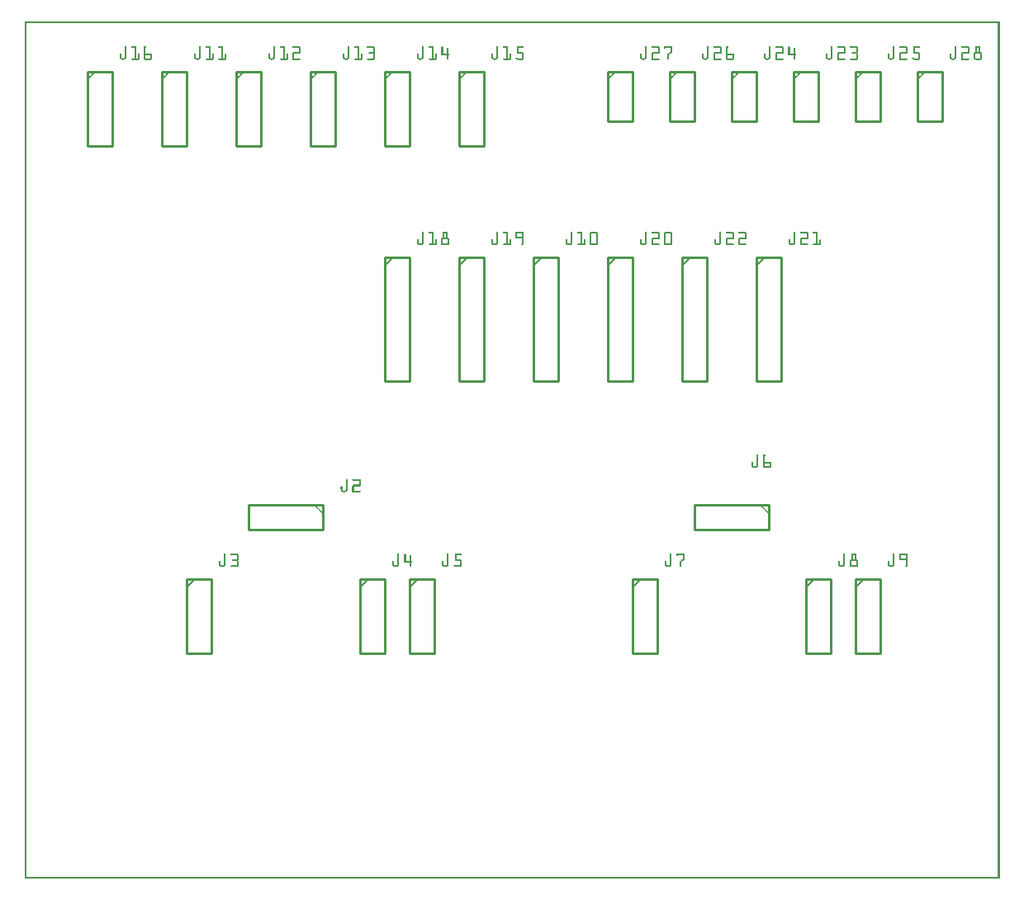
<source format=gto>
G04 MADE WITH FRITZING*
G04 WWW.FRITZING.ORG*
G04 DOUBLE SIDED*
G04 HOLES PLATED*
G04 CONTOUR ON CENTER OF CONTOUR VECTOR*
%ASAXBY*%
%FSLAX23Y23*%
%MOIN*%
%OFA0B0*%
%SFA1.0B1.0*%
%ADD10C,0.010000*%
%ADD11C,0.005000*%
%ADD12R,0.001000X0.001000*%
%LNSILK1*%
G90*
G70*
G54D10*
X653Y1213D02*
X653Y913D01*
D02*
X653Y913D02*
X753Y913D01*
D02*
X753Y913D02*
X753Y1213D01*
D02*
X753Y1213D02*
X653Y1213D01*
G54D11*
D02*
X653Y1178D02*
X688Y1213D01*
G54D10*
D02*
X1203Y1513D02*
X903Y1513D01*
D02*
X903Y1513D02*
X903Y1413D01*
D02*
X903Y1413D02*
X1203Y1413D01*
D02*
X1203Y1413D02*
X1203Y1513D01*
D02*
X3003Y1513D02*
X2703Y1513D01*
D02*
X2703Y1513D02*
X2703Y1413D01*
D02*
X2703Y1413D02*
X3003Y1413D01*
D02*
X3003Y1413D02*
X3003Y1513D01*
D02*
X2453Y1213D02*
X2453Y913D01*
D02*
X2453Y913D02*
X2553Y913D01*
D02*
X2553Y913D02*
X2553Y1213D01*
D02*
X2553Y1213D02*
X2453Y1213D01*
G54D11*
D02*
X2453Y1178D02*
X2488Y1213D01*
G54D10*
D02*
X2053Y2513D02*
X2053Y2013D01*
D02*
X2053Y2013D02*
X2153Y2013D01*
D02*
X2153Y2013D02*
X2153Y2513D01*
D02*
X2153Y2513D02*
X2053Y2513D01*
G54D11*
D02*
X2053Y2478D02*
X2088Y2513D01*
G54D10*
D02*
X1353Y1213D02*
X1353Y913D01*
D02*
X1353Y913D02*
X1453Y913D01*
D02*
X1453Y913D02*
X1453Y1213D01*
D02*
X1453Y1213D02*
X1353Y1213D01*
G54D11*
D02*
X1353Y1178D02*
X1388Y1213D01*
G54D10*
D02*
X1553Y1213D02*
X1553Y913D01*
D02*
X1553Y913D02*
X1653Y913D01*
D02*
X1653Y913D02*
X1653Y1213D01*
D02*
X1653Y1213D02*
X1553Y1213D01*
G54D11*
D02*
X1553Y1178D02*
X1588Y1213D01*
G54D10*
D02*
X3353Y1213D02*
X3353Y913D01*
D02*
X3353Y913D02*
X3453Y913D01*
D02*
X3453Y913D02*
X3453Y1213D01*
D02*
X3453Y1213D02*
X3353Y1213D01*
G54D11*
D02*
X3353Y1178D02*
X3388Y1213D01*
G54D10*
D02*
X3153Y1213D02*
X3153Y913D01*
D02*
X3153Y913D02*
X3253Y913D01*
D02*
X3253Y913D02*
X3253Y1213D01*
D02*
X3253Y1213D02*
X3153Y1213D01*
G54D11*
D02*
X3153Y1178D02*
X3188Y1213D01*
G54D10*
D02*
X553Y3263D02*
X553Y2963D01*
D02*
X553Y2963D02*
X653Y2963D01*
D02*
X653Y2963D02*
X653Y3263D01*
D02*
X653Y3263D02*
X553Y3263D01*
D02*
X853Y3263D02*
X853Y2963D01*
D02*
X853Y2963D02*
X953Y2963D01*
D02*
X953Y2963D02*
X953Y3263D01*
D02*
X953Y3263D02*
X853Y3263D01*
D02*
X1153Y3263D02*
X1153Y2963D01*
D02*
X1153Y2963D02*
X1253Y2963D01*
D02*
X1253Y2963D02*
X1253Y3263D01*
D02*
X1253Y3263D02*
X1153Y3263D01*
D02*
X1453Y3263D02*
X1453Y2963D01*
D02*
X1453Y2963D02*
X1553Y2963D01*
D02*
X1553Y2963D02*
X1553Y3263D01*
D02*
X1553Y3263D02*
X1453Y3263D01*
D02*
X1753Y3263D02*
X1753Y2963D01*
D02*
X1753Y2963D02*
X1853Y2963D01*
D02*
X1853Y2963D02*
X1853Y3263D01*
D02*
X1853Y3263D02*
X1753Y3263D01*
D02*
X253Y3263D02*
X253Y2963D01*
D02*
X253Y2963D02*
X353Y2963D01*
D02*
X353Y2963D02*
X353Y3263D01*
D02*
X353Y3263D02*
X253Y3263D01*
D02*
X1453Y2513D02*
X1453Y2013D01*
D02*
X1453Y2013D02*
X1553Y2013D01*
D02*
X1553Y2013D02*
X1553Y2513D01*
D02*
X1553Y2513D02*
X1453Y2513D01*
G54D11*
D02*
X1453Y2478D02*
X1488Y2513D01*
G54D10*
D02*
X1753Y2513D02*
X1753Y2013D01*
D02*
X1753Y2013D02*
X1853Y2013D01*
D02*
X1853Y2013D02*
X1853Y2513D01*
D02*
X1853Y2513D02*
X1753Y2513D01*
G54D11*
D02*
X1753Y2478D02*
X1788Y2513D01*
G54D10*
D02*
X2353Y2513D02*
X2353Y2013D01*
D02*
X2353Y2013D02*
X2453Y2013D01*
D02*
X2453Y2013D02*
X2453Y2513D01*
D02*
X2453Y2513D02*
X2353Y2513D01*
G54D11*
D02*
X2353Y2478D02*
X2388Y2513D01*
G54D10*
D02*
X2953Y2513D02*
X2953Y2013D01*
D02*
X2953Y2013D02*
X3053Y2013D01*
D02*
X3053Y2013D02*
X3053Y2513D01*
D02*
X3053Y2513D02*
X2953Y2513D01*
G54D11*
D02*
X2953Y2478D02*
X2988Y2513D01*
G54D10*
D02*
X2653Y2513D02*
X2653Y2013D01*
D02*
X2653Y2013D02*
X2753Y2013D01*
D02*
X2753Y2013D02*
X2753Y2513D01*
D02*
X2753Y2513D02*
X2653Y2513D01*
G54D11*
D02*
X2653Y2478D02*
X2688Y2513D01*
G54D10*
D02*
X3103Y3263D02*
X3103Y3063D01*
D02*
X3103Y3063D02*
X3203Y3063D01*
D02*
X3203Y3063D02*
X3203Y3263D01*
D02*
X3203Y3263D02*
X3103Y3263D01*
D02*
X2853Y3263D02*
X2853Y3063D01*
D02*
X2853Y3063D02*
X2953Y3063D01*
D02*
X2953Y3063D02*
X2953Y3263D01*
D02*
X2953Y3263D02*
X2853Y3263D01*
D02*
X3353Y3263D02*
X3353Y3063D01*
D02*
X3353Y3063D02*
X3453Y3063D01*
D02*
X3453Y3063D02*
X3453Y3263D01*
D02*
X3453Y3263D02*
X3353Y3263D01*
D02*
X2603Y3263D02*
X2603Y3063D01*
D02*
X2603Y3063D02*
X2703Y3063D01*
D02*
X2703Y3063D02*
X2703Y3263D01*
D02*
X2703Y3263D02*
X2603Y3263D01*
D02*
X2353Y3263D02*
X2353Y3063D01*
D02*
X2353Y3063D02*
X2453Y3063D01*
D02*
X2453Y3063D02*
X2453Y3263D01*
D02*
X2453Y3263D02*
X2353Y3263D01*
D02*
X3603Y3263D02*
X3603Y3063D01*
D02*
X3603Y3063D02*
X3703Y3063D01*
D02*
X3703Y3063D02*
X3703Y3263D01*
D02*
X3703Y3263D02*
X3603Y3263D01*
G54D12*
X0Y3465D02*
X3936Y3465D01*
X0Y3464D02*
X3936Y3464D01*
X0Y3463D02*
X3936Y3463D01*
X0Y3462D02*
X3936Y3462D01*
X0Y3461D02*
X3936Y3461D01*
X0Y3460D02*
X3936Y3460D01*
X0Y3459D02*
X3936Y3459D01*
X0Y3458D02*
X3936Y3458D01*
X0Y3457D02*
X7Y3457D01*
X3929Y3457D02*
X3936Y3457D01*
X0Y3456D02*
X7Y3456D01*
X3929Y3456D02*
X3936Y3456D01*
X0Y3455D02*
X7Y3455D01*
X3929Y3455D02*
X3936Y3455D01*
X0Y3454D02*
X7Y3454D01*
X3929Y3454D02*
X3936Y3454D01*
X0Y3453D02*
X7Y3453D01*
X3929Y3453D02*
X3936Y3453D01*
X0Y3452D02*
X7Y3452D01*
X3929Y3452D02*
X3936Y3452D01*
X0Y3451D02*
X7Y3451D01*
X3929Y3451D02*
X3936Y3451D01*
X0Y3450D02*
X7Y3450D01*
X3929Y3450D02*
X3936Y3450D01*
X0Y3449D02*
X7Y3449D01*
X3929Y3449D02*
X3936Y3449D01*
X0Y3448D02*
X7Y3448D01*
X3929Y3448D02*
X3936Y3448D01*
X0Y3447D02*
X7Y3447D01*
X3929Y3447D02*
X3936Y3447D01*
X0Y3446D02*
X7Y3446D01*
X3929Y3446D02*
X3936Y3446D01*
X0Y3445D02*
X7Y3445D01*
X3929Y3445D02*
X3936Y3445D01*
X0Y3444D02*
X7Y3444D01*
X3929Y3444D02*
X3936Y3444D01*
X0Y3443D02*
X7Y3443D01*
X3929Y3443D02*
X3936Y3443D01*
X0Y3442D02*
X7Y3442D01*
X3929Y3442D02*
X3936Y3442D01*
X0Y3441D02*
X7Y3441D01*
X3929Y3441D02*
X3936Y3441D01*
X0Y3440D02*
X7Y3440D01*
X3929Y3440D02*
X3936Y3440D01*
X0Y3439D02*
X7Y3439D01*
X3929Y3439D02*
X3936Y3439D01*
X0Y3438D02*
X7Y3438D01*
X3929Y3438D02*
X3936Y3438D01*
X0Y3437D02*
X7Y3437D01*
X3929Y3437D02*
X3936Y3437D01*
X0Y3436D02*
X7Y3436D01*
X3929Y3436D02*
X3936Y3436D01*
X0Y3435D02*
X7Y3435D01*
X3929Y3435D02*
X3936Y3435D01*
X0Y3434D02*
X7Y3434D01*
X3929Y3434D02*
X3936Y3434D01*
X0Y3433D02*
X7Y3433D01*
X3929Y3433D02*
X3936Y3433D01*
X0Y3432D02*
X7Y3432D01*
X3929Y3432D02*
X3936Y3432D01*
X0Y3431D02*
X7Y3431D01*
X3929Y3431D02*
X3936Y3431D01*
X0Y3430D02*
X7Y3430D01*
X3929Y3430D02*
X3936Y3430D01*
X0Y3429D02*
X7Y3429D01*
X3929Y3429D02*
X3936Y3429D01*
X0Y3428D02*
X7Y3428D01*
X3929Y3428D02*
X3936Y3428D01*
X0Y3427D02*
X7Y3427D01*
X3929Y3427D02*
X3936Y3427D01*
X0Y3426D02*
X7Y3426D01*
X3929Y3426D02*
X3936Y3426D01*
X0Y3425D02*
X7Y3425D01*
X3929Y3425D02*
X3936Y3425D01*
X0Y3424D02*
X7Y3424D01*
X3929Y3424D02*
X3936Y3424D01*
X0Y3423D02*
X7Y3423D01*
X3929Y3423D02*
X3936Y3423D01*
X0Y3422D02*
X7Y3422D01*
X3929Y3422D02*
X3936Y3422D01*
X0Y3421D02*
X7Y3421D01*
X3929Y3421D02*
X3936Y3421D01*
X0Y3420D02*
X7Y3420D01*
X3929Y3420D02*
X3936Y3420D01*
X0Y3419D02*
X7Y3419D01*
X3929Y3419D02*
X3936Y3419D01*
X0Y3418D02*
X7Y3418D01*
X3929Y3418D02*
X3936Y3418D01*
X0Y3417D02*
X7Y3417D01*
X3929Y3417D02*
X3936Y3417D01*
X0Y3416D02*
X7Y3416D01*
X3929Y3416D02*
X3936Y3416D01*
X0Y3415D02*
X7Y3415D01*
X3929Y3415D02*
X3936Y3415D01*
X0Y3414D02*
X7Y3414D01*
X3929Y3414D02*
X3936Y3414D01*
X0Y3413D02*
X7Y3413D01*
X3929Y3413D02*
X3936Y3413D01*
X0Y3412D02*
X7Y3412D01*
X3929Y3412D02*
X3936Y3412D01*
X0Y3411D02*
X7Y3411D01*
X3929Y3411D02*
X3936Y3411D01*
X0Y3410D02*
X7Y3410D01*
X3929Y3410D02*
X3936Y3410D01*
X0Y3409D02*
X7Y3409D01*
X3929Y3409D02*
X3936Y3409D01*
X0Y3408D02*
X7Y3408D01*
X3929Y3408D02*
X3936Y3408D01*
X0Y3407D02*
X7Y3407D01*
X3929Y3407D02*
X3936Y3407D01*
X0Y3406D02*
X7Y3406D01*
X3929Y3406D02*
X3936Y3406D01*
X0Y3405D02*
X7Y3405D01*
X3929Y3405D02*
X3936Y3405D01*
X0Y3404D02*
X7Y3404D01*
X3929Y3404D02*
X3936Y3404D01*
X0Y3403D02*
X7Y3403D01*
X3929Y3403D02*
X3936Y3403D01*
X0Y3402D02*
X7Y3402D01*
X3929Y3402D02*
X3936Y3402D01*
X0Y3401D02*
X7Y3401D01*
X3929Y3401D02*
X3936Y3401D01*
X0Y3400D02*
X7Y3400D01*
X3929Y3400D02*
X3936Y3400D01*
X0Y3399D02*
X7Y3399D01*
X3929Y3399D02*
X3936Y3399D01*
X0Y3398D02*
X7Y3398D01*
X3929Y3398D02*
X3936Y3398D01*
X0Y3397D02*
X7Y3397D01*
X3929Y3397D02*
X3936Y3397D01*
X0Y3396D02*
X7Y3396D01*
X3929Y3396D02*
X3936Y3396D01*
X0Y3395D02*
X7Y3395D01*
X3929Y3395D02*
X3936Y3395D01*
X0Y3394D02*
X7Y3394D01*
X3929Y3394D02*
X3936Y3394D01*
X0Y3393D02*
X7Y3393D01*
X3929Y3393D02*
X3936Y3393D01*
X0Y3392D02*
X7Y3392D01*
X3929Y3392D02*
X3936Y3392D01*
X0Y3391D02*
X7Y3391D01*
X3929Y3391D02*
X3936Y3391D01*
X0Y3390D02*
X7Y3390D01*
X3929Y3390D02*
X3936Y3390D01*
X0Y3389D02*
X7Y3389D01*
X3929Y3389D02*
X3936Y3389D01*
X0Y3388D02*
X7Y3388D01*
X3929Y3388D02*
X3936Y3388D01*
X0Y3387D02*
X7Y3387D01*
X3929Y3387D02*
X3936Y3387D01*
X0Y3386D02*
X7Y3386D01*
X3929Y3386D02*
X3936Y3386D01*
X0Y3385D02*
X7Y3385D01*
X3929Y3385D02*
X3936Y3385D01*
X0Y3384D02*
X7Y3384D01*
X3929Y3384D02*
X3936Y3384D01*
X0Y3383D02*
X7Y3383D01*
X3929Y3383D02*
X3936Y3383D01*
X0Y3382D02*
X7Y3382D01*
X3929Y3382D02*
X3936Y3382D01*
X0Y3381D02*
X7Y3381D01*
X3929Y3381D02*
X3936Y3381D01*
X0Y3380D02*
X7Y3380D01*
X3929Y3380D02*
X3936Y3380D01*
X0Y3379D02*
X7Y3379D01*
X3929Y3379D02*
X3936Y3379D01*
X0Y3378D02*
X7Y3378D01*
X3929Y3378D02*
X3936Y3378D01*
X0Y3377D02*
X7Y3377D01*
X3929Y3377D02*
X3936Y3377D01*
X0Y3376D02*
X7Y3376D01*
X3929Y3376D02*
X3936Y3376D01*
X0Y3375D02*
X7Y3375D01*
X3929Y3375D02*
X3936Y3375D01*
X0Y3374D02*
X7Y3374D01*
X3929Y3374D02*
X3936Y3374D01*
X0Y3373D02*
X7Y3373D01*
X3929Y3373D02*
X3936Y3373D01*
X0Y3372D02*
X7Y3372D01*
X3929Y3372D02*
X3936Y3372D01*
X0Y3371D02*
X7Y3371D01*
X3929Y3371D02*
X3936Y3371D01*
X0Y3370D02*
X7Y3370D01*
X3929Y3370D02*
X3936Y3370D01*
X0Y3369D02*
X7Y3369D01*
X3929Y3369D02*
X3936Y3369D01*
X0Y3368D02*
X7Y3368D01*
X3929Y3368D02*
X3936Y3368D01*
X0Y3367D02*
X7Y3367D01*
X3929Y3367D02*
X3936Y3367D01*
X0Y3366D02*
X7Y3366D01*
X3929Y3366D02*
X3936Y3366D01*
X0Y3365D02*
X7Y3365D01*
X3929Y3365D02*
X3936Y3365D01*
X0Y3364D02*
X7Y3364D01*
X435Y3364D02*
X451Y3364D01*
X485Y3364D02*
X488Y3364D01*
X735Y3364D02*
X751Y3364D01*
X785Y3364D02*
X801Y3364D01*
X1035Y3364D02*
X1051Y3364D01*
X1085Y3364D02*
X1109Y3364D01*
X1335Y3364D02*
X1351Y3364D01*
X1385Y3364D02*
X1409Y3364D01*
X1635Y3364D02*
X1651Y3364D01*
X1935Y3364D02*
X1951Y3364D01*
X1989Y3364D02*
X2012Y3364D01*
X2535Y3364D02*
X2558Y3364D01*
X2585Y3364D02*
X2615Y3364D01*
X2785Y3364D02*
X2808Y3364D01*
X2835Y3364D02*
X2838Y3364D01*
X3035Y3364D02*
X3058Y3364D01*
X3285Y3364D02*
X3308Y3364D01*
X3335Y3364D02*
X3359Y3364D01*
X3535Y3364D02*
X3558Y3364D01*
X3589Y3364D02*
X3612Y3364D01*
X3785Y3364D02*
X3808Y3364D01*
X3842Y3364D02*
X3855Y3364D01*
X3929Y3364D02*
X3936Y3364D01*
X0Y3363D02*
X7Y3363D01*
X406Y3363D02*
X410Y3363D01*
X432Y3363D02*
X451Y3363D01*
X483Y3363D02*
X490Y3363D01*
X706Y3363D02*
X710Y3363D01*
X732Y3363D02*
X751Y3363D01*
X783Y3363D02*
X801Y3363D01*
X1006Y3363D02*
X1010Y3363D01*
X1032Y3363D02*
X1051Y3363D01*
X1083Y3363D02*
X1112Y3363D01*
X1306Y3363D02*
X1310Y3363D01*
X1332Y3363D02*
X1351Y3363D01*
X1383Y3363D02*
X1412Y3363D01*
X1606Y3363D02*
X1610Y3363D01*
X1632Y3363D02*
X1651Y3363D01*
X1684Y3363D02*
X1688Y3363D01*
X1906Y3363D02*
X1910Y3363D01*
X1932Y3363D02*
X1951Y3363D01*
X1988Y3363D02*
X2014Y3363D01*
X2506Y3363D02*
X2510Y3363D01*
X2532Y3363D02*
X2561Y3363D01*
X2583Y3363D02*
X2615Y3363D01*
X2756Y3363D02*
X2760Y3363D01*
X2782Y3363D02*
X2811Y3363D01*
X2833Y3363D02*
X2840Y3363D01*
X3006Y3363D02*
X3010Y3363D01*
X3032Y3363D02*
X3061Y3363D01*
X3084Y3363D02*
X3088Y3363D01*
X3256Y3363D02*
X3260Y3363D01*
X3282Y3363D02*
X3311Y3363D01*
X3333Y3363D02*
X3362Y3363D01*
X3506Y3363D02*
X3510Y3363D01*
X3532Y3363D02*
X3561Y3363D01*
X3588Y3363D02*
X3614Y3363D01*
X3756Y3363D02*
X3760Y3363D01*
X3782Y3363D02*
X3811Y3363D01*
X3839Y3363D02*
X3857Y3363D01*
X3929Y3363D02*
X3936Y3363D01*
X0Y3362D02*
X7Y3362D01*
X406Y3362D02*
X411Y3362D01*
X432Y3362D02*
X451Y3362D01*
X482Y3362D02*
X491Y3362D01*
X706Y3362D02*
X711Y3362D01*
X732Y3362D02*
X751Y3362D01*
X782Y3362D02*
X801Y3362D01*
X1006Y3362D02*
X1011Y3362D01*
X1032Y3362D02*
X1051Y3362D01*
X1082Y3362D02*
X1113Y3362D01*
X1306Y3362D02*
X1311Y3362D01*
X1332Y3362D02*
X1351Y3362D01*
X1382Y3362D02*
X1413Y3362D01*
X1606Y3362D02*
X1611Y3362D01*
X1632Y3362D02*
X1651Y3362D01*
X1684Y3362D02*
X1689Y3362D01*
X1906Y3362D02*
X1911Y3362D01*
X1932Y3362D02*
X1951Y3362D01*
X1988Y3362D02*
X2015Y3362D01*
X2506Y3362D02*
X2511Y3362D01*
X2532Y3362D02*
X2563Y3362D01*
X2582Y3362D02*
X2615Y3362D01*
X2756Y3362D02*
X2761Y3362D01*
X2782Y3362D02*
X2813Y3362D01*
X2832Y3362D02*
X2841Y3362D01*
X3006Y3362D02*
X3011Y3362D01*
X3032Y3362D02*
X3063Y3362D01*
X3084Y3362D02*
X3089Y3362D01*
X3256Y3362D02*
X3261Y3362D01*
X3282Y3362D02*
X3313Y3362D01*
X3332Y3362D02*
X3363Y3362D01*
X3506Y3362D02*
X3511Y3362D01*
X3532Y3362D02*
X3563Y3362D01*
X3588Y3362D02*
X3615Y3362D01*
X3756Y3362D02*
X3761Y3362D01*
X3782Y3362D02*
X3813Y3362D01*
X3839Y3362D02*
X3858Y3362D01*
X3929Y3362D02*
X3936Y3362D01*
X0Y3361D02*
X7Y3361D01*
X405Y3361D02*
X411Y3361D01*
X431Y3361D02*
X451Y3361D01*
X482Y3361D02*
X491Y3361D01*
X705Y3361D02*
X711Y3361D01*
X731Y3361D02*
X751Y3361D01*
X782Y3361D02*
X801Y3361D01*
X1005Y3361D02*
X1011Y3361D01*
X1031Y3361D02*
X1051Y3361D01*
X1082Y3361D02*
X1114Y3361D01*
X1305Y3361D02*
X1311Y3361D01*
X1331Y3361D02*
X1351Y3361D01*
X1382Y3361D02*
X1414Y3361D01*
X1605Y3361D02*
X1611Y3361D01*
X1631Y3361D02*
X1651Y3361D01*
X1683Y3361D02*
X1689Y3361D01*
X1905Y3361D02*
X1911Y3361D01*
X1931Y3361D02*
X1951Y3361D01*
X1988Y3361D02*
X2015Y3361D01*
X2505Y3361D02*
X2511Y3361D01*
X2531Y3361D02*
X2564Y3361D01*
X2582Y3361D02*
X2615Y3361D01*
X2755Y3361D02*
X2761Y3361D01*
X2781Y3361D02*
X2814Y3361D01*
X2832Y3361D02*
X2841Y3361D01*
X3005Y3361D02*
X3011Y3361D01*
X3031Y3361D02*
X3064Y3361D01*
X3083Y3361D02*
X3089Y3361D01*
X3255Y3361D02*
X3261Y3361D01*
X3281Y3361D02*
X3314Y3361D01*
X3332Y3361D02*
X3364Y3361D01*
X3505Y3361D02*
X3511Y3361D01*
X3531Y3361D02*
X3564Y3361D01*
X3588Y3361D02*
X3615Y3361D01*
X3755Y3361D02*
X3761Y3361D01*
X3781Y3361D02*
X3814Y3361D01*
X3839Y3361D02*
X3858Y3361D01*
X3929Y3361D02*
X3936Y3361D01*
X0Y3360D02*
X7Y3360D01*
X405Y3360D02*
X411Y3360D01*
X431Y3360D02*
X451Y3360D01*
X481Y3360D02*
X491Y3360D01*
X705Y3360D02*
X711Y3360D01*
X731Y3360D02*
X751Y3360D01*
X782Y3360D02*
X801Y3360D01*
X1005Y3360D02*
X1011Y3360D01*
X1031Y3360D02*
X1051Y3360D01*
X1082Y3360D02*
X1114Y3360D01*
X1305Y3360D02*
X1311Y3360D01*
X1331Y3360D02*
X1351Y3360D01*
X1382Y3360D02*
X1414Y3360D01*
X1605Y3360D02*
X1611Y3360D01*
X1631Y3360D02*
X1651Y3360D01*
X1683Y3360D02*
X1689Y3360D01*
X1905Y3360D02*
X1911Y3360D01*
X1931Y3360D02*
X1951Y3360D01*
X1988Y3360D02*
X2015Y3360D01*
X2505Y3360D02*
X2511Y3360D01*
X2531Y3360D02*
X2564Y3360D01*
X2581Y3360D02*
X2615Y3360D01*
X2755Y3360D02*
X2761Y3360D01*
X2781Y3360D02*
X2814Y3360D01*
X2831Y3360D02*
X2841Y3360D01*
X3005Y3360D02*
X3011Y3360D01*
X3031Y3360D02*
X3064Y3360D01*
X3083Y3360D02*
X3089Y3360D01*
X3255Y3360D02*
X3261Y3360D01*
X3281Y3360D02*
X3314Y3360D01*
X3332Y3360D02*
X3364Y3360D01*
X3505Y3360D02*
X3511Y3360D01*
X3531Y3360D02*
X3564Y3360D01*
X3588Y3360D02*
X3615Y3360D01*
X3755Y3360D02*
X3761Y3360D01*
X3781Y3360D02*
X3814Y3360D01*
X3838Y3360D02*
X3858Y3360D01*
X3929Y3360D02*
X3936Y3360D01*
X0Y3359D02*
X7Y3359D01*
X405Y3359D02*
X411Y3359D01*
X432Y3359D02*
X451Y3359D01*
X481Y3359D02*
X491Y3359D01*
X705Y3359D02*
X711Y3359D01*
X732Y3359D02*
X751Y3359D01*
X782Y3359D02*
X801Y3359D01*
X1005Y3359D02*
X1011Y3359D01*
X1032Y3359D02*
X1051Y3359D01*
X1082Y3359D02*
X1115Y3359D01*
X1305Y3359D02*
X1311Y3359D01*
X1332Y3359D02*
X1351Y3359D01*
X1382Y3359D02*
X1415Y3359D01*
X1605Y3359D02*
X1611Y3359D01*
X1632Y3359D02*
X1651Y3359D01*
X1683Y3359D02*
X1689Y3359D01*
X1905Y3359D02*
X1911Y3359D01*
X1932Y3359D02*
X1951Y3359D01*
X1988Y3359D02*
X2015Y3359D01*
X2505Y3359D02*
X2511Y3359D01*
X2532Y3359D02*
X2565Y3359D01*
X2581Y3359D02*
X2615Y3359D01*
X2755Y3359D02*
X2761Y3359D01*
X2782Y3359D02*
X2815Y3359D01*
X2831Y3359D02*
X2840Y3359D01*
X3005Y3359D02*
X3011Y3359D01*
X3032Y3359D02*
X3065Y3359D01*
X3083Y3359D02*
X3089Y3359D01*
X3255Y3359D02*
X3261Y3359D01*
X3282Y3359D02*
X3315Y3359D01*
X3332Y3359D02*
X3365Y3359D01*
X3505Y3359D02*
X3511Y3359D01*
X3532Y3359D02*
X3565Y3359D01*
X3588Y3359D02*
X3615Y3359D01*
X3755Y3359D02*
X3761Y3359D01*
X3782Y3359D02*
X3815Y3359D01*
X3838Y3359D02*
X3858Y3359D01*
X3929Y3359D02*
X3936Y3359D01*
X0Y3358D02*
X7Y3358D01*
X405Y3358D02*
X411Y3358D01*
X432Y3358D02*
X451Y3358D01*
X481Y3358D02*
X490Y3358D01*
X705Y3358D02*
X711Y3358D01*
X732Y3358D02*
X751Y3358D01*
X783Y3358D02*
X801Y3358D01*
X1005Y3358D02*
X1011Y3358D01*
X1032Y3358D02*
X1051Y3358D01*
X1083Y3358D02*
X1115Y3358D01*
X1305Y3358D02*
X1311Y3358D01*
X1332Y3358D02*
X1351Y3358D01*
X1383Y3358D02*
X1415Y3358D01*
X1605Y3358D02*
X1611Y3358D01*
X1632Y3358D02*
X1651Y3358D01*
X1683Y3358D02*
X1689Y3358D01*
X1707Y3358D02*
X1707Y3358D01*
X1905Y3358D02*
X1911Y3358D01*
X1932Y3358D02*
X1951Y3358D01*
X1988Y3358D02*
X2014Y3358D01*
X2505Y3358D02*
X2511Y3358D01*
X2532Y3358D02*
X2565Y3358D01*
X2581Y3358D02*
X2615Y3358D01*
X2755Y3358D02*
X2761Y3358D01*
X2782Y3358D02*
X2815Y3358D01*
X2831Y3358D02*
X2840Y3358D01*
X3005Y3358D02*
X3011Y3358D01*
X3032Y3358D02*
X3065Y3358D01*
X3083Y3358D02*
X3089Y3358D01*
X3107Y3358D02*
X3107Y3358D01*
X3255Y3358D02*
X3261Y3358D01*
X3282Y3358D02*
X3315Y3358D01*
X3333Y3358D02*
X3365Y3358D01*
X3505Y3358D02*
X3511Y3358D01*
X3532Y3358D02*
X3565Y3358D01*
X3588Y3358D02*
X3614Y3358D01*
X3755Y3358D02*
X3761Y3358D01*
X3782Y3358D02*
X3815Y3358D01*
X3838Y3358D02*
X3858Y3358D01*
X3929Y3358D02*
X3936Y3358D01*
X0Y3357D02*
X7Y3357D01*
X405Y3357D02*
X411Y3357D01*
X445Y3357D02*
X451Y3357D01*
X481Y3357D02*
X488Y3357D01*
X705Y3357D02*
X711Y3357D01*
X745Y3357D02*
X751Y3357D01*
X795Y3357D02*
X801Y3357D01*
X1005Y3357D02*
X1011Y3357D01*
X1045Y3357D02*
X1051Y3357D01*
X1109Y3357D02*
X1115Y3357D01*
X1305Y3357D02*
X1311Y3357D01*
X1345Y3357D02*
X1351Y3357D01*
X1409Y3357D02*
X1415Y3357D01*
X1605Y3357D02*
X1611Y3357D01*
X1645Y3357D02*
X1651Y3357D01*
X1683Y3357D02*
X1689Y3357D01*
X1705Y3357D02*
X1709Y3357D01*
X1905Y3357D02*
X1911Y3357D01*
X1945Y3357D02*
X1951Y3357D01*
X1988Y3357D02*
X1995Y3357D01*
X2505Y3357D02*
X2511Y3357D01*
X2558Y3357D02*
X2565Y3357D01*
X2582Y3357D02*
X2588Y3357D01*
X2609Y3357D02*
X2615Y3357D01*
X2755Y3357D02*
X2761Y3357D01*
X2808Y3357D02*
X2815Y3357D01*
X2831Y3357D02*
X2838Y3357D01*
X3005Y3357D02*
X3011Y3357D01*
X3058Y3357D02*
X3065Y3357D01*
X3083Y3357D02*
X3089Y3357D01*
X3105Y3357D02*
X3109Y3357D01*
X3255Y3357D02*
X3261Y3357D01*
X3308Y3357D02*
X3315Y3357D01*
X3359Y3357D02*
X3365Y3357D01*
X3505Y3357D02*
X3511Y3357D01*
X3558Y3357D02*
X3565Y3357D01*
X3588Y3357D02*
X3595Y3357D01*
X3755Y3357D02*
X3761Y3357D01*
X3808Y3357D02*
X3815Y3357D01*
X3838Y3357D02*
X3845Y3357D01*
X3852Y3357D02*
X3858Y3357D01*
X3929Y3357D02*
X3936Y3357D01*
X0Y3356D02*
X7Y3356D01*
X405Y3356D02*
X411Y3356D01*
X445Y3356D02*
X451Y3356D01*
X481Y3356D02*
X487Y3356D01*
X705Y3356D02*
X711Y3356D01*
X745Y3356D02*
X751Y3356D01*
X795Y3356D02*
X801Y3356D01*
X1005Y3356D02*
X1011Y3356D01*
X1045Y3356D02*
X1051Y3356D01*
X1109Y3356D02*
X1115Y3356D01*
X1305Y3356D02*
X1311Y3356D01*
X1345Y3356D02*
X1351Y3356D01*
X1409Y3356D02*
X1415Y3356D01*
X1605Y3356D02*
X1611Y3356D01*
X1645Y3356D02*
X1651Y3356D01*
X1683Y3356D02*
X1689Y3356D01*
X1704Y3356D02*
X1710Y3356D01*
X1905Y3356D02*
X1911Y3356D01*
X1945Y3356D02*
X1951Y3356D01*
X1988Y3356D02*
X1994Y3356D01*
X2505Y3356D02*
X2511Y3356D01*
X2559Y3356D02*
X2565Y3356D01*
X2582Y3356D02*
X2587Y3356D01*
X2609Y3356D02*
X2615Y3356D01*
X2755Y3356D02*
X2761Y3356D01*
X2809Y3356D02*
X2815Y3356D01*
X2831Y3356D02*
X2837Y3356D01*
X3005Y3356D02*
X3011Y3356D01*
X3059Y3356D02*
X3065Y3356D01*
X3083Y3356D02*
X3089Y3356D01*
X3104Y3356D02*
X3110Y3356D01*
X3255Y3356D02*
X3261Y3356D01*
X3309Y3356D02*
X3315Y3356D01*
X3359Y3356D02*
X3365Y3356D01*
X3505Y3356D02*
X3511Y3356D01*
X3559Y3356D02*
X3565Y3356D01*
X3588Y3356D02*
X3594Y3356D01*
X3755Y3356D02*
X3761Y3356D01*
X3809Y3356D02*
X3815Y3356D01*
X3838Y3356D02*
X3844Y3356D01*
X3852Y3356D02*
X3858Y3356D01*
X3929Y3356D02*
X3936Y3356D01*
X0Y3355D02*
X7Y3355D01*
X405Y3355D02*
X411Y3355D01*
X445Y3355D02*
X451Y3355D01*
X481Y3355D02*
X487Y3355D01*
X705Y3355D02*
X711Y3355D01*
X745Y3355D02*
X751Y3355D01*
X795Y3355D02*
X801Y3355D01*
X1005Y3355D02*
X1011Y3355D01*
X1045Y3355D02*
X1051Y3355D01*
X1109Y3355D02*
X1115Y3355D01*
X1305Y3355D02*
X1311Y3355D01*
X1345Y3355D02*
X1351Y3355D01*
X1409Y3355D02*
X1415Y3355D01*
X1605Y3355D02*
X1611Y3355D01*
X1645Y3355D02*
X1651Y3355D01*
X1683Y3355D02*
X1689Y3355D01*
X1704Y3355D02*
X1710Y3355D01*
X1905Y3355D02*
X1911Y3355D01*
X1945Y3355D02*
X1951Y3355D01*
X1988Y3355D02*
X1994Y3355D01*
X2505Y3355D02*
X2511Y3355D01*
X2559Y3355D02*
X2565Y3355D01*
X2583Y3355D02*
X2586Y3355D01*
X2609Y3355D02*
X2615Y3355D01*
X2755Y3355D02*
X2761Y3355D01*
X2809Y3355D02*
X2815Y3355D01*
X2831Y3355D02*
X2837Y3355D01*
X3005Y3355D02*
X3011Y3355D01*
X3059Y3355D02*
X3065Y3355D01*
X3083Y3355D02*
X3089Y3355D01*
X3104Y3355D02*
X3110Y3355D01*
X3255Y3355D02*
X3261Y3355D01*
X3309Y3355D02*
X3315Y3355D01*
X3359Y3355D02*
X3365Y3355D01*
X3505Y3355D02*
X3511Y3355D01*
X3559Y3355D02*
X3565Y3355D01*
X3588Y3355D02*
X3594Y3355D01*
X3755Y3355D02*
X3761Y3355D01*
X3809Y3355D02*
X3815Y3355D01*
X3838Y3355D02*
X3844Y3355D01*
X3852Y3355D02*
X3858Y3355D01*
X3929Y3355D02*
X3936Y3355D01*
X0Y3354D02*
X7Y3354D01*
X405Y3354D02*
X411Y3354D01*
X445Y3354D02*
X451Y3354D01*
X481Y3354D02*
X487Y3354D01*
X705Y3354D02*
X711Y3354D01*
X745Y3354D02*
X751Y3354D01*
X795Y3354D02*
X801Y3354D01*
X1005Y3354D02*
X1011Y3354D01*
X1045Y3354D02*
X1051Y3354D01*
X1109Y3354D02*
X1115Y3354D01*
X1305Y3354D02*
X1311Y3354D01*
X1345Y3354D02*
X1351Y3354D01*
X1409Y3354D02*
X1415Y3354D01*
X1605Y3354D02*
X1611Y3354D01*
X1645Y3354D02*
X1651Y3354D01*
X1683Y3354D02*
X1689Y3354D01*
X1704Y3354D02*
X1710Y3354D01*
X1905Y3354D02*
X1911Y3354D01*
X1945Y3354D02*
X1951Y3354D01*
X1988Y3354D02*
X1994Y3354D01*
X2505Y3354D02*
X2511Y3354D01*
X2559Y3354D02*
X2565Y3354D01*
X2609Y3354D02*
X2615Y3354D01*
X2755Y3354D02*
X2761Y3354D01*
X2809Y3354D02*
X2815Y3354D01*
X2831Y3354D02*
X2837Y3354D01*
X3005Y3354D02*
X3011Y3354D01*
X3059Y3354D02*
X3065Y3354D01*
X3083Y3354D02*
X3089Y3354D01*
X3104Y3354D02*
X3110Y3354D01*
X3255Y3354D02*
X3261Y3354D01*
X3309Y3354D02*
X3315Y3354D01*
X3359Y3354D02*
X3365Y3354D01*
X3505Y3354D02*
X3511Y3354D01*
X3559Y3354D02*
X3565Y3354D01*
X3588Y3354D02*
X3594Y3354D01*
X3755Y3354D02*
X3761Y3354D01*
X3809Y3354D02*
X3815Y3354D01*
X3838Y3354D02*
X3844Y3354D01*
X3852Y3354D02*
X3858Y3354D01*
X3929Y3354D02*
X3936Y3354D01*
X0Y3353D02*
X7Y3353D01*
X405Y3353D02*
X411Y3353D01*
X445Y3353D02*
X451Y3353D01*
X481Y3353D02*
X487Y3353D01*
X705Y3353D02*
X711Y3353D01*
X745Y3353D02*
X751Y3353D01*
X795Y3353D02*
X801Y3353D01*
X1005Y3353D02*
X1011Y3353D01*
X1045Y3353D02*
X1051Y3353D01*
X1109Y3353D02*
X1115Y3353D01*
X1305Y3353D02*
X1311Y3353D01*
X1345Y3353D02*
X1351Y3353D01*
X1409Y3353D02*
X1415Y3353D01*
X1605Y3353D02*
X1611Y3353D01*
X1645Y3353D02*
X1651Y3353D01*
X1683Y3353D02*
X1689Y3353D01*
X1704Y3353D02*
X1710Y3353D01*
X1905Y3353D02*
X1911Y3353D01*
X1945Y3353D02*
X1951Y3353D01*
X1988Y3353D02*
X1994Y3353D01*
X2505Y3353D02*
X2511Y3353D01*
X2559Y3353D02*
X2565Y3353D01*
X2609Y3353D02*
X2615Y3353D01*
X2755Y3353D02*
X2761Y3353D01*
X2809Y3353D02*
X2815Y3353D01*
X2831Y3353D02*
X2837Y3353D01*
X3005Y3353D02*
X3011Y3353D01*
X3059Y3353D02*
X3065Y3353D01*
X3083Y3353D02*
X3089Y3353D01*
X3104Y3353D02*
X3110Y3353D01*
X3255Y3353D02*
X3261Y3353D01*
X3309Y3353D02*
X3315Y3353D01*
X3359Y3353D02*
X3365Y3353D01*
X3505Y3353D02*
X3511Y3353D01*
X3559Y3353D02*
X3565Y3353D01*
X3588Y3353D02*
X3594Y3353D01*
X3755Y3353D02*
X3761Y3353D01*
X3809Y3353D02*
X3815Y3353D01*
X3838Y3353D02*
X3844Y3353D01*
X3852Y3353D02*
X3858Y3353D01*
X3929Y3353D02*
X3936Y3353D01*
X0Y3352D02*
X7Y3352D01*
X405Y3352D02*
X411Y3352D01*
X445Y3352D02*
X451Y3352D01*
X481Y3352D02*
X487Y3352D01*
X705Y3352D02*
X711Y3352D01*
X745Y3352D02*
X751Y3352D01*
X795Y3352D02*
X801Y3352D01*
X1005Y3352D02*
X1011Y3352D01*
X1045Y3352D02*
X1051Y3352D01*
X1109Y3352D02*
X1115Y3352D01*
X1305Y3352D02*
X1311Y3352D01*
X1345Y3352D02*
X1351Y3352D01*
X1409Y3352D02*
X1415Y3352D01*
X1605Y3352D02*
X1611Y3352D01*
X1645Y3352D02*
X1651Y3352D01*
X1683Y3352D02*
X1689Y3352D01*
X1704Y3352D02*
X1710Y3352D01*
X1905Y3352D02*
X1911Y3352D01*
X1945Y3352D02*
X1951Y3352D01*
X1988Y3352D02*
X1994Y3352D01*
X2505Y3352D02*
X2511Y3352D01*
X2559Y3352D02*
X2565Y3352D01*
X2609Y3352D02*
X2615Y3352D01*
X2755Y3352D02*
X2761Y3352D01*
X2809Y3352D02*
X2815Y3352D01*
X2831Y3352D02*
X2837Y3352D01*
X3005Y3352D02*
X3011Y3352D01*
X3059Y3352D02*
X3065Y3352D01*
X3083Y3352D02*
X3089Y3352D01*
X3104Y3352D02*
X3110Y3352D01*
X3255Y3352D02*
X3261Y3352D01*
X3309Y3352D02*
X3315Y3352D01*
X3359Y3352D02*
X3365Y3352D01*
X3505Y3352D02*
X3511Y3352D01*
X3559Y3352D02*
X3565Y3352D01*
X3588Y3352D02*
X3594Y3352D01*
X3755Y3352D02*
X3761Y3352D01*
X3809Y3352D02*
X3815Y3352D01*
X3838Y3352D02*
X3844Y3352D01*
X3852Y3352D02*
X3858Y3352D01*
X3929Y3352D02*
X3936Y3352D01*
X0Y3351D02*
X7Y3351D01*
X405Y3351D02*
X411Y3351D01*
X445Y3351D02*
X451Y3351D01*
X481Y3351D02*
X487Y3351D01*
X705Y3351D02*
X711Y3351D01*
X745Y3351D02*
X751Y3351D01*
X795Y3351D02*
X801Y3351D01*
X1005Y3351D02*
X1011Y3351D01*
X1045Y3351D02*
X1051Y3351D01*
X1109Y3351D02*
X1115Y3351D01*
X1305Y3351D02*
X1311Y3351D01*
X1345Y3351D02*
X1351Y3351D01*
X1409Y3351D02*
X1415Y3351D01*
X1605Y3351D02*
X1611Y3351D01*
X1645Y3351D02*
X1651Y3351D01*
X1683Y3351D02*
X1689Y3351D01*
X1704Y3351D02*
X1710Y3351D01*
X1905Y3351D02*
X1911Y3351D01*
X1945Y3351D02*
X1951Y3351D01*
X1988Y3351D02*
X1994Y3351D01*
X2505Y3351D02*
X2511Y3351D01*
X2559Y3351D02*
X2565Y3351D01*
X2609Y3351D02*
X2615Y3351D01*
X2755Y3351D02*
X2761Y3351D01*
X2809Y3351D02*
X2815Y3351D01*
X2831Y3351D02*
X2837Y3351D01*
X3005Y3351D02*
X3011Y3351D01*
X3059Y3351D02*
X3065Y3351D01*
X3083Y3351D02*
X3089Y3351D01*
X3104Y3351D02*
X3110Y3351D01*
X3255Y3351D02*
X3261Y3351D01*
X3309Y3351D02*
X3315Y3351D01*
X3359Y3351D02*
X3365Y3351D01*
X3505Y3351D02*
X3511Y3351D01*
X3559Y3351D02*
X3565Y3351D01*
X3588Y3351D02*
X3594Y3351D01*
X3755Y3351D02*
X3761Y3351D01*
X3809Y3351D02*
X3815Y3351D01*
X3838Y3351D02*
X3844Y3351D01*
X3852Y3351D02*
X3858Y3351D01*
X3929Y3351D02*
X3936Y3351D01*
X0Y3350D02*
X7Y3350D01*
X405Y3350D02*
X411Y3350D01*
X445Y3350D02*
X451Y3350D01*
X481Y3350D02*
X487Y3350D01*
X705Y3350D02*
X711Y3350D01*
X745Y3350D02*
X751Y3350D01*
X795Y3350D02*
X801Y3350D01*
X1005Y3350D02*
X1011Y3350D01*
X1045Y3350D02*
X1051Y3350D01*
X1109Y3350D02*
X1115Y3350D01*
X1305Y3350D02*
X1311Y3350D01*
X1345Y3350D02*
X1351Y3350D01*
X1409Y3350D02*
X1415Y3350D01*
X1605Y3350D02*
X1611Y3350D01*
X1645Y3350D02*
X1651Y3350D01*
X1683Y3350D02*
X1689Y3350D01*
X1704Y3350D02*
X1710Y3350D01*
X1905Y3350D02*
X1911Y3350D01*
X1945Y3350D02*
X1951Y3350D01*
X1988Y3350D02*
X1994Y3350D01*
X2505Y3350D02*
X2511Y3350D01*
X2559Y3350D02*
X2565Y3350D01*
X2609Y3350D02*
X2615Y3350D01*
X2755Y3350D02*
X2761Y3350D01*
X2809Y3350D02*
X2815Y3350D01*
X2831Y3350D02*
X2837Y3350D01*
X3005Y3350D02*
X3011Y3350D01*
X3059Y3350D02*
X3065Y3350D01*
X3083Y3350D02*
X3089Y3350D01*
X3104Y3350D02*
X3110Y3350D01*
X3255Y3350D02*
X3261Y3350D01*
X3309Y3350D02*
X3315Y3350D01*
X3359Y3350D02*
X3365Y3350D01*
X3505Y3350D02*
X3511Y3350D01*
X3559Y3350D02*
X3565Y3350D01*
X3588Y3350D02*
X3594Y3350D01*
X3755Y3350D02*
X3761Y3350D01*
X3809Y3350D02*
X3815Y3350D01*
X3838Y3350D02*
X3844Y3350D01*
X3852Y3350D02*
X3858Y3350D01*
X3929Y3350D02*
X3936Y3350D01*
X0Y3349D02*
X7Y3349D01*
X405Y3349D02*
X411Y3349D01*
X445Y3349D02*
X451Y3349D01*
X481Y3349D02*
X487Y3349D01*
X705Y3349D02*
X711Y3349D01*
X745Y3349D02*
X751Y3349D01*
X795Y3349D02*
X801Y3349D01*
X1005Y3349D02*
X1011Y3349D01*
X1045Y3349D02*
X1051Y3349D01*
X1109Y3349D02*
X1115Y3349D01*
X1305Y3349D02*
X1311Y3349D01*
X1345Y3349D02*
X1351Y3349D01*
X1409Y3349D02*
X1415Y3349D01*
X1605Y3349D02*
X1611Y3349D01*
X1645Y3349D02*
X1651Y3349D01*
X1683Y3349D02*
X1689Y3349D01*
X1704Y3349D02*
X1710Y3349D01*
X1905Y3349D02*
X1911Y3349D01*
X1945Y3349D02*
X1951Y3349D01*
X1988Y3349D02*
X1994Y3349D01*
X2505Y3349D02*
X2511Y3349D01*
X2559Y3349D02*
X2565Y3349D01*
X2609Y3349D02*
X2615Y3349D01*
X2755Y3349D02*
X2761Y3349D01*
X2809Y3349D02*
X2815Y3349D01*
X2831Y3349D02*
X2837Y3349D01*
X3005Y3349D02*
X3011Y3349D01*
X3059Y3349D02*
X3065Y3349D01*
X3083Y3349D02*
X3089Y3349D01*
X3104Y3349D02*
X3110Y3349D01*
X3255Y3349D02*
X3261Y3349D01*
X3309Y3349D02*
X3315Y3349D01*
X3359Y3349D02*
X3365Y3349D01*
X3505Y3349D02*
X3511Y3349D01*
X3559Y3349D02*
X3565Y3349D01*
X3588Y3349D02*
X3594Y3349D01*
X3755Y3349D02*
X3761Y3349D01*
X3809Y3349D02*
X3815Y3349D01*
X3838Y3349D02*
X3844Y3349D01*
X3852Y3349D02*
X3858Y3349D01*
X3929Y3349D02*
X3936Y3349D01*
X0Y3348D02*
X7Y3348D01*
X405Y3348D02*
X411Y3348D01*
X445Y3348D02*
X451Y3348D01*
X481Y3348D02*
X487Y3348D01*
X705Y3348D02*
X711Y3348D01*
X745Y3348D02*
X751Y3348D01*
X795Y3348D02*
X801Y3348D01*
X1005Y3348D02*
X1011Y3348D01*
X1045Y3348D02*
X1051Y3348D01*
X1109Y3348D02*
X1115Y3348D01*
X1305Y3348D02*
X1311Y3348D01*
X1345Y3348D02*
X1351Y3348D01*
X1409Y3348D02*
X1415Y3348D01*
X1605Y3348D02*
X1611Y3348D01*
X1645Y3348D02*
X1651Y3348D01*
X1683Y3348D02*
X1689Y3348D01*
X1704Y3348D02*
X1710Y3348D01*
X1905Y3348D02*
X1911Y3348D01*
X1945Y3348D02*
X1951Y3348D01*
X1988Y3348D02*
X1994Y3348D01*
X2505Y3348D02*
X2511Y3348D01*
X2559Y3348D02*
X2565Y3348D01*
X2609Y3348D02*
X2615Y3348D01*
X2755Y3348D02*
X2761Y3348D01*
X2809Y3348D02*
X2815Y3348D01*
X2831Y3348D02*
X2837Y3348D01*
X3005Y3348D02*
X3011Y3348D01*
X3059Y3348D02*
X3065Y3348D01*
X3083Y3348D02*
X3089Y3348D01*
X3104Y3348D02*
X3110Y3348D01*
X3255Y3348D02*
X3261Y3348D01*
X3309Y3348D02*
X3315Y3348D01*
X3359Y3348D02*
X3365Y3348D01*
X3505Y3348D02*
X3511Y3348D01*
X3559Y3348D02*
X3565Y3348D01*
X3588Y3348D02*
X3594Y3348D01*
X3755Y3348D02*
X3761Y3348D01*
X3809Y3348D02*
X3815Y3348D01*
X3838Y3348D02*
X3844Y3348D01*
X3852Y3348D02*
X3858Y3348D01*
X3929Y3348D02*
X3936Y3348D01*
X0Y3347D02*
X7Y3347D01*
X405Y3347D02*
X411Y3347D01*
X445Y3347D02*
X451Y3347D01*
X481Y3347D02*
X487Y3347D01*
X705Y3347D02*
X711Y3347D01*
X745Y3347D02*
X751Y3347D01*
X795Y3347D02*
X801Y3347D01*
X1005Y3347D02*
X1011Y3347D01*
X1045Y3347D02*
X1051Y3347D01*
X1109Y3347D02*
X1115Y3347D01*
X1305Y3347D02*
X1311Y3347D01*
X1345Y3347D02*
X1351Y3347D01*
X1409Y3347D02*
X1415Y3347D01*
X1605Y3347D02*
X1611Y3347D01*
X1645Y3347D02*
X1651Y3347D01*
X1683Y3347D02*
X1689Y3347D01*
X1704Y3347D02*
X1710Y3347D01*
X1905Y3347D02*
X1911Y3347D01*
X1945Y3347D02*
X1951Y3347D01*
X1988Y3347D02*
X1994Y3347D01*
X2505Y3347D02*
X2511Y3347D01*
X2559Y3347D02*
X2565Y3347D01*
X2609Y3347D02*
X2615Y3347D01*
X2755Y3347D02*
X2761Y3347D01*
X2809Y3347D02*
X2815Y3347D01*
X2831Y3347D02*
X2837Y3347D01*
X3005Y3347D02*
X3011Y3347D01*
X3059Y3347D02*
X3065Y3347D01*
X3083Y3347D02*
X3089Y3347D01*
X3104Y3347D02*
X3110Y3347D01*
X3255Y3347D02*
X3261Y3347D01*
X3309Y3347D02*
X3315Y3347D01*
X3359Y3347D02*
X3365Y3347D01*
X3505Y3347D02*
X3511Y3347D01*
X3559Y3347D02*
X3565Y3347D01*
X3588Y3347D02*
X3594Y3347D01*
X3755Y3347D02*
X3761Y3347D01*
X3809Y3347D02*
X3815Y3347D01*
X3838Y3347D02*
X3844Y3347D01*
X3852Y3347D02*
X3858Y3347D01*
X3929Y3347D02*
X3936Y3347D01*
X0Y3346D02*
X7Y3346D01*
X405Y3346D02*
X411Y3346D01*
X445Y3346D02*
X451Y3346D01*
X481Y3346D02*
X487Y3346D01*
X705Y3346D02*
X711Y3346D01*
X745Y3346D02*
X751Y3346D01*
X795Y3346D02*
X801Y3346D01*
X1005Y3346D02*
X1011Y3346D01*
X1045Y3346D02*
X1051Y3346D01*
X1109Y3346D02*
X1115Y3346D01*
X1305Y3346D02*
X1311Y3346D01*
X1345Y3346D02*
X1351Y3346D01*
X1409Y3346D02*
X1415Y3346D01*
X1605Y3346D02*
X1611Y3346D01*
X1645Y3346D02*
X1651Y3346D01*
X1683Y3346D02*
X1689Y3346D01*
X1704Y3346D02*
X1710Y3346D01*
X1905Y3346D02*
X1911Y3346D01*
X1945Y3346D02*
X1951Y3346D01*
X1988Y3346D02*
X1994Y3346D01*
X2505Y3346D02*
X2511Y3346D01*
X2559Y3346D02*
X2565Y3346D01*
X2609Y3346D02*
X2615Y3346D01*
X2755Y3346D02*
X2761Y3346D01*
X2809Y3346D02*
X2815Y3346D01*
X2831Y3346D02*
X2837Y3346D01*
X3005Y3346D02*
X3011Y3346D01*
X3059Y3346D02*
X3065Y3346D01*
X3083Y3346D02*
X3089Y3346D01*
X3104Y3346D02*
X3110Y3346D01*
X3255Y3346D02*
X3261Y3346D01*
X3309Y3346D02*
X3315Y3346D01*
X3359Y3346D02*
X3365Y3346D01*
X3505Y3346D02*
X3511Y3346D01*
X3559Y3346D02*
X3565Y3346D01*
X3588Y3346D02*
X3594Y3346D01*
X3755Y3346D02*
X3761Y3346D01*
X3809Y3346D02*
X3815Y3346D01*
X3838Y3346D02*
X3844Y3346D01*
X3852Y3346D02*
X3858Y3346D01*
X3929Y3346D02*
X3936Y3346D01*
X0Y3345D02*
X7Y3345D01*
X405Y3345D02*
X411Y3345D01*
X445Y3345D02*
X451Y3345D01*
X481Y3345D02*
X487Y3345D01*
X705Y3345D02*
X711Y3345D01*
X745Y3345D02*
X751Y3345D01*
X795Y3345D02*
X801Y3345D01*
X1005Y3345D02*
X1011Y3345D01*
X1045Y3345D02*
X1051Y3345D01*
X1109Y3345D02*
X1115Y3345D01*
X1305Y3345D02*
X1311Y3345D01*
X1345Y3345D02*
X1351Y3345D01*
X1409Y3345D02*
X1415Y3345D01*
X1605Y3345D02*
X1611Y3345D01*
X1645Y3345D02*
X1651Y3345D01*
X1683Y3345D02*
X1689Y3345D01*
X1704Y3345D02*
X1710Y3345D01*
X1905Y3345D02*
X1911Y3345D01*
X1945Y3345D02*
X1951Y3345D01*
X1988Y3345D02*
X1994Y3345D01*
X2505Y3345D02*
X2511Y3345D01*
X2559Y3345D02*
X2565Y3345D01*
X2609Y3345D02*
X2615Y3345D01*
X2755Y3345D02*
X2761Y3345D01*
X2809Y3345D02*
X2815Y3345D01*
X2831Y3345D02*
X2837Y3345D01*
X3005Y3345D02*
X3011Y3345D01*
X3059Y3345D02*
X3065Y3345D01*
X3083Y3345D02*
X3089Y3345D01*
X3104Y3345D02*
X3110Y3345D01*
X3255Y3345D02*
X3261Y3345D01*
X3309Y3345D02*
X3315Y3345D01*
X3359Y3345D02*
X3365Y3345D01*
X3505Y3345D02*
X3511Y3345D01*
X3559Y3345D02*
X3565Y3345D01*
X3588Y3345D02*
X3594Y3345D01*
X3755Y3345D02*
X3761Y3345D01*
X3809Y3345D02*
X3815Y3345D01*
X3838Y3345D02*
X3844Y3345D01*
X3852Y3345D02*
X3858Y3345D01*
X3929Y3345D02*
X3936Y3345D01*
X0Y3344D02*
X7Y3344D01*
X405Y3344D02*
X411Y3344D01*
X445Y3344D02*
X451Y3344D01*
X481Y3344D02*
X487Y3344D01*
X705Y3344D02*
X711Y3344D01*
X745Y3344D02*
X751Y3344D01*
X795Y3344D02*
X801Y3344D01*
X1005Y3344D02*
X1011Y3344D01*
X1045Y3344D02*
X1051Y3344D01*
X1109Y3344D02*
X1115Y3344D01*
X1305Y3344D02*
X1311Y3344D01*
X1345Y3344D02*
X1351Y3344D01*
X1409Y3344D02*
X1415Y3344D01*
X1605Y3344D02*
X1611Y3344D01*
X1645Y3344D02*
X1651Y3344D01*
X1683Y3344D02*
X1689Y3344D01*
X1704Y3344D02*
X1710Y3344D01*
X1905Y3344D02*
X1911Y3344D01*
X1945Y3344D02*
X1951Y3344D01*
X1988Y3344D02*
X1994Y3344D01*
X2505Y3344D02*
X2511Y3344D01*
X2559Y3344D02*
X2565Y3344D01*
X2609Y3344D02*
X2615Y3344D01*
X2755Y3344D02*
X2761Y3344D01*
X2809Y3344D02*
X2815Y3344D01*
X2831Y3344D02*
X2837Y3344D01*
X3005Y3344D02*
X3011Y3344D01*
X3059Y3344D02*
X3065Y3344D01*
X3083Y3344D02*
X3089Y3344D01*
X3104Y3344D02*
X3110Y3344D01*
X3255Y3344D02*
X3261Y3344D01*
X3309Y3344D02*
X3315Y3344D01*
X3359Y3344D02*
X3365Y3344D01*
X3505Y3344D02*
X3511Y3344D01*
X3559Y3344D02*
X3565Y3344D01*
X3588Y3344D02*
X3594Y3344D01*
X3755Y3344D02*
X3761Y3344D01*
X3809Y3344D02*
X3815Y3344D01*
X3838Y3344D02*
X3844Y3344D01*
X3852Y3344D02*
X3858Y3344D01*
X3929Y3344D02*
X3936Y3344D01*
X0Y3343D02*
X7Y3343D01*
X405Y3343D02*
X411Y3343D01*
X445Y3343D02*
X451Y3343D01*
X481Y3343D02*
X487Y3343D01*
X705Y3343D02*
X711Y3343D01*
X745Y3343D02*
X751Y3343D01*
X795Y3343D02*
X801Y3343D01*
X1005Y3343D02*
X1011Y3343D01*
X1045Y3343D02*
X1051Y3343D01*
X1109Y3343D02*
X1115Y3343D01*
X1305Y3343D02*
X1311Y3343D01*
X1345Y3343D02*
X1351Y3343D01*
X1409Y3343D02*
X1415Y3343D01*
X1605Y3343D02*
X1611Y3343D01*
X1645Y3343D02*
X1651Y3343D01*
X1683Y3343D02*
X1689Y3343D01*
X1704Y3343D02*
X1710Y3343D01*
X1905Y3343D02*
X1911Y3343D01*
X1945Y3343D02*
X1951Y3343D01*
X1988Y3343D02*
X1994Y3343D01*
X2505Y3343D02*
X2511Y3343D01*
X2559Y3343D02*
X2565Y3343D01*
X2607Y3343D02*
X2615Y3343D01*
X2755Y3343D02*
X2761Y3343D01*
X2809Y3343D02*
X2815Y3343D01*
X2831Y3343D02*
X2837Y3343D01*
X3005Y3343D02*
X3011Y3343D01*
X3059Y3343D02*
X3065Y3343D01*
X3083Y3343D02*
X3089Y3343D01*
X3104Y3343D02*
X3110Y3343D01*
X3255Y3343D02*
X3261Y3343D01*
X3309Y3343D02*
X3315Y3343D01*
X3359Y3343D02*
X3365Y3343D01*
X3505Y3343D02*
X3511Y3343D01*
X3559Y3343D02*
X3565Y3343D01*
X3588Y3343D02*
X3594Y3343D01*
X3755Y3343D02*
X3761Y3343D01*
X3809Y3343D02*
X3815Y3343D01*
X3838Y3343D02*
X3844Y3343D01*
X3852Y3343D02*
X3858Y3343D01*
X3929Y3343D02*
X3936Y3343D01*
X0Y3342D02*
X7Y3342D01*
X405Y3342D02*
X411Y3342D01*
X445Y3342D02*
X451Y3342D01*
X481Y3342D02*
X487Y3342D01*
X705Y3342D02*
X711Y3342D01*
X745Y3342D02*
X751Y3342D01*
X795Y3342D02*
X801Y3342D01*
X1005Y3342D02*
X1011Y3342D01*
X1045Y3342D02*
X1051Y3342D01*
X1109Y3342D02*
X1115Y3342D01*
X1305Y3342D02*
X1311Y3342D01*
X1345Y3342D02*
X1351Y3342D01*
X1408Y3342D02*
X1415Y3342D01*
X1605Y3342D02*
X1611Y3342D01*
X1645Y3342D02*
X1651Y3342D01*
X1683Y3342D02*
X1689Y3342D01*
X1704Y3342D02*
X1710Y3342D01*
X1905Y3342D02*
X1911Y3342D01*
X1945Y3342D02*
X1951Y3342D01*
X1988Y3342D02*
X1994Y3342D01*
X2505Y3342D02*
X2511Y3342D01*
X2559Y3342D02*
X2565Y3342D01*
X2606Y3342D02*
X2615Y3342D01*
X2755Y3342D02*
X2761Y3342D01*
X2809Y3342D02*
X2815Y3342D01*
X2831Y3342D02*
X2837Y3342D01*
X3005Y3342D02*
X3011Y3342D01*
X3059Y3342D02*
X3065Y3342D01*
X3083Y3342D02*
X3089Y3342D01*
X3104Y3342D02*
X3110Y3342D01*
X3255Y3342D02*
X3261Y3342D01*
X3309Y3342D02*
X3315Y3342D01*
X3358Y3342D02*
X3365Y3342D01*
X3505Y3342D02*
X3511Y3342D01*
X3559Y3342D02*
X3565Y3342D01*
X3588Y3342D02*
X3594Y3342D01*
X3755Y3342D02*
X3761Y3342D01*
X3809Y3342D02*
X3815Y3342D01*
X3838Y3342D02*
X3844Y3342D01*
X3852Y3342D02*
X3858Y3342D01*
X3929Y3342D02*
X3936Y3342D01*
X0Y3341D02*
X7Y3341D01*
X405Y3341D02*
X411Y3341D01*
X445Y3341D02*
X451Y3341D01*
X481Y3341D02*
X487Y3341D01*
X705Y3341D02*
X711Y3341D01*
X745Y3341D02*
X751Y3341D01*
X795Y3341D02*
X801Y3341D01*
X1005Y3341D02*
X1011Y3341D01*
X1045Y3341D02*
X1051Y3341D01*
X1109Y3341D02*
X1115Y3341D01*
X1305Y3341D02*
X1311Y3341D01*
X1345Y3341D02*
X1351Y3341D01*
X1407Y3341D02*
X1415Y3341D01*
X1605Y3341D02*
X1611Y3341D01*
X1645Y3341D02*
X1651Y3341D01*
X1683Y3341D02*
X1689Y3341D01*
X1704Y3341D02*
X1710Y3341D01*
X1905Y3341D02*
X1911Y3341D01*
X1945Y3341D02*
X1951Y3341D01*
X1988Y3341D02*
X1994Y3341D01*
X2505Y3341D02*
X2511Y3341D01*
X2559Y3341D02*
X2565Y3341D01*
X2605Y3341D02*
X2614Y3341D01*
X2755Y3341D02*
X2761Y3341D01*
X2809Y3341D02*
X2815Y3341D01*
X2831Y3341D02*
X2837Y3341D01*
X3005Y3341D02*
X3011Y3341D01*
X3059Y3341D02*
X3065Y3341D01*
X3083Y3341D02*
X3089Y3341D01*
X3104Y3341D02*
X3110Y3341D01*
X3255Y3341D02*
X3261Y3341D01*
X3309Y3341D02*
X3315Y3341D01*
X3357Y3341D02*
X3365Y3341D01*
X3505Y3341D02*
X3511Y3341D01*
X3559Y3341D02*
X3565Y3341D01*
X3588Y3341D02*
X3594Y3341D01*
X3755Y3341D02*
X3761Y3341D01*
X3809Y3341D02*
X3815Y3341D01*
X3838Y3341D02*
X3844Y3341D01*
X3852Y3341D02*
X3858Y3341D01*
X3929Y3341D02*
X3936Y3341D01*
X0Y3340D02*
X7Y3340D01*
X405Y3340D02*
X411Y3340D01*
X445Y3340D02*
X451Y3340D01*
X481Y3340D02*
X487Y3340D01*
X705Y3340D02*
X711Y3340D01*
X745Y3340D02*
X751Y3340D01*
X795Y3340D02*
X801Y3340D01*
X1005Y3340D02*
X1011Y3340D01*
X1045Y3340D02*
X1051Y3340D01*
X1086Y3340D02*
X1115Y3340D01*
X1305Y3340D02*
X1311Y3340D01*
X1345Y3340D02*
X1351Y3340D01*
X1390Y3340D02*
X1414Y3340D01*
X1605Y3340D02*
X1611Y3340D01*
X1645Y3340D02*
X1651Y3340D01*
X1683Y3340D02*
X1689Y3340D01*
X1704Y3340D02*
X1710Y3340D01*
X1905Y3340D02*
X1911Y3340D01*
X1945Y3340D02*
X1951Y3340D01*
X1988Y3340D02*
X2011Y3340D01*
X2505Y3340D02*
X2511Y3340D01*
X2536Y3340D02*
X2565Y3340D01*
X2604Y3340D02*
X2614Y3340D01*
X2755Y3340D02*
X2761Y3340D01*
X2786Y3340D02*
X2815Y3340D01*
X2831Y3340D02*
X2837Y3340D01*
X3005Y3340D02*
X3011Y3340D01*
X3036Y3340D02*
X3065Y3340D01*
X3083Y3340D02*
X3089Y3340D01*
X3104Y3340D02*
X3110Y3340D01*
X3255Y3340D02*
X3261Y3340D01*
X3286Y3340D02*
X3315Y3340D01*
X3340Y3340D02*
X3364Y3340D01*
X3505Y3340D02*
X3511Y3340D01*
X3536Y3340D02*
X3565Y3340D01*
X3588Y3340D02*
X3611Y3340D01*
X3755Y3340D02*
X3761Y3340D01*
X3786Y3340D02*
X3815Y3340D01*
X3836Y3340D02*
X3861Y3340D01*
X3929Y3340D02*
X3936Y3340D01*
X0Y3339D02*
X7Y3339D01*
X405Y3339D02*
X411Y3339D01*
X445Y3339D02*
X451Y3339D01*
X481Y3339D02*
X487Y3339D01*
X705Y3339D02*
X711Y3339D01*
X745Y3339D02*
X751Y3339D01*
X795Y3339D02*
X801Y3339D01*
X1005Y3339D02*
X1011Y3339D01*
X1045Y3339D02*
X1051Y3339D01*
X1084Y3339D02*
X1115Y3339D01*
X1305Y3339D02*
X1311Y3339D01*
X1345Y3339D02*
X1351Y3339D01*
X1389Y3339D02*
X1414Y3339D01*
X1605Y3339D02*
X1611Y3339D01*
X1645Y3339D02*
X1651Y3339D01*
X1683Y3339D02*
X1689Y3339D01*
X1704Y3339D02*
X1710Y3339D01*
X1905Y3339D02*
X1911Y3339D01*
X1945Y3339D02*
X1951Y3339D01*
X1988Y3339D02*
X2012Y3339D01*
X2505Y3339D02*
X2511Y3339D01*
X2534Y3339D02*
X2565Y3339D01*
X2603Y3339D02*
X2612Y3339D01*
X2755Y3339D02*
X2761Y3339D01*
X2784Y3339D02*
X2815Y3339D01*
X2831Y3339D02*
X2837Y3339D01*
X3005Y3339D02*
X3011Y3339D01*
X3034Y3339D02*
X3065Y3339D01*
X3083Y3339D02*
X3089Y3339D01*
X3104Y3339D02*
X3110Y3339D01*
X3255Y3339D02*
X3261Y3339D01*
X3284Y3339D02*
X3315Y3339D01*
X3339Y3339D02*
X3364Y3339D01*
X3505Y3339D02*
X3511Y3339D01*
X3534Y3339D02*
X3565Y3339D01*
X3588Y3339D02*
X3612Y3339D01*
X3755Y3339D02*
X3761Y3339D01*
X3784Y3339D02*
X3815Y3339D01*
X3834Y3339D02*
X3862Y3339D01*
X3929Y3339D02*
X3936Y3339D01*
X0Y3338D02*
X7Y3338D01*
X405Y3338D02*
X411Y3338D01*
X445Y3338D02*
X451Y3338D01*
X481Y3338D02*
X487Y3338D01*
X705Y3338D02*
X711Y3338D01*
X745Y3338D02*
X751Y3338D01*
X795Y3338D02*
X801Y3338D01*
X1005Y3338D02*
X1011Y3338D01*
X1045Y3338D02*
X1051Y3338D01*
X1083Y3338D02*
X1115Y3338D01*
X1305Y3338D02*
X1311Y3338D01*
X1345Y3338D02*
X1351Y3338D01*
X1389Y3338D02*
X1413Y3338D01*
X1605Y3338D02*
X1611Y3338D01*
X1645Y3338D02*
X1651Y3338D01*
X1683Y3338D02*
X1689Y3338D01*
X1704Y3338D02*
X1710Y3338D01*
X1905Y3338D02*
X1911Y3338D01*
X1945Y3338D02*
X1951Y3338D01*
X1988Y3338D02*
X2013Y3338D01*
X2505Y3338D02*
X2511Y3338D01*
X2533Y3338D02*
X2564Y3338D01*
X2601Y3338D02*
X2611Y3338D01*
X2755Y3338D02*
X2761Y3338D01*
X2783Y3338D02*
X2814Y3338D01*
X2831Y3338D02*
X2837Y3338D01*
X3005Y3338D02*
X3011Y3338D01*
X3033Y3338D02*
X3064Y3338D01*
X3083Y3338D02*
X3089Y3338D01*
X3104Y3338D02*
X3110Y3338D01*
X3255Y3338D02*
X3261Y3338D01*
X3283Y3338D02*
X3314Y3338D01*
X3339Y3338D02*
X3363Y3338D01*
X3505Y3338D02*
X3511Y3338D01*
X3533Y3338D02*
X3564Y3338D01*
X3588Y3338D02*
X3613Y3338D01*
X3755Y3338D02*
X3761Y3338D01*
X3783Y3338D02*
X3814Y3338D01*
X3833Y3338D02*
X3863Y3338D01*
X3929Y3338D02*
X3936Y3338D01*
X0Y3337D02*
X7Y3337D01*
X405Y3337D02*
X411Y3337D01*
X445Y3337D02*
X451Y3337D01*
X481Y3337D02*
X487Y3337D01*
X705Y3337D02*
X711Y3337D01*
X745Y3337D02*
X751Y3337D01*
X795Y3337D02*
X801Y3337D01*
X1005Y3337D02*
X1011Y3337D01*
X1045Y3337D02*
X1051Y3337D01*
X1082Y3337D02*
X1114Y3337D01*
X1305Y3337D02*
X1311Y3337D01*
X1345Y3337D02*
X1351Y3337D01*
X1388Y3337D02*
X1413Y3337D01*
X1605Y3337D02*
X1611Y3337D01*
X1645Y3337D02*
X1651Y3337D01*
X1683Y3337D02*
X1689Y3337D01*
X1704Y3337D02*
X1710Y3337D01*
X1905Y3337D02*
X1911Y3337D01*
X1945Y3337D02*
X1951Y3337D01*
X1988Y3337D02*
X2014Y3337D01*
X2505Y3337D02*
X2511Y3337D01*
X2532Y3337D02*
X2564Y3337D01*
X2600Y3337D02*
X2610Y3337D01*
X2755Y3337D02*
X2761Y3337D01*
X2782Y3337D02*
X2814Y3337D01*
X2831Y3337D02*
X2837Y3337D01*
X3005Y3337D02*
X3011Y3337D01*
X3032Y3337D02*
X3064Y3337D01*
X3083Y3337D02*
X3089Y3337D01*
X3104Y3337D02*
X3110Y3337D01*
X3255Y3337D02*
X3261Y3337D01*
X3282Y3337D02*
X3314Y3337D01*
X3338Y3337D02*
X3362Y3337D01*
X3505Y3337D02*
X3511Y3337D01*
X3532Y3337D02*
X3564Y3337D01*
X3588Y3337D02*
X3614Y3337D01*
X3755Y3337D02*
X3761Y3337D01*
X3782Y3337D02*
X3814Y3337D01*
X3832Y3337D02*
X3864Y3337D01*
X3929Y3337D02*
X3936Y3337D01*
X0Y3336D02*
X7Y3336D01*
X405Y3336D02*
X411Y3336D01*
X445Y3336D02*
X451Y3336D01*
X481Y3336D02*
X487Y3336D01*
X705Y3336D02*
X711Y3336D01*
X745Y3336D02*
X751Y3336D01*
X795Y3336D02*
X801Y3336D01*
X1005Y3336D02*
X1011Y3336D01*
X1045Y3336D02*
X1051Y3336D01*
X1082Y3336D02*
X1113Y3336D01*
X1305Y3336D02*
X1311Y3336D01*
X1345Y3336D02*
X1351Y3336D01*
X1389Y3336D02*
X1413Y3336D01*
X1605Y3336D02*
X1611Y3336D01*
X1645Y3336D02*
X1651Y3336D01*
X1683Y3336D02*
X1689Y3336D01*
X1704Y3336D02*
X1710Y3336D01*
X1905Y3336D02*
X1911Y3336D01*
X1945Y3336D02*
X1951Y3336D01*
X1988Y3336D02*
X2015Y3336D01*
X2505Y3336D02*
X2511Y3336D01*
X2532Y3336D02*
X2563Y3336D01*
X2599Y3336D02*
X2609Y3336D01*
X2755Y3336D02*
X2761Y3336D01*
X2782Y3336D02*
X2813Y3336D01*
X2831Y3336D02*
X2837Y3336D01*
X3005Y3336D02*
X3011Y3336D01*
X3032Y3336D02*
X3063Y3336D01*
X3083Y3336D02*
X3089Y3336D01*
X3104Y3336D02*
X3110Y3336D01*
X3255Y3336D02*
X3261Y3336D01*
X3282Y3336D02*
X3313Y3336D01*
X3339Y3336D02*
X3363Y3336D01*
X3505Y3336D02*
X3511Y3336D01*
X3532Y3336D02*
X3563Y3336D01*
X3588Y3336D02*
X3615Y3336D01*
X3755Y3336D02*
X3761Y3336D01*
X3782Y3336D02*
X3813Y3336D01*
X3832Y3336D02*
X3865Y3336D01*
X3929Y3336D02*
X3936Y3336D01*
X0Y3335D02*
X7Y3335D01*
X405Y3335D02*
X411Y3335D01*
X445Y3335D02*
X451Y3335D01*
X481Y3335D02*
X488Y3335D01*
X705Y3335D02*
X711Y3335D01*
X745Y3335D02*
X751Y3335D01*
X795Y3335D02*
X801Y3335D01*
X1005Y3335D02*
X1011Y3335D01*
X1045Y3335D02*
X1051Y3335D01*
X1082Y3335D02*
X1112Y3335D01*
X1305Y3335D02*
X1311Y3335D01*
X1345Y3335D02*
X1351Y3335D01*
X1389Y3335D02*
X1414Y3335D01*
X1605Y3335D02*
X1611Y3335D01*
X1645Y3335D02*
X1651Y3335D01*
X1683Y3335D02*
X1689Y3335D01*
X1704Y3335D02*
X1710Y3335D01*
X1905Y3335D02*
X1911Y3335D01*
X1945Y3335D02*
X1951Y3335D01*
X1988Y3335D02*
X2015Y3335D01*
X2505Y3335D02*
X2511Y3335D01*
X2531Y3335D02*
X2562Y3335D01*
X2598Y3335D02*
X2608Y3335D01*
X2755Y3335D02*
X2761Y3335D01*
X2781Y3335D02*
X2812Y3335D01*
X2831Y3335D02*
X2838Y3335D01*
X3005Y3335D02*
X3011Y3335D01*
X3031Y3335D02*
X3062Y3335D01*
X3083Y3335D02*
X3089Y3335D01*
X3104Y3335D02*
X3110Y3335D01*
X3255Y3335D02*
X3261Y3335D01*
X3281Y3335D02*
X3312Y3335D01*
X3339Y3335D02*
X3364Y3335D01*
X3505Y3335D02*
X3511Y3335D01*
X3531Y3335D02*
X3562Y3335D01*
X3588Y3335D02*
X3615Y3335D01*
X3755Y3335D02*
X3761Y3335D01*
X3781Y3335D02*
X3812Y3335D01*
X3832Y3335D02*
X3865Y3335D01*
X3929Y3335D02*
X3936Y3335D01*
X0Y3334D02*
X7Y3334D01*
X386Y3334D02*
X389Y3334D01*
X405Y3334D02*
X411Y3334D01*
X445Y3334D02*
X451Y3334D01*
X460Y3334D02*
X463Y3334D01*
X481Y3334D02*
X513Y3334D01*
X686Y3334D02*
X689Y3334D01*
X705Y3334D02*
X711Y3334D01*
X745Y3334D02*
X751Y3334D01*
X760Y3334D02*
X763Y3334D01*
X795Y3334D02*
X801Y3334D01*
X811Y3334D02*
X813Y3334D01*
X986Y3334D02*
X989Y3334D01*
X1005Y3334D02*
X1011Y3334D01*
X1045Y3334D02*
X1051Y3334D01*
X1060Y3334D02*
X1063Y3334D01*
X1082Y3334D02*
X1111Y3334D01*
X1286Y3334D02*
X1289Y3334D01*
X1305Y3334D02*
X1311Y3334D01*
X1345Y3334D02*
X1351Y3334D01*
X1360Y3334D02*
X1363Y3334D01*
X1390Y3334D02*
X1414Y3334D01*
X1586Y3334D02*
X1589Y3334D01*
X1605Y3334D02*
X1611Y3334D01*
X1645Y3334D02*
X1651Y3334D01*
X1660Y3334D02*
X1663Y3334D01*
X1683Y3334D02*
X1712Y3334D01*
X1886Y3334D02*
X1889Y3334D01*
X1905Y3334D02*
X1911Y3334D01*
X1945Y3334D02*
X1951Y3334D01*
X1960Y3334D02*
X1963Y3334D01*
X1988Y3334D02*
X2015Y3334D01*
X2486Y3334D02*
X2489Y3334D01*
X2505Y3334D02*
X2511Y3334D01*
X2531Y3334D02*
X2560Y3334D01*
X2597Y3334D02*
X2607Y3334D01*
X2736Y3334D02*
X2739Y3334D01*
X2755Y3334D02*
X2761Y3334D01*
X2781Y3334D02*
X2810Y3334D01*
X2831Y3334D02*
X2863Y3334D01*
X2986Y3334D02*
X2989Y3334D01*
X3005Y3334D02*
X3011Y3334D01*
X3031Y3334D02*
X3060Y3334D01*
X3083Y3334D02*
X3112Y3334D01*
X3236Y3334D02*
X3239Y3334D01*
X3255Y3334D02*
X3261Y3334D01*
X3281Y3334D02*
X3310Y3334D01*
X3340Y3334D02*
X3364Y3334D01*
X3486Y3334D02*
X3489Y3334D01*
X3505Y3334D02*
X3511Y3334D01*
X3531Y3334D02*
X3560Y3334D01*
X3588Y3334D02*
X3615Y3334D01*
X3736Y3334D02*
X3739Y3334D01*
X3755Y3334D02*
X3761Y3334D01*
X3781Y3334D02*
X3810Y3334D01*
X3832Y3334D02*
X3865Y3334D01*
X3929Y3334D02*
X3936Y3334D01*
X0Y3333D02*
X7Y3333D01*
X385Y3333D02*
X390Y3333D01*
X405Y3333D02*
X411Y3333D01*
X445Y3333D02*
X451Y3333D01*
X459Y3333D02*
X464Y3333D01*
X481Y3333D02*
X514Y3333D01*
X685Y3333D02*
X690Y3333D01*
X705Y3333D02*
X711Y3333D01*
X745Y3333D02*
X751Y3333D01*
X759Y3333D02*
X764Y3333D01*
X795Y3333D02*
X801Y3333D01*
X810Y3333D02*
X814Y3333D01*
X985Y3333D02*
X990Y3333D01*
X1005Y3333D02*
X1011Y3333D01*
X1045Y3333D02*
X1051Y3333D01*
X1059Y3333D02*
X1064Y3333D01*
X1081Y3333D02*
X1088Y3333D01*
X1285Y3333D02*
X1290Y3333D01*
X1305Y3333D02*
X1311Y3333D01*
X1345Y3333D02*
X1351Y3333D01*
X1359Y3333D02*
X1364Y3333D01*
X1407Y3333D02*
X1415Y3333D01*
X1585Y3333D02*
X1590Y3333D01*
X1605Y3333D02*
X1611Y3333D01*
X1645Y3333D02*
X1651Y3333D01*
X1659Y3333D02*
X1664Y3333D01*
X1683Y3333D02*
X1713Y3333D01*
X1885Y3333D02*
X1890Y3333D01*
X1905Y3333D02*
X1911Y3333D01*
X1945Y3333D02*
X1951Y3333D01*
X1959Y3333D02*
X1964Y3333D01*
X2009Y3333D02*
X2015Y3333D01*
X2485Y3333D02*
X2490Y3333D01*
X2505Y3333D02*
X2511Y3333D01*
X2531Y3333D02*
X2537Y3333D01*
X2596Y3333D02*
X2605Y3333D01*
X2735Y3333D02*
X2740Y3333D01*
X2755Y3333D02*
X2761Y3333D01*
X2781Y3333D02*
X2787Y3333D01*
X2831Y3333D02*
X2864Y3333D01*
X2985Y3333D02*
X2990Y3333D01*
X3005Y3333D02*
X3011Y3333D01*
X3031Y3333D02*
X3037Y3333D01*
X3083Y3333D02*
X3113Y3333D01*
X3235Y3333D02*
X3240Y3333D01*
X3255Y3333D02*
X3261Y3333D01*
X3281Y3333D02*
X3287Y3333D01*
X3357Y3333D02*
X3365Y3333D01*
X3485Y3333D02*
X3490Y3333D01*
X3505Y3333D02*
X3511Y3333D01*
X3531Y3333D02*
X3537Y3333D01*
X3609Y3333D02*
X3615Y3333D01*
X3735Y3333D02*
X3740Y3333D01*
X3755Y3333D02*
X3761Y3333D01*
X3781Y3333D02*
X3787Y3333D01*
X3831Y3333D02*
X3837Y3333D01*
X3859Y3333D02*
X3865Y3333D01*
X3929Y3333D02*
X3936Y3333D01*
X0Y3332D02*
X7Y3332D01*
X385Y3332D02*
X390Y3332D01*
X405Y3332D02*
X411Y3332D01*
X445Y3332D02*
X451Y3332D01*
X459Y3332D02*
X465Y3332D01*
X481Y3332D02*
X515Y3332D01*
X685Y3332D02*
X690Y3332D01*
X705Y3332D02*
X711Y3332D01*
X745Y3332D02*
X751Y3332D01*
X759Y3332D02*
X765Y3332D01*
X795Y3332D02*
X801Y3332D01*
X809Y3332D02*
X815Y3332D01*
X985Y3332D02*
X990Y3332D01*
X1005Y3332D02*
X1011Y3332D01*
X1045Y3332D02*
X1051Y3332D01*
X1059Y3332D02*
X1065Y3332D01*
X1081Y3332D02*
X1088Y3332D01*
X1285Y3332D02*
X1290Y3332D01*
X1305Y3332D02*
X1311Y3332D01*
X1345Y3332D02*
X1351Y3332D01*
X1359Y3332D02*
X1365Y3332D01*
X1408Y3332D02*
X1415Y3332D01*
X1585Y3332D02*
X1590Y3332D01*
X1605Y3332D02*
X1611Y3332D01*
X1645Y3332D02*
X1651Y3332D01*
X1659Y3332D02*
X1665Y3332D01*
X1683Y3332D02*
X1713Y3332D01*
X1885Y3332D02*
X1890Y3332D01*
X1905Y3332D02*
X1911Y3332D01*
X1945Y3332D02*
X1951Y3332D01*
X1959Y3332D02*
X1965Y3332D01*
X2009Y3332D02*
X2015Y3332D01*
X2485Y3332D02*
X2490Y3332D01*
X2505Y3332D02*
X2511Y3332D01*
X2531Y3332D02*
X2537Y3332D01*
X2595Y3332D02*
X2604Y3332D01*
X2735Y3332D02*
X2740Y3332D01*
X2755Y3332D02*
X2761Y3332D01*
X2781Y3332D02*
X2787Y3332D01*
X2831Y3332D02*
X2865Y3332D01*
X2985Y3332D02*
X2990Y3332D01*
X3005Y3332D02*
X3011Y3332D01*
X3031Y3332D02*
X3037Y3332D01*
X3083Y3332D02*
X3113Y3332D01*
X3235Y3332D02*
X3240Y3332D01*
X3255Y3332D02*
X3261Y3332D01*
X3281Y3332D02*
X3287Y3332D01*
X3358Y3332D02*
X3365Y3332D01*
X3485Y3332D02*
X3490Y3332D01*
X3505Y3332D02*
X3511Y3332D01*
X3531Y3332D02*
X3537Y3332D01*
X3609Y3332D02*
X3615Y3332D01*
X3735Y3332D02*
X3740Y3332D01*
X3755Y3332D02*
X3761Y3332D01*
X3781Y3332D02*
X3787Y3332D01*
X3831Y3332D02*
X3837Y3332D01*
X3859Y3332D02*
X3865Y3332D01*
X3929Y3332D02*
X3936Y3332D01*
X0Y3331D02*
X7Y3331D01*
X385Y3331D02*
X390Y3331D01*
X405Y3331D02*
X411Y3331D01*
X445Y3331D02*
X451Y3331D01*
X459Y3331D02*
X465Y3331D01*
X481Y3331D02*
X515Y3331D01*
X685Y3331D02*
X690Y3331D01*
X705Y3331D02*
X711Y3331D01*
X745Y3331D02*
X751Y3331D01*
X759Y3331D02*
X765Y3331D01*
X795Y3331D02*
X801Y3331D01*
X809Y3331D02*
X815Y3331D01*
X985Y3331D02*
X990Y3331D01*
X1005Y3331D02*
X1011Y3331D01*
X1045Y3331D02*
X1051Y3331D01*
X1059Y3331D02*
X1065Y3331D01*
X1081Y3331D02*
X1088Y3331D01*
X1284Y3331D02*
X1290Y3331D01*
X1305Y3331D02*
X1311Y3331D01*
X1345Y3331D02*
X1351Y3331D01*
X1359Y3331D02*
X1365Y3331D01*
X1409Y3331D02*
X1415Y3331D01*
X1584Y3331D02*
X1590Y3331D01*
X1605Y3331D02*
X1611Y3331D01*
X1645Y3331D02*
X1651Y3331D01*
X1659Y3331D02*
X1665Y3331D01*
X1683Y3331D02*
X1713Y3331D01*
X1884Y3331D02*
X1890Y3331D01*
X1905Y3331D02*
X1911Y3331D01*
X1945Y3331D02*
X1951Y3331D01*
X1959Y3331D02*
X1965Y3331D01*
X2009Y3331D02*
X2015Y3331D01*
X2484Y3331D02*
X2490Y3331D01*
X2505Y3331D02*
X2511Y3331D01*
X2531Y3331D02*
X2537Y3331D01*
X2595Y3331D02*
X2603Y3331D01*
X2734Y3331D02*
X2740Y3331D01*
X2755Y3331D02*
X2761Y3331D01*
X2781Y3331D02*
X2787Y3331D01*
X2831Y3331D02*
X2865Y3331D01*
X2984Y3331D02*
X2990Y3331D01*
X3005Y3331D02*
X3011Y3331D01*
X3031Y3331D02*
X3037Y3331D01*
X3083Y3331D02*
X3113Y3331D01*
X3234Y3331D02*
X3240Y3331D01*
X3255Y3331D02*
X3261Y3331D01*
X3281Y3331D02*
X3287Y3331D01*
X3359Y3331D02*
X3365Y3331D01*
X3484Y3331D02*
X3490Y3331D01*
X3505Y3331D02*
X3511Y3331D01*
X3531Y3331D02*
X3537Y3331D01*
X3609Y3331D02*
X3615Y3331D01*
X3734Y3331D02*
X3740Y3331D01*
X3755Y3331D02*
X3761Y3331D01*
X3781Y3331D02*
X3787Y3331D01*
X3831Y3331D02*
X3837Y3331D01*
X3859Y3331D02*
X3865Y3331D01*
X3929Y3331D02*
X3936Y3331D01*
X0Y3330D02*
X7Y3330D01*
X384Y3330D02*
X391Y3330D01*
X405Y3330D02*
X411Y3330D01*
X445Y3330D02*
X451Y3330D01*
X459Y3330D02*
X465Y3330D01*
X481Y3330D02*
X515Y3330D01*
X684Y3330D02*
X691Y3330D01*
X705Y3330D02*
X711Y3330D01*
X745Y3330D02*
X751Y3330D01*
X759Y3330D02*
X765Y3330D01*
X795Y3330D02*
X801Y3330D01*
X809Y3330D02*
X815Y3330D01*
X984Y3330D02*
X991Y3330D01*
X1005Y3330D02*
X1011Y3330D01*
X1045Y3330D02*
X1051Y3330D01*
X1059Y3330D02*
X1065Y3330D01*
X1081Y3330D02*
X1088Y3330D01*
X1284Y3330D02*
X1291Y3330D01*
X1305Y3330D02*
X1311Y3330D01*
X1345Y3330D02*
X1351Y3330D01*
X1359Y3330D02*
X1365Y3330D01*
X1409Y3330D02*
X1415Y3330D01*
X1584Y3330D02*
X1591Y3330D01*
X1605Y3330D02*
X1611Y3330D01*
X1645Y3330D02*
X1651Y3330D01*
X1659Y3330D02*
X1665Y3330D01*
X1683Y3330D02*
X1713Y3330D01*
X1884Y3330D02*
X1891Y3330D01*
X1905Y3330D02*
X1911Y3330D01*
X1945Y3330D02*
X1951Y3330D01*
X1959Y3330D02*
X1965Y3330D01*
X2009Y3330D02*
X2015Y3330D01*
X2484Y3330D02*
X2491Y3330D01*
X2505Y3330D02*
X2511Y3330D01*
X2531Y3330D02*
X2537Y3330D01*
X2595Y3330D02*
X2602Y3330D01*
X2734Y3330D02*
X2741Y3330D01*
X2755Y3330D02*
X2761Y3330D01*
X2781Y3330D02*
X2787Y3330D01*
X2831Y3330D02*
X2865Y3330D01*
X2984Y3330D02*
X2991Y3330D01*
X3005Y3330D02*
X3011Y3330D01*
X3031Y3330D02*
X3037Y3330D01*
X3083Y3330D02*
X3113Y3330D01*
X3234Y3330D02*
X3241Y3330D01*
X3255Y3330D02*
X3261Y3330D01*
X3281Y3330D02*
X3287Y3330D01*
X3359Y3330D02*
X3365Y3330D01*
X3484Y3330D02*
X3491Y3330D01*
X3505Y3330D02*
X3511Y3330D01*
X3531Y3330D02*
X3537Y3330D01*
X3609Y3330D02*
X3615Y3330D01*
X3734Y3330D02*
X3741Y3330D01*
X3755Y3330D02*
X3761Y3330D01*
X3781Y3330D02*
X3787Y3330D01*
X3831Y3330D02*
X3837Y3330D01*
X3859Y3330D02*
X3865Y3330D01*
X3929Y3330D02*
X3936Y3330D01*
X0Y3329D02*
X7Y3329D01*
X384Y3329D02*
X391Y3329D01*
X405Y3329D02*
X411Y3329D01*
X445Y3329D02*
X451Y3329D01*
X459Y3329D02*
X465Y3329D01*
X481Y3329D02*
X515Y3329D01*
X684Y3329D02*
X691Y3329D01*
X705Y3329D02*
X711Y3329D01*
X745Y3329D02*
X751Y3329D01*
X759Y3329D02*
X765Y3329D01*
X795Y3329D02*
X801Y3329D01*
X809Y3329D02*
X815Y3329D01*
X984Y3329D02*
X991Y3329D01*
X1005Y3329D02*
X1011Y3329D01*
X1045Y3329D02*
X1051Y3329D01*
X1059Y3329D02*
X1065Y3329D01*
X1081Y3329D02*
X1088Y3329D01*
X1284Y3329D02*
X1291Y3329D01*
X1305Y3329D02*
X1311Y3329D01*
X1345Y3329D02*
X1351Y3329D01*
X1359Y3329D02*
X1365Y3329D01*
X1409Y3329D02*
X1415Y3329D01*
X1584Y3329D02*
X1591Y3329D01*
X1605Y3329D02*
X1611Y3329D01*
X1645Y3329D02*
X1651Y3329D01*
X1659Y3329D02*
X1665Y3329D01*
X1683Y3329D02*
X1713Y3329D01*
X1884Y3329D02*
X1891Y3329D01*
X1905Y3329D02*
X1911Y3329D01*
X1945Y3329D02*
X1951Y3329D01*
X1959Y3329D02*
X1965Y3329D01*
X2009Y3329D02*
X2015Y3329D01*
X2484Y3329D02*
X2491Y3329D01*
X2505Y3329D02*
X2511Y3329D01*
X2531Y3329D02*
X2537Y3329D01*
X2595Y3329D02*
X2601Y3329D01*
X2734Y3329D02*
X2741Y3329D01*
X2755Y3329D02*
X2761Y3329D01*
X2781Y3329D02*
X2787Y3329D01*
X2831Y3329D02*
X2865Y3329D01*
X2984Y3329D02*
X2991Y3329D01*
X3005Y3329D02*
X3011Y3329D01*
X3031Y3329D02*
X3037Y3329D01*
X3083Y3329D02*
X3113Y3329D01*
X3234Y3329D02*
X3241Y3329D01*
X3255Y3329D02*
X3261Y3329D01*
X3281Y3329D02*
X3287Y3329D01*
X3359Y3329D02*
X3365Y3329D01*
X3484Y3329D02*
X3491Y3329D01*
X3505Y3329D02*
X3511Y3329D01*
X3531Y3329D02*
X3537Y3329D01*
X3609Y3329D02*
X3615Y3329D01*
X3734Y3329D02*
X3741Y3329D01*
X3755Y3329D02*
X3761Y3329D01*
X3781Y3329D02*
X3787Y3329D01*
X3831Y3329D02*
X3837Y3329D01*
X3859Y3329D02*
X3865Y3329D01*
X3929Y3329D02*
X3936Y3329D01*
X0Y3328D02*
X7Y3328D01*
X384Y3328D02*
X391Y3328D01*
X405Y3328D02*
X411Y3328D01*
X445Y3328D02*
X451Y3328D01*
X459Y3328D02*
X465Y3328D01*
X481Y3328D02*
X515Y3328D01*
X684Y3328D02*
X691Y3328D01*
X705Y3328D02*
X711Y3328D01*
X745Y3328D02*
X751Y3328D01*
X759Y3328D02*
X765Y3328D01*
X795Y3328D02*
X801Y3328D01*
X809Y3328D02*
X815Y3328D01*
X984Y3328D02*
X991Y3328D01*
X1005Y3328D02*
X1011Y3328D01*
X1045Y3328D02*
X1051Y3328D01*
X1059Y3328D02*
X1065Y3328D01*
X1081Y3328D02*
X1088Y3328D01*
X1284Y3328D02*
X1291Y3328D01*
X1305Y3328D02*
X1311Y3328D01*
X1345Y3328D02*
X1351Y3328D01*
X1359Y3328D02*
X1365Y3328D01*
X1409Y3328D02*
X1415Y3328D01*
X1584Y3328D02*
X1591Y3328D01*
X1605Y3328D02*
X1611Y3328D01*
X1645Y3328D02*
X1651Y3328D01*
X1659Y3328D02*
X1665Y3328D01*
X1683Y3328D02*
X1711Y3328D01*
X1884Y3328D02*
X1891Y3328D01*
X1905Y3328D02*
X1911Y3328D01*
X1945Y3328D02*
X1951Y3328D01*
X1959Y3328D02*
X1965Y3328D01*
X2009Y3328D02*
X2015Y3328D01*
X2484Y3328D02*
X2491Y3328D01*
X2505Y3328D02*
X2511Y3328D01*
X2531Y3328D02*
X2537Y3328D01*
X2595Y3328D02*
X2601Y3328D01*
X2734Y3328D02*
X2741Y3328D01*
X2755Y3328D02*
X2761Y3328D01*
X2781Y3328D02*
X2787Y3328D01*
X2831Y3328D02*
X2865Y3328D01*
X2984Y3328D02*
X2991Y3328D01*
X3005Y3328D02*
X3011Y3328D01*
X3031Y3328D02*
X3037Y3328D01*
X3083Y3328D02*
X3111Y3328D01*
X3234Y3328D02*
X3241Y3328D01*
X3255Y3328D02*
X3261Y3328D01*
X3281Y3328D02*
X3287Y3328D01*
X3359Y3328D02*
X3365Y3328D01*
X3484Y3328D02*
X3491Y3328D01*
X3505Y3328D02*
X3511Y3328D01*
X3531Y3328D02*
X3537Y3328D01*
X3609Y3328D02*
X3615Y3328D01*
X3734Y3328D02*
X3741Y3328D01*
X3755Y3328D02*
X3761Y3328D01*
X3781Y3328D02*
X3787Y3328D01*
X3831Y3328D02*
X3837Y3328D01*
X3859Y3328D02*
X3865Y3328D01*
X3929Y3328D02*
X3936Y3328D01*
X0Y3327D02*
X7Y3327D01*
X384Y3327D02*
X391Y3327D01*
X405Y3327D02*
X411Y3327D01*
X445Y3327D02*
X451Y3327D01*
X459Y3327D02*
X465Y3327D01*
X481Y3327D02*
X487Y3327D01*
X509Y3327D02*
X515Y3327D01*
X684Y3327D02*
X691Y3327D01*
X705Y3327D02*
X711Y3327D01*
X745Y3327D02*
X751Y3327D01*
X759Y3327D02*
X765Y3327D01*
X795Y3327D02*
X801Y3327D01*
X809Y3327D02*
X815Y3327D01*
X984Y3327D02*
X991Y3327D01*
X1005Y3327D02*
X1011Y3327D01*
X1045Y3327D02*
X1051Y3327D01*
X1059Y3327D02*
X1065Y3327D01*
X1081Y3327D02*
X1088Y3327D01*
X1284Y3327D02*
X1291Y3327D01*
X1305Y3327D02*
X1311Y3327D01*
X1345Y3327D02*
X1351Y3327D01*
X1359Y3327D02*
X1365Y3327D01*
X1409Y3327D02*
X1415Y3327D01*
X1584Y3327D02*
X1591Y3327D01*
X1605Y3327D02*
X1611Y3327D01*
X1645Y3327D02*
X1651Y3327D01*
X1659Y3327D02*
X1665Y3327D01*
X1704Y3327D02*
X1710Y3327D01*
X1884Y3327D02*
X1891Y3327D01*
X1905Y3327D02*
X1911Y3327D01*
X1945Y3327D02*
X1951Y3327D01*
X1959Y3327D02*
X1965Y3327D01*
X2009Y3327D02*
X2015Y3327D01*
X2484Y3327D02*
X2491Y3327D01*
X2505Y3327D02*
X2511Y3327D01*
X2531Y3327D02*
X2537Y3327D01*
X2595Y3327D02*
X2601Y3327D01*
X2734Y3327D02*
X2741Y3327D01*
X2755Y3327D02*
X2761Y3327D01*
X2781Y3327D02*
X2787Y3327D01*
X2831Y3327D02*
X2837Y3327D01*
X2859Y3327D02*
X2865Y3327D01*
X2984Y3327D02*
X2991Y3327D01*
X3005Y3327D02*
X3011Y3327D01*
X3031Y3327D02*
X3037Y3327D01*
X3104Y3327D02*
X3110Y3327D01*
X3234Y3327D02*
X3241Y3327D01*
X3255Y3327D02*
X3261Y3327D01*
X3281Y3327D02*
X3287Y3327D01*
X3359Y3327D02*
X3365Y3327D01*
X3484Y3327D02*
X3491Y3327D01*
X3505Y3327D02*
X3511Y3327D01*
X3531Y3327D02*
X3537Y3327D01*
X3609Y3327D02*
X3615Y3327D01*
X3734Y3327D02*
X3741Y3327D01*
X3755Y3327D02*
X3761Y3327D01*
X3781Y3327D02*
X3787Y3327D01*
X3831Y3327D02*
X3837Y3327D01*
X3859Y3327D02*
X3865Y3327D01*
X3929Y3327D02*
X3936Y3327D01*
X0Y3326D02*
X7Y3326D01*
X384Y3326D02*
X391Y3326D01*
X405Y3326D02*
X411Y3326D01*
X445Y3326D02*
X451Y3326D01*
X459Y3326D02*
X465Y3326D01*
X481Y3326D02*
X487Y3326D01*
X509Y3326D02*
X515Y3326D01*
X684Y3326D02*
X691Y3326D01*
X705Y3326D02*
X711Y3326D01*
X745Y3326D02*
X751Y3326D01*
X759Y3326D02*
X765Y3326D01*
X795Y3326D02*
X801Y3326D01*
X809Y3326D02*
X815Y3326D01*
X984Y3326D02*
X991Y3326D01*
X1005Y3326D02*
X1011Y3326D01*
X1045Y3326D02*
X1051Y3326D01*
X1059Y3326D02*
X1065Y3326D01*
X1081Y3326D02*
X1088Y3326D01*
X1284Y3326D02*
X1291Y3326D01*
X1305Y3326D02*
X1311Y3326D01*
X1345Y3326D02*
X1351Y3326D01*
X1359Y3326D02*
X1365Y3326D01*
X1409Y3326D02*
X1415Y3326D01*
X1584Y3326D02*
X1591Y3326D01*
X1605Y3326D02*
X1611Y3326D01*
X1645Y3326D02*
X1651Y3326D01*
X1659Y3326D02*
X1665Y3326D01*
X1704Y3326D02*
X1710Y3326D01*
X1884Y3326D02*
X1891Y3326D01*
X1905Y3326D02*
X1911Y3326D01*
X1945Y3326D02*
X1951Y3326D01*
X1959Y3326D02*
X1965Y3326D01*
X2009Y3326D02*
X2015Y3326D01*
X2484Y3326D02*
X2491Y3326D01*
X2505Y3326D02*
X2511Y3326D01*
X2531Y3326D02*
X2537Y3326D01*
X2595Y3326D02*
X2601Y3326D01*
X2734Y3326D02*
X2741Y3326D01*
X2755Y3326D02*
X2761Y3326D01*
X2781Y3326D02*
X2787Y3326D01*
X2831Y3326D02*
X2837Y3326D01*
X2859Y3326D02*
X2865Y3326D01*
X2984Y3326D02*
X2991Y3326D01*
X3005Y3326D02*
X3011Y3326D01*
X3031Y3326D02*
X3037Y3326D01*
X3104Y3326D02*
X3110Y3326D01*
X3234Y3326D02*
X3241Y3326D01*
X3255Y3326D02*
X3261Y3326D01*
X3281Y3326D02*
X3287Y3326D01*
X3359Y3326D02*
X3365Y3326D01*
X3484Y3326D02*
X3491Y3326D01*
X3505Y3326D02*
X3511Y3326D01*
X3531Y3326D02*
X3537Y3326D01*
X3609Y3326D02*
X3615Y3326D01*
X3734Y3326D02*
X3741Y3326D01*
X3755Y3326D02*
X3761Y3326D01*
X3781Y3326D02*
X3787Y3326D01*
X3831Y3326D02*
X3837Y3326D01*
X3859Y3326D02*
X3865Y3326D01*
X3929Y3326D02*
X3936Y3326D01*
X0Y3325D02*
X7Y3325D01*
X384Y3325D02*
X391Y3325D01*
X405Y3325D02*
X411Y3325D01*
X445Y3325D02*
X451Y3325D01*
X459Y3325D02*
X465Y3325D01*
X481Y3325D02*
X487Y3325D01*
X509Y3325D02*
X515Y3325D01*
X684Y3325D02*
X691Y3325D01*
X705Y3325D02*
X711Y3325D01*
X745Y3325D02*
X751Y3325D01*
X759Y3325D02*
X765Y3325D01*
X795Y3325D02*
X801Y3325D01*
X809Y3325D02*
X815Y3325D01*
X984Y3325D02*
X991Y3325D01*
X1005Y3325D02*
X1011Y3325D01*
X1045Y3325D02*
X1051Y3325D01*
X1059Y3325D02*
X1065Y3325D01*
X1081Y3325D02*
X1088Y3325D01*
X1284Y3325D02*
X1291Y3325D01*
X1305Y3325D02*
X1311Y3325D01*
X1345Y3325D02*
X1351Y3325D01*
X1359Y3325D02*
X1365Y3325D01*
X1409Y3325D02*
X1415Y3325D01*
X1584Y3325D02*
X1591Y3325D01*
X1605Y3325D02*
X1611Y3325D01*
X1645Y3325D02*
X1651Y3325D01*
X1659Y3325D02*
X1665Y3325D01*
X1704Y3325D02*
X1710Y3325D01*
X1884Y3325D02*
X1891Y3325D01*
X1905Y3325D02*
X1911Y3325D01*
X1945Y3325D02*
X1951Y3325D01*
X1959Y3325D02*
X1965Y3325D01*
X2009Y3325D02*
X2015Y3325D01*
X2484Y3325D02*
X2491Y3325D01*
X2505Y3325D02*
X2511Y3325D01*
X2531Y3325D02*
X2537Y3325D01*
X2595Y3325D02*
X2601Y3325D01*
X2734Y3325D02*
X2741Y3325D01*
X2755Y3325D02*
X2761Y3325D01*
X2781Y3325D02*
X2787Y3325D01*
X2831Y3325D02*
X2837Y3325D01*
X2859Y3325D02*
X2865Y3325D01*
X2984Y3325D02*
X2991Y3325D01*
X3005Y3325D02*
X3011Y3325D01*
X3031Y3325D02*
X3037Y3325D01*
X3104Y3325D02*
X3110Y3325D01*
X3234Y3325D02*
X3241Y3325D01*
X3255Y3325D02*
X3261Y3325D01*
X3281Y3325D02*
X3287Y3325D01*
X3359Y3325D02*
X3365Y3325D01*
X3484Y3325D02*
X3491Y3325D01*
X3505Y3325D02*
X3511Y3325D01*
X3531Y3325D02*
X3537Y3325D01*
X3609Y3325D02*
X3615Y3325D01*
X3734Y3325D02*
X3741Y3325D01*
X3755Y3325D02*
X3761Y3325D01*
X3781Y3325D02*
X3787Y3325D01*
X3831Y3325D02*
X3837Y3325D01*
X3859Y3325D02*
X3865Y3325D01*
X3929Y3325D02*
X3936Y3325D01*
X0Y3324D02*
X7Y3324D01*
X384Y3324D02*
X391Y3324D01*
X405Y3324D02*
X411Y3324D01*
X445Y3324D02*
X451Y3324D01*
X459Y3324D02*
X465Y3324D01*
X481Y3324D02*
X487Y3324D01*
X509Y3324D02*
X515Y3324D01*
X684Y3324D02*
X691Y3324D01*
X705Y3324D02*
X711Y3324D01*
X745Y3324D02*
X751Y3324D01*
X759Y3324D02*
X765Y3324D01*
X795Y3324D02*
X801Y3324D01*
X809Y3324D02*
X815Y3324D01*
X984Y3324D02*
X991Y3324D01*
X1005Y3324D02*
X1011Y3324D01*
X1045Y3324D02*
X1051Y3324D01*
X1059Y3324D02*
X1065Y3324D01*
X1081Y3324D02*
X1088Y3324D01*
X1284Y3324D02*
X1291Y3324D01*
X1305Y3324D02*
X1311Y3324D01*
X1345Y3324D02*
X1351Y3324D01*
X1359Y3324D02*
X1365Y3324D01*
X1409Y3324D02*
X1415Y3324D01*
X1584Y3324D02*
X1591Y3324D01*
X1605Y3324D02*
X1611Y3324D01*
X1645Y3324D02*
X1651Y3324D01*
X1659Y3324D02*
X1665Y3324D01*
X1704Y3324D02*
X1710Y3324D01*
X1884Y3324D02*
X1891Y3324D01*
X1905Y3324D02*
X1911Y3324D01*
X1945Y3324D02*
X1951Y3324D01*
X1959Y3324D02*
X1965Y3324D01*
X2009Y3324D02*
X2015Y3324D01*
X2484Y3324D02*
X2491Y3324D01*
X2505Y3324D02*
X2511Y3324D01*
X2531Y3324D02*
X2537Y3324D01*
X2595Y3324D02*
X2601Y3324D01*
X2734Y3324D02*
X2741Y3324D01*
X2755Y3324D02*
X2761Y3324D01*
X2781Y3324D02*
X2787Y3324D01*
X2831Y3324D02*
X2837Y3324D01*
X2859Y3324D02*
X2865Y3324D01*
X2984Y3324D02*
X2991Y3324D01*
X3005Y3324D02*
X3011Y3324D01*
X3031Y3324D02*
X3037Y3324D01*
X3104Y3324D02*
X3110Y3324D01*
X3234Y3324D02*
X3241Y3324D01*
X3255Y3324D02*
X3261Y3324D01*
X3281Y3324D02*
X3287Y3324D01*
X3359Y3324D02*
X3365Y3324D01*
X3484Y3324D02*
X3491Y3324D01*
X3505Y3324D02*
X3511Y3324D01*
X3531Y3324D02*
X3537Y3324D01*
X3609Y3324D02*
X3615Y3324D01*
X3734Y3324D02*
X3741Y3324D01*
X3755Y3324D02*
X3761Y3324D01*
X3781Y3324D02*
X3787Y3324D01*
X3831Y3324D02*
X3837Y3324D01*
X3859Y3324D02*
X3865Y3324D01*
X3929Y3324D02*
X3936Y3324D01*
X0Y3323D02*
X7Y3323D01*
X384Y3323D02*
X391Y3323D01*
X405Y3323D02*
X411Y3323D01*
X445Y3323D02*
X451Y3323D01*
X459Y3323D02*
X465Y3323D01*
X481Y3323D02*
X487Y3323D01*
X509Y3323D02*
X515Y3323D01*
X684Y3323D02*
X691Y3323D01*
X705Y3323D02*
X711Y3323D01*
X745Y3323D02*
X751Y3323D01*
X759Y3323D02*
X765Y3323D01*
X795Y3323D02*
X801Y3323D01*
X809Y3323D02*
X815Y3323D01*
X984Y3323D02*
X991Y3323D01*
X1005Y3323D02*
X1011Y3323D01*
X1045Y3323D02*
X1051Y3323D01*
X1059Y3323D02*
X1065Y3323D01*
X1081Y3323D02*
X1088Y3323D01*
X1284Y3323D02*
X1291Y3323D01*
X1305Y3323D02*
X1311Y3323D01*
X1345Y3323D02*
X1351Y3323D01*
X1359Y3323D02*
X1365Y3323D01*
X1409Y3323D02*
X1415Y3323D01*
X1584Y3323D02*
X1591Y3323D01*
X1605Y3323D02*
X1611Y3323D01*
X1645Y3323D02*
X1651Y3323D01*
X1659Y3323D02*
X1665Y3323D01*
X1704Y3323D02*
X1710Y3323D01*
X1884Y3323D02*
X1891Y3323D01*
X1905Y3323D02*
X1911Y3323D01*
X1945Y3323D02*
X1951Y3323D01*
X1959Y3323D02*
X1965Y3323D01*
X2009Y3323D02*
X2015Y3323D01*
X2484Y3323D02*
X2491Y3323D01*
X2505Y3323D02*
X2511Y3323D01*
X2531Y3323D02*
X2537Y3323D01*
X2595Y3323D02*
X2601Y3323D01*
X2734Y3323D02*
X2741Y3323D01*
X2755Y3323D02*
X2761Y3323D01*
X2781Y3323D02*
X2787Y3323D01*
X2831Y3323D02*
X2837Y3323D01*
X2859Y3323D02*
X2865Y3323D01*
X2984Y3323D02*
X2991Y3323D01*
X3005Y3323D02*
X3011Y3323D01*
X3031Y3323D02*
X3037Y3323D01*
X3104Y3323D02*
X3110Y3323D01*
X3234Y3323D02*
X3241Y3323D01*
X3255Y3323D02*
X3261Y3323D01*
X3281Y3323D02*
X3287Y3323D01*
X3359Y3323D02*
X3365Y3323D01*
X3484Y3323D02*
X3491Y3323D01*
X3505Y3323D02*
X3511Y3323D01*
X3531Y3323D02*
X3537Y3323D01*
X3609Y3323D02*
X3615Y3323D01*
X3734Y3323D02*
X3741Y3323D01*
X3755Y3323D02*
X3761Y3323D01*
X3781Y3323D02*
X3787Y3323D01*
X3831Y3323D02*
X3837Y3323D01*
X3859Y3323D02*
X3865Y3323D01*
X3929Y3323D02*
X3936Y3323D01*
X0Y3322D02*
X7Y3322D01*
X384Y3322D02*
X391Y3322D01*
X405Y3322D02*
X411Y3322D01*
X445Y3322D02*
X451Y3322D01*
X459Y3322D02*
X465Y3322D01*
X481Y3322D02*
X487Y3322D01*
X509Y3322D02*
X515Y3322D01*
X684Y3322D02*
X691Y3322D01*
X705Y3322D02*
X711Y3322D01*
X745Y3322D02*
X751Y3322D01*
X759Y3322D02*
X765Y3322D01*
X795Y3322D02*
X801Y3322D01*
X809Y3322D02*
X815Y3322D01*
X984Y3322D02*
X991Y3322D01*
X1005Y3322D02*
X1011Y3322D01*
X1045Y3322D02*
X1051Y3322D01*
X1059Y3322D02*
X1065Y3322D01*
X1081Y3322D02*
X1088Y3322D01*
X1284Y3322D02*
X1291Y3322D01*
X1305Y3322D02*
X1311Y3322D01*
X1345Y3322D02*
X1351Y3322D01*
X1359Y3322D02*
X1365Y3322D01*
X1409Y3322D02*
X1415Y3322D01*
X1584Y3322D02*
X1591Y3322D01*
X1605Y3322D02*
X1611Y3322D01*
X1645Y3322D02*
X1651Y3322D01*
X1659Y3322D02*
X1665Y3322D01*
X1704Y3322D02*
X1710Y3322D01*
X1884Y3322D02*
X1891Y3322D01*
X1905Y3322D02*
X1911Y3322D01*
X1945Y3322D02*
X1951Y3322D01*
X1959Y3322D02*
X1965Y3322D01*
X2009Y3322D02*
X2015Y3322D01*
X2484Y3322D02*
X2491Y3322D01*
X2505Y3322D02*
X2511Y3322D01*
X2531Y3322D02*
X2537Y3322D01*
X2595Y3322D02*
X2601Y3322D01*
X2734Y3322D02*
X2741Y3322D01*
X2755Y3322D02*
X2761Y3322D01*
X2781Y3322D02*
X2787Y3322D01*
X2831Y3322D02*
X2837Y3322D01*
X2859Y3322D02*
X2865Y3322D01*
X2984Y3322D02*
X2991Y3322D01*
X3005Y3322D02*
X3011Y3322D01*
X3031Y3322D02*
X3037Y3322D01*
X3104Y3322D02*
X3110Y3322D01*
X3234Y3322D02*
X3241Y3322D01*
X3255Y3322D02*
X3261Y3322D01*
X3281Y3322D02*
X3287Y3322D01*
X3359Y3322D02*
X3365Y3322D01*
X3484Y3322D02*
X3491Y3322D01*
X3505Y3322D02*
X3511Y3322D01*
X3531Y3322D02*
X3537Y3322D01*
X3609Y3322D02*
X3615Y3322D01*
X3734Y3322D02*
X3741Y3322D01*
X3755Y3322D02*
X3761Y3322D01*
X3781Y3322D02*
X3787Y3322D01*
X3831Y3322D02*
X3837Y3322D01*
X3859Y3322D02*
X3865Y3322D01*
X3929Y3322D02*
X3936Y3322D01*
X0Y3321D02*
X7Y3321D01*
X384Y3321D02*
X391Y3321D01*
X405Y3321D02*
X411Y3321D01*
X445Y3321D02*
X451Y3321D01*
X459Y3321D02*
X465Y3321D01*
X481Y3321D02*
X487Y3321D01*
X509Y3321D02*
X515Y3321D01*
X684Y3321D02*
X691Y3321D01*
X705Y3321D02*
X711Y3321D01*
X745Y3321D02*
X751Y3321D01*
X759Y3321D02*
X765Y3321D01*
X795Y3321D02*
X801Y3321D01*
X809Y3321D02*
X815Y3321D01*
X984Y3321D02*
X991Y3321D01*
X1005Y3321D02*
X1011Y3321D01*
X1045Y3321D02*
X1051Y3321D01*
X1059Y3321D02*
X1065Y3321D01*
X1081Y3321D02*
X1088Y3321D01*
X1284Y3321D02*
X1291Y3321D01*
X1305Y3321D02*
X1311Y3321D01*
X1345Y3321D02*
X1351Y3321D01*
X1359Y3321D02*
X1365Y3321D01*
X1409Y3321D02*
X1415Y3321D01*
X1584Y3321D02*
X1591Y3321D01*
X1605Y3321D02*
X1611Y3321D01*
X1645Y3321D02*
X1651Y3321D01*
X1659Y3321D02*
X1665Y3321D01*
X1704Y3321D02*
X1710Y3321D01*
X1884Y3321D02*
X1891Y3321D01*
X1905Y3321D02*
X1911Y3321D01*
X1945Y3321D02*
X1951Y3321D01*
X1959Y3321D02*
X1965Y3321D01*
X2009Y3321D02*
X2015Y3321D01*
X2484Y3321D02*
X2491Y3321D01*
X2505Y3321D02*
X2511Y3321D01*
X2531Y3321D02*
X2537Y3321D01*
X2595Y3321D02*
X2601Y3321D01*
X2734Y3321D02*
X2741Y3321D01*
X2755Y3321D02*
X2761Y3321D01*
X2781Y3321D02*
X2787Y3321D01*
X2831Y3321D02*
X2837Y3321D01*
X2859Y3321D02*
X2865Y3321D01*
X2984Y3321D02*
X2991Y3321D01*
X3005Y3321D02*
X3011Y3321D01*
X3031Y3321D02*
X3037Y3321D01*
X3104Y3321D02*
X3110Y3321D01*
X3234Y3321D02*
X3241Y3321D01*
X3255Y3321D02*
X3261Y3321D01*
X3281Y3321D02*
X3287Y3321D01*
X3359Y3321D02*
X3365Y3321D01*
X3484Y3321D02*
X3491Y3321D01*
X3505Y3321D02*
X3511Y3321D01*
X3531Y3321D02*
X3537Y3321D01*
X3609Y3321D02*
X3615Y3321D01*
X3734Y3321D02*
X3741Y3321D01*
X3755Y3321D02*
X3761Y3321D01*
X3781Y3321D02*
X3787Y3321D01*
X3831Y3321D02*
X3837Y3321D01*
X3859Y3321D02*
X3865Y3321D01*
X3929Y3321D02*
X3936Y3321D01*
X0Y3320D02*
X7Y3320D01*
X385Y3320D02*
X391Y3320D01*
X405Y3320D02*
X411Y3320D01*
X445Y3320D02*
X451Y3320D01*
X459Y3320D02*
X465Y3320D01*
X481Y3320D02*
X487Y3320D01*
X509Y3320D02*
X515Y3320D01*
X685Y3320D02*
X691Y3320D01*
X705Y3320D02*
X711Y3320D01*
X745Y3320D02*
X751Y3320D01*
X759Y3320D02*
X765Y3320D01*
X795Y3320D02*
X801Y3320D01*
X809Y3320D02*
X815Y3320D01*
X985Y3320D02*
X991Y3320D01*
X1005Y3320D02*
X1011Y3320D01*
X1045Y3320D02*
X1051Y3320D01*
X1059Y3320D02*
X1065Y3320D01*
X1081Y3320D02*
X1088Y3320D01*
X1285Y3320D02*
X1291Y3320D01*
X1305Y3320D02*
X1311Y3320D01*
X1345Y3320D02*
X1351Y3320D01*
X1359Y3320D02*
X1365Y3320D01*
X1409Y3320D02*
X1415Y3320D01*
X1585Y3320D02*
X1591Y3320D01*
X1605Y3320D02*
X1611Y3320D01*
X1645Y3320D02*
X1651Y3320D01*
X1659Y3320D02*
X1665Y3320D01*
X1704Y3320D02*
X1710Y3320D01*
X1885Y3320D02*
X1891Y3320D01*
X1905Y3320D02*
X1911Y3320D01*
X1945Y3320D02*
X1951Y3320D01*
X1959Y3320D02*
X1965Y3320D01*
X2009Y3320D02*
X2015Y3320D01*
X2485Y3320D02*
X2491Y3320D01*
X2505Y3320D02*
X2511Y3320D01*
X2531Y3320D02*
X2537Y3320D01*
X2595Y3320D02*
X2601Y3320D01*
X2735Y3320D02*
X2741Y3320D01*
X2755Y3320D02*
X2761Y3320D01*
X2781Y3320D02*
X2787Y3320D01*
X2831Y3320D02*
X2837Y3320D01*
X2859Y3320D02*
X2865Y3320D01*
X2985Y3320D02*
X2991Y3320D01*
X3005Y3320D02*
X3011Y3320D01*
X3031Y3320D02*
X3037Y3320D01*
X3104Y3320D02*
X3110Y3320D01*
X3235Y3320D02*
X3241Y3320D01*
X3255Y3320D02*
X3261Y3320D01*
X3281Y3320D02*
X3287Y3320D01*
X3359Y3320D02*
X3365Y3320D01*
X3485Y3320D02*
X3491Y3320D01*
X3505Y3320D02*
X3511Y3320D01*
X3531Y3320D02*
X3537Y3320D01*
X3609Y3320D02*
X3615Y3320D01*
X3735Y3320D02*
X3741Y3320D01*
X3755Y3320D02*
X3761Y3320D01*
X3781Y3320D02*
X3787Y3320D01*
X3831Y3320D02*
X3837Y3320D01*
X3859Y3320D02*
X3865Y3320D01*
X3929Y3320D02*
X3936Y3320D01*
X0Y3319D02*
X7Y3319D01*
X385Y3319D02*
X391Y3319D01*
X405Y3319D02*
X411Y3319D01*
X445Y3319D02*
X451Y3319D01*
X459Y3319D02*
X465Y3319D01*
X481Y3319D02*
X487Y3319D01*
X509Y3319D02*
X515Y3319D01*
X685Y3319D02*
X691Y3319D01*
X705Y3319D02*
X711Y3319D01*
X745Y3319D02*
X751Y3319D01*
X759Y3319D02*
X765Y3319D01*
X795Y3319D02*
X801Y3319D01*
X809Y3319D02*
X815Y3319D01*
X985Y3319D02*
X991Y3319D01*
X1005Y3319D02*
X1011Y3319D01*
X1045Y3319D02*
X1051Y3319D01*
X1059Y3319D02*
X1065Y3319D01*
X1081Y3319D02*
X1088Y3319D01*
X1285Y3319D02*
X1291Y3319D01*
X1305Y3319D02*
X1311Y3319D01*
X1345Y3319D02*
X1351Y3319D01*
X1359Y3319D02*
X1365Y3319D01*
X1409Y3319D02*
X1415Y3319D01*
X1585Y3319D02*
X1591Y3319D01*
X1605Y3319D02*
X1611Y3319D01*
X1645Y3319D02*
X1651Y3319D01*
X1659Y3319D02*
X1665Y3319D01*
X1704Y3319D02*
X1710Y3319D01*
X1885Y3319D02*
X1891Y3319D01*
X1905Y3319D02*
X1911Y3319D01*
X1945Y3319D02*
X1951Y3319D01*
X1959Y3319D02*
X1965Y3319D01*
X1983Y3319D02*
X1987Y3319D01*
X2009Y3319D02*
X2015Y3319D01*
X2485Y3319D02*
X2491Y3319D01*
X2505Y3319D02*
X2511Y3319D01*
X2531Y3319D02*
X2537Y3319D01*
X2595Y3319D02*
X2601Y3319D01*
X2735Y3319D02*
X2741Y3319D01*
X2755Y3319D02*
X2761Y3319D01*
X2781Y3319D02*
X2787Y3319D01*
X2831Y3319D02*
X2837Y3319D01*
X2859Y3319D02*
X2865Y3319D01*
X2985Y3319D02*
X2991Y3319D01*
X3005Y3319D02*
X3011Y3319D01*
X3031Y3319D02*
X3037Y3319D01*
X3104Y3319D02*
X3110Y3319D01*
X3235Y3319D02*
X3241Y3319D01*
X3255Y3319D02*
X3261Y3319D01*
X3281Y3319D02*
X3287Y3319D01*
X3359Y3319D02*
X3365Y3319D01*
X3485Y3319D02*
X3491Y3319D01*
X3505Y3319D02*
X3511Y3319D01*
X3531Y3319D02*
X3537Y3319D01*
X3583Y3319D02*
X3587Y3319D01*
X3609Y3319D02*
X3615Y3319D01*
X3735Y3319D02*
X3741Y3319D01*
X3755Y3319D02*
X3761Y3319D01*
X3781Y3319D02*
X3787Y3319D01*
X3831Y3319D02*
X3837Y3319D01*
X3859Y3319D02*
X3865Y3319D01*
X3929Y3319D02*
X3936Y3319D01*
X0Y3318D02*
X7Y3318D01*
X385Y3318D02*
X392Y3318D01*
X404Y3318D02*
X411Y3318D01*
X445Y3318D02*
X451Y3318D01*
X459Y3318D02*
X465Y3318D01*
X481Y3318D02*
X487Y3318D01*
X509Y3318D02*
X515Y3318D01*
X685Y3318D02*
X692Y3318D01*
X704Y3318D02*
X711Y3318D01*
X745Y3318D02*
X751Y3318D01*
X759Y3318D02*
X765Y3318D01*
X795Y3318D02*
X801Y3318D01*
X809Y3318D02*
X815Y3318D01*
X985Y3318D02*
X992Y3318D01*
X1004Y3318D02*
X1011Y3318D01*
X1045Y3318D02*
X1051Y3318D01*
X1059Y3318D02*
X1065Y3318D01*
X1081Y3318D02*
X1088Y3318D01*
X1285Y3318D02*
X1292Y3318D01*
X1304Y3318D02*
X1311Y3318D01*
X1345Y3318D02*
X1351Y3318D01*
X1359Y3318D02*
X1365Y3318D01*
X1409Y3318D02*
X1415Y3318D01*
X1585Y3318D02*
X1592Y3318D01*
X1604Y3318D02*
X1611Y3318D01*
X1645Y3318D02*
X1651Y3318D01*
X1659Y3318D02*
X1665Y3318D01*
X1704Y3318D02*
X1710Y3318D01*
X1885Y3318D02*
X1892Y3318D01*
X1904Y3318D02*
X1911Y3318D01*
X1945Y3318D02*
X1951Y3318D01*
X1959Y3318D02*
X1965Y3318D01*
X1982Y3318D02*
X1989Y3318D01*
X2009Y3318D02*
X2015Y3318D01*
X2485Y3318D02*
X2492Y3318D01*
X2504Y3318D02*
X2511Y3318D01*
X2531Y3318D02*
X2537Y3318D01*
X2595Y3318D02*
X2601Y3318D01*
X2735Y3318D02*
X2742Y3318D01*
X2754Y3318D02*
X2761Y3318D01*
X2781Y3318D02*
X2787Y3318D01*
X2831Y3318D02*
X2837Y3318D01*
X2859Y3318D02*
X2865Y3318D01*
X2985Y3318D02*
X2992Y3318D01*
X3004Y3318D02*
X3011Y3318D01*
X3031Y3318D02*
X3037Y3318D01*
X3104Y3318D02*
X3110Y3318D01*
X3235Y3318D02*
X3242Y3318D01*
X3254Y3318D02*
X3261Y3318D01*
X3281Y3318D02*
X3287Y3318D01*
X3359Y3318D02*
X3365Y3318D01*
X3485Y3318D02*
X3492Y3318D01*
X3504Y3318D02*
X3511Y3318D01*
X3531Y3318D02*
X3537Y3318D01*
X3582Y3318D02*
X3589Y3318D01*
X3609Y3318D02*
X3615Y3318D01*
X3735Y3318D02*
X3742Y3318D01*
X3754Y3318D02*
X3761Y3318D01*
X3781Y3318D02*
X3787Y3318D01*
X3831Y3318D02*
X3837Y3318D01*
X3859Y3318D02*
X3865Y3318D01*
X3929Y3318D02*
X3936Y3318D01*
X0Y3317D02*
X7Y3317D01*
X385Y3317D02*
X393Y3317D01*
X402Y3317D02*
X411Y3317D01*
X445Y3317D02*
X451Y3317D01*
X459Y3317D02*
X465Y3317D01*
X481Y3317D02*
X488Y3317D01*
X509Y3317D02*
X515Y3317D01*
X685Y3317D02*
X693Y3317D01*
X702Y3317D02*
X711Y3317D01*
X745Y3317D02*
X751Y3317D01*
X759Y3317D02*
X765Y3317D01*
X795Y3317D02*
X802Y3317D01*
X809Y3317D02*
X815Y3317D01*
X985Y3317D02*
X993Y3317D01*
X1002Y3317D02*
X1011Y3317D01*
X1045Y3317D02*
X1051Y3317D01*
X1059Y3317D02*
X1065Y3317D01*
X1081Y3317D02*
X1088Y3317D01*
X1285Y3317D02*
X1293Y3317D01*
X1302Y3317D02*
X1311Y3317D01*
X1345Y3317D02*
X1351Y3317D01*
X1359Y3317D02*
X1365Y3317D01*
X1409Y3317D02*
X1415Y3317D01*
X1585Y3317D02*
X1593Y3317D01*
X1602Y3317D02*
X1611Y3317D01*
X1645Y3317D02*
X1651Y3317D01*
X1659Y3317D02*
X1665Y3317D01*
X1704Y3317D02*
X1710Y3317D01*
X1885Y3317D02*
X1893Y3317D01*
X1902Y3317D02*
X1911Y3317D01*
X1945Y3317D02*
X1951Y3317D01*
X1959Y3317D02*
X1965Y3317D01*
X1982Y3317D02*
X1991Y3317D01*
X2009Y3317D02*
X2015Y3317D01*
X2485Y3317D02*
X2493Y3317D01*
X2502Y3317D02*
X2511Y3317D01*
X2531Y3317D02*
X2538Y3317D01*
X2595Y3317D02*
X2601Y3317D01*
X2735Y3317D02*
X2743Y3317D01*
X2752Y3317D02*
X2761Y3317D01*
X2781Y3317D02*
X2788Y3317D01*
X2831Y3317D02*
X2838Y3317D01*
X2859Y3317D02*
X2865Y3317D01*
X2985Y3317D02*
X2993Y3317D01*
X3002Y3317D02*
X3011Y3317D01*
X3031Y3317D02*
X3038Y3317D01*
X3104Y3317D02*
X3110Y3317D01*
X3235Y3317D02*
X3243Y3317D01*
X3252Y3317D02*
X3261Y3317D01*
X3281Y3317D02*
X3288Y3317D01*
X3359Y3317D02*
X3365Y3317D01*
X3485Y3317D02*
X3493Y3317D01*
X3502Y3317D02*
X3511Y3317D01*
X3531Y3317D02*
X3538Y3317D01*
X3582Y3317D02*
X3591Y3317D01*
X3609Y3317D02*
X3615Y3317D01*
X3735Y3317D02*
X3743Y3317D01*
X3752Y3317D02*
X3761Y3317D01*
X3781Y3317D02*
X3788Y3317D01*
X3831Y3317D02*
X3838Y3317D01*
X3859Y3317D02*
X3865Y3317D01*
X3929Y3317D02*
X3936Y3317D01*
X0Y3316D02*
X7Y3316D01*
X385Y3316D02*
X410Y3316D01*
X433Y3316D02*
X465Y3316D01*
X481Y3316D02*
X515Y3316D01*
X685Y3316D02*
X710Y3316D01*
X733Y3316D02*
X765Y3316D01*
X783Y3316D02*
X815Y3316D01*
X985Y3316D02*
X1010Y3316D01*
X1033Y3316D02*
X1065Y3316D01*
X1081Y3316D02*
X1114Y3316D01*
X1285Y3316D02*
X1310Y3316D01*
X1333Y3316D02*
X1365Y3316D01*
X1383Y3316D02*
X1415Y3316D01*
X1585Y3316D02*
X1610Y3316D01*
X1633Y3316D02*
X1665Y3316D01*
X1704Y3316D02*
X1710Y3316D01*
X1885Y3316D02*
X1910Y3316D01*
X1933Y3316D02*
X1965Y3316D01*
X1982Y3316D02*
X2015Y3316D01*
X2485Y3316D02*
X2510Y3316D01*
X2531Y3316D02*
X2564Y3316D01*
X2595Y3316D02*
X2601Y3316D01*
X2735Y3316D02*
X2760Y3316D01*
X2781Y3316D02*
X2814Y3316D01*
X2831Y3316D02*
X2865Y3316D01*
X2985Y3316D02*
X3010Y3316D01*
X3031Y3316D02*
X3064Y3316D01*
X3104Y3316D02*
X3110Y3316D01*
X3235Y3316D02*
X3260Y3316D01*
X3281Y3316D02*
X3314Y3316D01*
X3333Y3316D02*
X3365Y3316D01*
X3485Y3316D02*
X3510Y3316D01*
X3531Y3316D02*
X3564Y3316D01*
X3582Y3316D02*
X3615Y3316D01*
X3735Y3316D02*
X3760Y3316D01*
X3781Y3316D02*
X3814Y3316D01*
X3832Y3316D02*
X3865Y3316D01*
X3929Y3316D02*
X3936Y3316D01*
X0Y3315D02*
X7Y3315D01*
X386Y3315D02*
X410Y3315D01*
X432Y3315D02*
X465Y3315D01*
X481Y3315D02*
X515Y3315D01*
X686Y3315D02*
X710Y3315D01*
X732Y3315D02*
X765Y3315D01*
X782Y3315D02*
X815Y3315D01*
X986Y3315D02*
X1010Y3315D01*
X1032Y3315D02*
X1065Y3315D01*
X1081Y3315D02*
X1115Y3315D01*
X1286Y3315D02*
X1310Y3315D01*
X1332Y3315D02*
X1365Y3315D01*
X1382Y3315D02*
X1415Y3315D01*
X1586Y3315D02*
X1610Y3315D01*
X1632Y3315D02*
X1665Y3315D01*
X1704Y3315D02*
X1710Y3315D01*
X1886Y3315D02*
X1910Y3315D01*
X1932Y3315D02*
X1965Y3315D01*
X1982Y3315D02*
X2015Y3315D01*
X2486Y3315D02*
X2510Y3315D01*
X2531Y3315D02*
X2564Y3315D01*
X2595Y3315D02*
X2601Y3315D01*
X2736Y3315D02*
X2760Y3315D01*
X2781Y3315D02*
X2814Y3315D01*
X2831Y3315D02*
X2865Y3315D01*
X2986Y3315D02*
X3010Y3315D01*
X3031Y3315D02*
X3064Y3315D01*
X3104Y3315D02*
X3110Y3315D01*
X3236Y3315D02*
X3260Y3315D01*
X3281Y3315D02*
X3314Y3315D01*
X3332Y3315D02*
X3365Y3315D01*
X3486Y3315D02*
X3510Y3315D01*
X3531Y3315D02*
X3564Y3315D01*
X3582Y3315D02*
X3615Y3315D01*
X3736Y3315D02*
X3760Y3315D01*
X3781Y3315D02*
X3814Y3315D01*
X3832Y3315D02*
X3865Y3315D01*
X3929Y3315D02*
X3936Y3315D01*
X0Y3314D02*
X7Y3314D01*
X387Y3314D02*
X409Y3314D01*
X431Y3314D02*
X465Y3314D01*
X481Y3314D02*
X515Y3314D01*
X687Y3314D02*
X709Y3314D01*
X731Y3314D02*
X765Y3314D01*
X782Y3314D02*
X815Y3314D01*
X987Y3314D02*
X1009Y3314D01*
X1031Y3314D02*
X1065Y3314D01*
X1081Y3314D02*
X1115Y3314D01*
X1287Y3314D02*
X1309Y3314D01*
X1331Y3314D02*
X1365Y3314D01*
X1382Y3314D02*
X1414Y3314D01*
X1587Y3314D02*
X1609Y3314D01*
X1631Y3314D02*
X1665Y3314D01*
X1704Y3314D02*
X1710Y3314D01*
X1887Y3314D02*
X1909Y3314D01*
X1931Y3314D02*
X1965Y3314D01*
X1982Y3314D02*
X2014Y3314D01*
X2487Y3314D02*
X2509Y3314D01*
X2531Y3314D02*
X2565Y3314D01*
X2595Y3314D02*
X2601Y3314D01*
X2737Y3314D02*
X2759Y3314D01*
X2781Y3314D02*
X2815Y3314D01*
X2831Y3314D02*
X2865Y3314D01*
X2987Y3314D02*
X3009Y3314D01*
X3031Y3314D02*
X3065Y3314D01*
X3104Y3314D02*
X3110Y3314D01*
X3237Y3314D02*
X3259Y3314D01*
X3281Y3314D02*
X3315Y3314D01*
X3332Y3314D02*
X3364Y3314D01*
X3487Y3314D02*
X3509Y3314D01*
X3531Y3314D02*
X3565Y3314D01*
X3582Y3314D02*
X3614Y3314D01*
X3737Y3314D02*
X3759Y3314D01*
X3781Y3314D02*
X3815Y3314D01*
X3832Y3314D02*
X3864Y3314D01*
X3929Y3314D02*
X3936Y3314D01*
X0Y3313D02*
X7Y3313D01*
X388Y3313D02*
X408Y3313D01*
X431Y3313D02*
X465Y3313D01*
X482Y3313D02*
X515Y3313D01*
X688Y3313D02*
X708Y3313D01*
X731Y3313D02*
X765Y3313D01*
X782Y3313D02*
X815Y3313D01*
X988Y3313D02*
X1008Y3313D01*
X1031Y3313D02*
X1065Y3313D01*
X1081Y3313D02*
X1115Y3313D01*
X1288Y3313D02*
X1308Y3313D01*
X1331Y3313D02*
X1365Y3313D01*
X1382Y3313D02*
X1414Y3313D01*
X1588Y3313D02*
X1608Y3313D01*
X1631Y3313D02*
X1665Y3313D01*
X1704Y3313D02*
X1710Y3313D01*
X1888Y3313D02*
X1908Y3313D01*
X1931Y3313D02*
X1965Y3313D01*
X1984Y3313D02*
X2014Y3313D01*
X2488Y3313D02*
X2508Y3313D01*
X2531Y3313D02*
X2565Y3313D01*
X2595Y3313D02*
X2601Y3313D01*
X2738Y3313D02*
X2758Y3313D01*
X2781Y3313D02*
X2815Y3313D01*
X2832Y3313D02*
X2865Y3313D01*
X2988Y3313D02*
X3008Y3313D01*
X3031Y3313D02*
X3065Y3313D01*
X3104Y3313D02*
X3110Y3313D01*
X3238Y3313D02*
X3258Y3313D01*
X3281Y3313D02*
X3315Y3313D01*
X3332Y3313D02*
X3364Y3313D01*
X3488Y3313D02*
X3508Y3313D01*
X3531Y3313D02*
X3565Y3313D01*
X3584Y3313D02*
X3614Y3313D01*
X3738Y3313D02*
X3758Y3313D01*
X3781Y3313D02*
X3815Y3313D01*
X3833Y3313D02*
X3864Y3313D01*
X3929Y3313D02*
X3936Y3313D01*
X0Y3312D02*
X7Y3312D01*
X389Y3312D02*
X407Y3312D01*
X432Y3312D02*
X465Y3312D01*
X482Y3312D02*
X515Y3312D01*
X689Y3312D02*
X707Y3312D01*
X732Y3312D02*
X765Y3312D01*
X782Y3312D02*
X815Y3312D01*
X989Y3312D02*
X1007Y3312D01*
X1032Y3312D02*
X1065Y3312D01*
X1081Y3312D02*
X1115Y3312D01*
X1289Y3312D02*
X1307Y3312D01*
X1332Y3312D02*
X1365Y3312D01*
X1382Y3312D02*
X1413Y3312D01*
X1589Y3312D02*
X1607Y3312D01*
X1632Y3312D02*
X1665Y3312D01*
X1704Y3312D02*
X1710Y3312D01*
X1889Y3312D02*
X1907Y3312D01*
X1932Y3312D02*
X1965Y3312D01*
X1986Y3312D02*
X2013Y3312D01*
X2489Y3312D02*
X2507Y3312D01*
X2531Y3312D02*
X2565Y3312D01*
X2596Y3312D02*
X2601Y3312D01*
X2739Y3312D02*
X2757Y3312D01*
X2781Y3312D02*
X2815Y3312D01*
X2832Y3312D02*
X2865Y3312D01*
X2989Y3312D02*
X3007Y3312D01*
X3031Y3312D02*
X3065Y3312D01*
X3104Y3312D02*
X3110Y3312D01*
X3239Y3312D02*
X3257Y3312D01*
X3281Y3312D02*
X3315Y3312D01*
X3332Y3312D02*
X3363Y3312D01*
X3489Y3312D02*
X3507Y3312D01*
X3531Y3312D02*
X3565Y3312D01*
X3586Y3312D02*
X3613Y3312D01*
X3739Y3312D02*
X3757Y3312D01*
X3781Y3312D02*
X3815Y3312D01*
X3834Y3312D02*
X3863Y3312D01*
X3929Y3312D02*
X3936Y3312D01*
X0Y3311D02*
X7Y3311D01*
X390Y3311D02*
X405Y3311D01*
X432Y3311D02*
X464Y3311D01*
X483Y3311D02*
X514Y3311D01*
X690Y3311D02*
X705Y3311D01*
X732Y3311D02*
X764Y3311D01*
X783Y3311D02*
X814Y3311D01*
X990Y3311D02*
X1005Y3311D01*
X1032Y3311D02*
X1064Y3311D01*
X1081Y3311D02*
X1114Y3311D01*
X1290Y3311D02*
X1305Y3311D01*
X1332Y3311D02*
X1364Y3311D01*
X1383Y3311D02*
X1412Y3311D01*
X1590Y3311D02*
X1605Y3311D01*
X1632Y3311D02*
X1664Y3311D01*
X1705Y3311D02*
X1709Y3311D01*
X1890Y3311D02*
X1905Y3311D01*
X1932Y3311D02*
X1964Y3311D01*
X1988Y3311D02*
X2012Y3311D01*
X2490Y3311D02*
X2505Y3311D01*
X2531Y3311D02*
X2564Y3311D01*
X2596Y3311D02*
X2600Y3311D01*
X2740Y3311D02*
X2755Y3311D01*
X2781Y3311D02*
X2814Y3311D01*
X2833Y3311D02*
X2864Y3311D01*
X2990Y3311D02*
X3005Y3311D01*
X3031Y3311D02*
X3064Y3311D01*
X3105Y3311D02*
X3109Y3311D01*
X3240Y3311D02*
X3255Y3311D01*
X3281Y3311D02*
X3314Y3311D01*
X3333Y3311D02*
X3362Y3311D01*
X3490Y3311D02*
X3505Y3311D01*
X3531Y3311D02*
X3564Y3311D01*
X3588Y3311D02*
X3612Y3311D01*
X3740Y3311D02*
X3755Y3311D01*
X3781Y3311D02*
X3814Y3311D01*
X3835Y3311D02*
X3862Y3311D01*
X3929Y3311D02*
X3936Y3311D01*
X0Y3310D02*
X7Y3310D01*
X394Y3310D02*
X402Y3310D01*
X434Y3310D02*
X462Y3310D01*
X484Y3310D02*
X512Y3310D01*
X694Y3310D02*
X702Y3310D01*
X734Y3310D02*
X762Y3310D01*
X784Y3310D02*
X812Y3310D01*
X994Y3310D02*
X1002Y3310D01*
X1034Y3310D02*
X1062Y3310D01*
X1082Y3310D02*
X1112Y3310D01*
X1294Y3310D02*
X1302Y3310D01*
X1334Y3310D02*
X1362Y3310D01*
X1384Y3310D02*
X1409Y3310D01*
X1594Y3310D02*
X1602Y3310D01*
X1634Y3310D02*
X1662Y3310D01*
X1707Y3310D02*
X1707Y3310D01*
X1894Y3310D02*
X1902Y3310D01*
X1934Y3310D02*
X1962Y3310D01*
X1992Y3310D02*
X2009Y3310D01*
X2494Y3310D02*
X2502Y3310D01*
X2532Y3310D02*
X2562Y3310D01*
X2598Y3310D02*
X2598Y3310D01*
X2744Y3310D02*
X2752Y3310D01*
X2782Y3310D02*
X2812Y3310D01*
X2834Y3310D02*
X2862Y3310D01*
X2994Y3310D02*
X3002Y3310D01*
X3032Y3310D02*
X3062Y3310D01*
X3107Y3310D02*
X3107Y3310D01*
X3244Y3310D02*
X3252Y3310D01*
X3282Y3310D02*
X3312Y3310D01*
X3334Y3310D02*
X3359Y3310D01*
X3494Y3310D02*
X3502Y3310D01*
X3532Y3310D02*
X3562Y3310D01*
X3592Y3310D02*
X3609Y3310D01*
X3744Y3310D02*
X3752Y3310D01*
X3782Y3310D02*
X3812Y3310D01*
X3837Y3310D02*
X3859Y3310D01*
X3929Y3310D02*
X3936Y3310D01*
X0Y3309D02*
X7Y3309D01*
X3929Y3309D02*
X3936Y3309D01*
X0Y3308D02*
X7Y3308D01*
X3929Y3308D02*
X3936Y3308D01*
X0Y3307D02*
X7Y3307D01*
X3929Y3307D02*
X3936Y3307D01*
X0Y3306D02*
X7Y3306D01*
X3929Y3306D02*
X3936Y3306D01*
X0Y3305D02*
X7Y3305D01*
X3929Y3305D02*
X3936Y3305D01*
X0Y3304D02*
X7Y3304D01*
X3929Y3304D02*
X3936Y3304D01*
X0Y3303D02*
X7Y3303D01*
X3929Y3303D02*
X3936Y3303D01*
X0Y3302D02*
X7Y3302D01*
X3929Y3302D02*
X3936Y3302D01*
X0Y3301D02*
X7Y3301D01*
X3929Y3301D02*
X3936Y3301D01*
X0Y3300D02*
X7Y3300D01*
X3929Y3300D02*
X3936Y3300D01*
X0Y3299D02*
X7Y3299D01*
X3929Y3299D02*
X3936Y3299D01*
X0Y3298D02*
X7Y3298D01*
X3929Y3298D02*
X3936Y3298D01*
X0Y3297D02*
X7Y3297D01*
X3929Y3297D02*
X3936Y3297D01*
X0Y3296D02*
X7Y3296D01*
X3929Y3296D02*
X3936Y3296D01*
X0Y3295D02*
X7Y3295D01*
X3929Y3295D02*
X3936Y3295D01*
X0Y3294D02*
X7Y3294D01*
X3929Y3294D02*
X3936Y3294D01*
X0Y3293D02*
X7Y3293D01*
X3929Y3293D02*
X3936Y3293D01*
X0Y3292D02*
X7Y3292D01*
X3929Y3292D02*
X3936Y3292D01*
X0Y3291D02*
X7Y3291D01*
X3929Y3291D02*
X3936Y3291D01*
X0Y3290D02*
X7Y3290D01*
X3929Y3290D02*
X3936Y3290D01*
X0Y3289D02*
X7Y3289D01*
X3929Y3289D02*
X3936Y3289D01*
X0Y3288D02*
X7Y3288D01*
X3929Y3288D02*
X3936Y3288D01*
X0Y3287D02*
X7Y3287D01*
X3929Y3287D02*
X3936Y3287D01*
X0Y3286D02*
X7Y3286D01*
X3929Y3286D02*
X3936Y3286D01*
X0Y3285D02*
X7Y3285D01*
X3929Y3285D02*
X3936Y3285D01*
X0Y3284D02*
X7Y3284D01*
X3929Y3284D02*
X3936Y3284D01*
X0Y3283D02*
X7Y3283D01*
X3929Y3283D02*
X3936Y3283D01*
X0Y3282D02*
X7Y3282D01*
X3929Y3282D02*
X3936Y3282D01*
X0Y3281D02*
X7Y3281D01*
X3929Y3281D02*
X3936Y3281D01*
X0Y3280D02*
X7Y3280D01*
X3929Y3280D02*
X3936Y3280D01*
X0Y3279D02*
X7Y3279D01*
X3929Y3279D02*
X3936Y3279D01*
X0Y3278D02*
X7Y3278D01*
X3929Y3278D02*
X3936Y3278D01*
X0Y3277D02*
X7Y3277D01*
X3929Y3277D02*
X3936Y3277D01*
X0Y3276D02*
X7Y3276D01*
X3929Y3276D02*
X3936Y3276D01*
X0Y3275D02*
X7Y3275D01*
X3929Y3275D02*
X3936Y3275D01*
X0Y3274D02*
X7Y3274D01*
X3929Y3274D02*
X3936Y3274D01*
X0Y3273D02*
X7Y3273D01*
X3929Y3273D02*
X3936Y3273D01*
X0Y3272D02*
X7Y3272D01*
X3929Y3272D02*
X3936Y3272D01*
X0Y3271D02*
X7Y3271D01*
X3929Y3271D02*
X3936Y3271D01*
X0Y3270D02*
X7Y3270D01*
X3929Y3270D02*
X3936Y3270D01*
X0Y3269D02*
X7Y3269D01*
X3929Y3269D02*
X3936Y3269D01*
X0Y3268D02*
X7Y3268D01*
X3929Y3268D02*
X3936Y3268D01*
X0Y3267D02*
X7Y3267D01*
X3929Y3267D02*
X3936Y3267D01*
X0Y3266D02*
X7Y3266D01*
X3929Y3266D02*
X3936Y3266D01*
X0Y3265D02*
X7Y3265D01*
X285Y3265D02*
X286Y3265D01*
X585Y3265D02*
X586Y3265D01*
X885Y3265D02*
X886Y3265D01*
X1185Y3265D02*
X1186Y3265D01*
X1485Y3265D02*
X1486Y3265D01*
X1785Y3265D02*
X1786Y3265D01*
X2385Y3265D02*
X2386Y3265D01*
X2635Y3265D02*
X2636Y3265D01*
X2885Y3265D02*
X2886Y3265D01*
X3135Y3265D02*
X3136Y3265D01*
X3385Y3265D02*
X3386Y3265D01*
X3635Y3265D02*
X3636Y3265D01*
X3929Y3265D02*
X3936Y3265D01*
X0Y3264D02*
X7Y3264D01*
X284Y3264D02*
X287Y3264D01*
X584Y3264D02*
X587Y3264D01*
X884Y3264D02*
X887Y3264D01*
X1184Y3264D02*
X1187Y3264D01*
X1484Y3264D02*
X1487Y3264D01*
X1784Y3264D02*
X1787Y3264D01*
X2384Y3264D02*
X2387Y3264D01*
X2634Y3264D02*
X2637Y3264D01*
X2884Y3264D02*
X2887Y3264D01*
X3134Y3264D02*
X3137Y3264D01*
X3384Y3264D02*
X3387Y3264D01*
X3634Y3264D02*
X3637Y3264D01*
X3929Y3264D02*
X3936Y3264D01*
X0Y3263D02*
X7Y3263D01*
X283Y3263D02*
X288Y3263D01*
X583Y3263D02*
X588Y3263D01*
X883Y3263D02*
X888Y3263D01*
X1183Y3263D02*
X1188Y3263D01*
X1483Y3263D02*
X1488Y3263D01*
X1783Y3263D02*
X1788Y3263D01*
X2383Y3263D02*
X2388Y3263D01*
X2633Y3263D02*
X2638Y3263D01*
X2883Y3263D02*
X2888Y3263D01*
X3133Y3263D02*
X3138Y3263D01*
X3383Y3263D02*
X3388Y3263D01*
X3633Y3263D02*
X3638Y3263D01*
X3929Y3263D02*
X3936Y3263D01*
X0Y3262D02*
X7Y3262D01*
X282Y3262D02*
X289Y3262D01*
X582Y3262D02*
X589Y3262D01*
X882Y3262D02*
X889Y3262D01*
X1182Y3262D02*
X1189Y3262D01*
X1482Y3262D02*
X1489Y3262D01*
X1782Y3262D02*
X1789Y3262D01*
X2382Y3262D02*
X2389Y3262D01*
X2632Y3262D02*
X2639Y3262D01*
X2882Y3262D02*
X2889Y3262D01*
X3132Y3262D02*
X3139Y3262D01*
X3382Y3262D02*
X3389Y3262D01*
X3632Y3262D02*
X3639Y3262D01*
X3929Y3262D02*
X3936Y3262D01*
X0Y3261D02*
X7Y3261D01*
X281Y3261D02*
X288Y3261D01*
X581Y3261D02*
X588Y3261D01*
X881Y3261D02*
X888Y3261D01*
X1181Y3261D02*
X1188Y3261D01*
X1481Y3261D02*
X1488Y3261D01*
X1781Y3261D02*
X1788Y3261D01*
X2381Y3261D02*
X2388Y3261D01*
X2631Y3261D02*
X2638Y3261D01*
X2881Y3261D02*
X2888Y3261D01*
X3131Y3261D02*
X3138Y3261D01*
X3381Y3261D02*
X3388Y3261D01*
X3631Y3261D02*
X3638Y3261D01*
X3929Y3261D02*
X3936Y3261D01*
X0Y3260D02*
X7Y3260D01*
X280Y3260D02*
X287Y3260D01*
X580Y3260D02*
X587Y3260D01*
X880Y3260D02*
X887Y3260D01*
X1180Y3260D02*
X1187Y3260D01*
X1480Y3260D02*
X1487Y3260D01*
X1780Y3260D02*
X1787Y3260D01*
X2380Y3260D02*
X2387Y3260D01*
X2630Y3260D02*
X2637Y3260D01*
X2880Y3260D02*
X2887Y3260D01*
X3130Y3260D02*
X3137Y3260D01*
X3380Y3260D02*
X3387Y3260D01*
X3630Y3260D02*
X3637Y3260D01*
X3929Y3260D02*
X3936Y3260D01*
X0Y3259D02*
X7Y3259D01*
X279Y3259D02*
X286Y3259D01*
X579Y3259D02*
X586Y3259D01*
X879Y3259D02*
X886Y3259D01*
X1179Y3259D02*
X1186Y3259D01*
X1479Y3259D02*
X1486Y3259D01*
X1779Y3259D02*
X1786Y3259D01*
X2379Y3259D02*
X2386Y3259D01*
X2629Y3259D02*
X2636Y3259D01*
X2879Y3259D02*
X2886Y3259D01*
X3129Y3259D02*
X3136Y3259D01*
X3379Y3259D02*
X3386Y3259D01*
X3629Y3259D02*
X3636Y3259D01*
X3929Y3259D02*
X3936Y3259D01*
X0Y3258D02*
X7Y3258D01*
X278Y3258D02*
X285Y3258D01*
X578Y3258D02*
X585Y3258D01*
X878Y3258D02*
X885Y3258D01*
X1178Y3258D02*
X1185Y3258D01*
X1478Y3258D02*
X1485Y3258D01*
X1778Y3258D02*
X1785Y3258D01*
X2378Y3258D02*
X2385Y3258D01*
X2628Y3258D02*
X2635Y3258D01*
X2878Y3258D02*
X2885Y3258D01*
X3128Y3258D02*
X3135Y3258D01*
X3378Y3258D02*
X3385Y3258D01*
X3628Y3258D02*
X3635Y3258D01*
X3929Y3258D02*
X3936Y3258D01*
X0Y3257D02*
X7Y3257D01*
X277Y3257D02*
X284Y3257D01*
X577Y3257D02*
X584Y3257D01*
X877Y3257D02*
X884Y3257D01*
X1177Y3257D02*
X1184Y3257D01*
X1477Y3257D02*
X1484Y3257D01*
X1777Y3257D02*
X1784Y3257D01*
X2377Y3257D02*
X2384Y3257D01*
X2627Y3257D02*
X2634Y3257D01*
X2877Y3257D02*
X2884Y3257D01*
X3127Y3257D02*
X3134Y3257D01*
X3377Y3257D02*
X3384Y3257D01*
X3627Y3257D02*
X3634Y3257D01*
X3929Y3257D02*
X3936Y3257D01*
X0Y3256D02*
X7Y3256D01*
X276Y3256D02*
X283Y3256D01*
X576Y3256D02*
X583Y3256D01*
X876Y3256D02*
X883Y3256D01*
X1176Y3256D02*
X1183Y3256D01*
X1476Y3256D02*
X1483Y3256D01*
X1776Y3256D02*
X1783Y3256D01*
X2376Y3256D02*
X2383Y3256D01*
X2626Y3256D02*
X2633Y3256D01*
X2876Y3256D02*
X2883Y3256D01*
X3126Y3256D02*
X3133Y3256D01*
X3376Y3256D02*
X3383Y3256D01*
X3626Y3256D02*
X3633Y3256D01*
X3929Y3256D02*
X3936Y3256D01*
X0Y3255D02*
X7Y3255D01*
X275Y3255D02*
X282Y3255D01*
X575Y3255D02*
X582Y3255D01*
X875Y3255D02*
X882Y3255D01*
X1175Y3255D02*
X1182Y3255D01*
X1475Y3255D02*
X1482Y3255D01*
X1775Y3255D02*
X1782Y3255D01*
X2375Y3255D02*
X2382Y3255D01*
X2625Y3255D02*
X2632Y3255D01*
X2875Y3255D02*
X2882Y3255D01*
X3125Y3255D02*
X3132Y3255D01*
X3375Y3255D02*
X3382Y3255D01*
X3625Y3255D02*
X3632Y3255D01*
X3929Y3255D02*
X3936Y3255D01*
X0Y3254D02*
X7Y3254D01*
X274Y3254D02*
X281Y3254D01*
X574Y3254D02*
X581Y3254D01*
X874Y3254D02*
X881Y3254D01*
X1174Y3254D02*
X1181Y3254D01*
X1474Y3254D02*
X1481Y3254D01*
X1774Y3254D02*
X1781Y3254D01*
X2374Y3254D02*
X2381Y3254D01*
X2624Y3254D02*
X2631Y3254D01*
X2874Y3254D02*
X2881Y3254D01*
X3124Y3254D02*
X3131Y3254D01*
X3374Y3254D02*
X3381Y3254D01*
X3624Y3254D02*
X3631Y3254D01*
X3929Y3254D02*
X3936Y3254D01*
X0Y3253D02*
X7Y3253D01*
X273Y3253D02*
X280Y3253D01*
X573Y3253D02*
X580Y3253D01*
X873Y3253D02*
X880Y3253D01*
X1173Y3253D02*
X1180Y3253D01*
X1473Y3253D02*
X1480Y3253D01*
X1773Y3253D02*
X1780Y3253D01*
X2373Y3253D02*
X2380Y3253D01*
X2623Y3253D02*
X2630Y3253D01*
X2873Y3253D02*
X2880Y3253D01*
X3123Y3253D02*
X3130Y3253D01*
X3373Y3253D02*
X3380Y3253D01*
X3623Y3253D02*
X3630Y3253D01*
X3929Y3253D02*
X3936Y3253D01*
X0Y3252D02*
X7Y3252D01*
X272Y3252D02*
X279Y3252D01*
X572Y3252D02*
X579Y3252D01*
X872Y3252D02*
X879Y3252D01*
X1172Y3252D02*
X1179Y3252D01*
X1472Y3252D02*
X1479Y3252D01*
X1772Y3252D02*
X1779Y3252D01*
X2372Y3252D02*
X2379Y3252D01*
X2622Y3252D02*
X2629Y3252D01*
X2872Y3252D02*
X2879Y3252D01*
X3122Y3252D02*
X3129Y3252D01*
X3372Y3252D02*
X3379Y3252D01*
X3622Y3252D02*
X3629Y3252D01*
X3929Y3252D02*
X3936Y3252D01*
X0Y3251D02*
X7Y3251D01*
X271Y3251D02*
X278Y3251D01*
X571Y3251D02*
X578Y3251D01*
X871Y3251D02*
X878Y3251D01*
X1171Y3251D02*
X1178Y3251D01*
X1471Y3251D02*
X1478Y3251D01*
X1771Y3251D02*
X1778Y3251D01*
X2371Y3251D02*
X2378Y3251D01*
X2621Y3251D02*
X2628Y3251D01*
X2871Y3251D02*
X2878Y3251D01*
X3121Y3251D02*
X3128Y3251D01*
X3371Y3251D02*
X3378Y3251D01*
X3621Y3251D02*
X3628Y3251D01*
X3929Y3251D02*
X3936Y3251D01*
X0Y3250D02*
X7Y3250D01*
X270Y3250D02*
X277Y3250D01*
X570Y3250D02*
X577Y3250D01*
X870Y3250D02*
X877Y3250D01*
X1170Y3250D02*
X1177Y3250D01*
X1470Y3250D02*
X1477Y3250D01*
X1770Y3250D02*
X1777Y3250D01*
X2370Y3250D02*
X2377Y3250D01*
X2620Y3250D02*
X2627Y3250D01*
X2870Y3250D02*
X2877Y3250D01*
X3120Y3250D02*
X3127Y3250D01*
X3370Y3250D02*
X3377Y3250D01*
X3620Y3250D02*
X3627Y3250D01*
X3929Y3250D02*
X3936Y3250D01*
X0Y3249D02*
X7Y3249D01*
X269Y3249D02*
X275Y3249D01*
X569Y3249D02*
X575Y3249D01*
X869Y3249D02*
X875Y3249D01*
X1169Y3249D02*
X1175Y3249D01*
X1469Y3249D02*
X1475Y3249D01*
X1769Y3249D02*
X1775Y3249D01*
X2369Y3249D02*
X2375Y3249D01*
X2619Y3249D02*
X2625Y3249D01*
X2869Y3249D02*
X2875Y3249D01*
X3119Y3249D02*
X3125Y3249D01*
X3369Y3249D02*
X3375Y3249D01*
X3619Y3249D02*
X3625Y3249D01*
X3929Y3249D02*
X3936Y3249D01*
X0Y3248D02*
X7Y3248D01*
X268Y3248D02*
X274Y3248D01*
X568Y3248D02*
X574Y3248D01*
X868Y3248D02*
X874Y3248D01*
X1168Y3248D02*
X1174Y3248D01*
X1468Y3248D02*
X1474Y3248D01*
X1768Y3248D02*
X1774Y3248D01*
X2368Y3248D02*
X2374Y3248D01*
X2618Y3248D02*
X2624Y3248D01*
X2868Y3248D02*
X2874Y3248D01*
X3118Y3248D02*
X3124Y3248D01*
X3368Y3248D02*
X3374Y3248D01*
X3618Y3248D02*
X3624Y3248D01*
X3929Y3248D02*
X3936Y3248D01*
X0Y3247D02*
X7Y3247D01*
X267Y3247D02*
X273Y3247D01*
X567Y3247D02*
X573Y3247D01*
X867Y3247D02*
X873Y3247D01*
X1167Y3247D02*
X1173Y3247D01*
X1467Y3247D02*
X1473Y3247D01*
X1767Y3247D02*
X1773Y3247D01*
X2367Y3247D02*
X2373Y3247D01*
X2617Y3247D02*
X2623Y3247D01*
X2867Y3247D02*
X2873Y3247D01*
X3117Y3247D02*
X3123Y3247D01*
X3367Y3247D02*
X3373Y3247D01*
X3617Y3247D02*
X3623Y3247D01*
X3929Y3247D02*
X3936Y3247D01*
X0Y3246D02*
X7Y3246D01*
X266Y3246D02*
X272Y3246D01*
X566Y3246D02*
X572Y3246D01*
X866Y3246D02*
X872Y3246D01*
X1166Y3246D02*
X1172Y3246D01*
X1466Y3246D02*
X1472Y3246D01*
X1766Y3246D02*
X1772Y3246D01*
X2366Y3246D02*
X2372Y3246D01*
X2616Y3246D02*
X2622Y3246D01*
X2866Y3246D02*
X2872Y3246D01*
X3116Y3246D02*
X3122Y3246D01*
X3366Y3246D02*
X3372Y3246D01*
X3616Y3246D02*
X3622Y3246D01*
X3929Y3246D02*
X3936Y3246D01*
X0Y3245D02*
X7Y3245D01*
X265Y3245D02*
X271Y3245D01*
X565Y3245D02*
X571Y3245D01*
X865Y3245D02*
X871Y3245D01*
X1165Y3245D02*
X1171Y3245D01*
X1465Y3245D02*
X1471Y3245D01*
X1765Y3245D02*
X1771Y3245D01*
X2365Y3245D02*
X2371Y3245D01*
X2615Y3245D02*
X2621Y3245D01*
X2865Y3245D02*
X2871Y3245D01*
X3115Y3245D02*
X3121Y3245D01*
X3365Y3245D02*
X3371Y3245D01*
X3615Y3245D02*
X3621Y3245D01*
X3929Y3245D02*
X3936Y3245D01*
X0Y3244D02*
X7Y3244D01*
X264Y3244D02*
X270Y3244D01*
X564Y3244D02*
X570Y3244D01*
X864Y3244D02*
X870Y3244D01*
X1164Y3244D02*
X1170Y3244D01*
X1464Y3244D02*
X1470Y3244D01*
X1764Y3244D02*
X1770Y3244D01*
X2364Y3244D02*
X2370Y3244D01*
X2614Y3244D02*
X2620Y3244D01*
X2864Y3244D02*
X2870Y3244D01*
X3114Y3244D02*
X3120Y3244D01*
X3364Y3244D02*
X3370Y3244D01*
X3614Y3244D02*
X3620Y3244D01*
X3929Y3244D02*
X3936Y3244D01*
X0Y3243D02*
X7Y3243D01*
X263Y3243D02*
X269Y3243D01*
X563Y3243D02*
X569Y3243D01*
X863Y3243D02*
X869Y3243D01*
X1163Y3243D02*
X1169Y3243D01*
X1463Y3243D02*
X1469Y3243D01*
X1763Y3243D02*
X1769Y3243D01*
X2363Y3243D02*
X2369Y3243D01*
X2613Y3243D02*
X2619Y3243D01*
X2863Y3243D02*
X2869Y3243D01*
X3113Y3243D02*
X3119Y3243D01*
X3363Y3243D02*
X3369Y3243D01*
X3613Y3243D02*
X3619Y3243D01*
X3929Y3243D02*
X3936Y3243D01*
X0Y3242D02*
X7Y3242D01*
X262Y3242D02*
X268Y3242D01*
X562Y3242D02*
X568Y3242D01*
X862Y3242D02*
X868Y3242D01*
X1162Y3242D02*
X1168Y3242D01*
X1462Y3242D02*
X1468Y3242D01*
X1762Y3242D02*
X1768Y3242D01*
X2362Y3242D02*
X2368Y3242D01*
X2612Y3242D02*
X2618Y3242D01*
X2862Y3242D02*
X2868Y3242D01*
X3112Y3242D02*
X3118Y3242D01*
X3362Y3242D02*
X3368Y3242D01*
X3612Y3242D02*
X3618Y3242D01*
X3929Y3242D02*
X3936Y3242D01*
X0Y3241D02*
X7Y3241D01*
X261Y3241D02*
X267Y3241D01*
X561Y3241D02*
X567Y3241D01*
X861Y3241D02*
X867Y3241D01*
X1161Y3241D02*
X1167Y3241D01*
X1461Y3241D02*
X1467Y3241D01*
X1761Y3241D02*
X1767Y3241D01*
X2361Y3241D02*
X2367Y3241D01*
X2611Y3241D02*
X2617Y3241D01*
X2861Y3241D02*
X2867Y3241D01*
X3111Y3241D02*
X3117Y3241D01*
X3361Y3241D02*
X3367Y3241D01*
X3611Y3241D02*
X3617Y3241D01*
X3929Y3241D02*
X3936Y3241D01*
X0Y3240D02*
X7Y3240D01*
X260Y3240D02*
X267Y3240D01*
X560Y3240D02*
X567Y3240D01*
X860Y3240D02*
X867Y3240D01*
X1160Y3240D02*
X1167Y3240D01*
X1460Y3240D02*
X1467Y3240D01*
X1760Y3240D02*
X1767Y3240D01*
X2360Y3240D02*
X2367Y3240D01*
X2610Y3240D02*
X2617Y3240D01*
X2860Y3240D02*
X2867Y3240D01*
X3110Y3240D02*
X3117Y3240D01*
X3360Y3240D02*
X3367Y3240D01*
X3610Y3240D02*
X3617Y3240D01*
X3929Y3240D02*
X3936Y3240D01*
X0Y3239D02*
X7Y3239D01*
X259Y3239D02*
X266Y3239D01*
X559Y3239D02*
X566Y3239D01*
X859Y3239D02*
X866Y3239D01*
X1159Y3239D02*
X1166Y3239D01*
X1459Y3239D02*
X1466Y3239D01*
X1759Y3239D02*
X1766Y3239D01*
X2359Y3239D02*
X2366Y3239D01*
X2609Y3239D02*
X2616Y3239D01*
X2859Y3239D02*
X2866Y3239D01*
X3109Y3239D02*
X3116Y3239D01*
X3359Y3239D02*
X3366Y3239D01*
X3609Y3239D02*
X3616Y3239D01*
X3929Y3239D02*
X3936Y3239D01*
X0Y3238D02*
X7Y3238D01*
X258Y3238D02*
X265Y3238D01*
X558Y3238D02*
X565Y3238D01*
X858Y3238D02*
X865Y3238D01*
X1158Y3238D02*
X1165Y3238D01*
X1458Y3238D02*
X1465Y3238D01*
X1758Y3238D02*
X1765Y3238D01*
X2358Y3238D02*
X2365Y3238D01*
X2608Y3238D02*
X2615Y3238D01*
X2858Y3238D02*
X2865Y3238D01*
X3108Y3238D02*
X3115Y3238D01*
X3358Y3238D02*
X3365Y3238D01*
X3608Y3238D02*
X3615Y3238D01*
X3929Y3238D02*
X3936Y3238D01*
X0Y3237D02*
X7Y3237D01*
X257Y3237D02*
X264Y3237D01*
X557Y3237D02*
X564Y3237D01*
X857Y3237D02*
X864Y3237D01*
X1157Y3237D02*
X1164Y3237D01*
X1457Y3237D02*
X1464Y3237D01*
X1757Y3237D02*
X1764Y3237D01*
X2357Y3237D02*
X2364Y3237D01*
X2607Y3237D02*
X2614Y3237D01*
X2857Y3237D02*
X2864Y3237D01*
X3107Y3237D02*
X3114Y3237D01*
X3357Y3237D02*
X3364Y3237D01*
X3607Y3237D02*
X3614Y3237D01*
X3929Y3237D02*
X3936Y3237D01*
X0Y3236D02*
X7Y3236D01*
X256Y3236D02*
X263Y3236D01*
X556Y3236D02*
X563Y3236D01*
X856Y3236D02*
X863Y3236D01*
X1156Y3236D02*
X1163Y3236D01*
X1456Y3236D02*
X1463Y3236D01*
X1756Y3236D02*
X1763Y3236D01*
X2356Y3236D02*
X2363Y3236D01*
X2606Y3236D02*
X2613Y3236D01*
X2856Y3236D02*
X2863Y3236D01*
X3106Y3236D02*
X3113Y3236D01*
X3356Y3236D02*
X3363Y3236D01*
X3606Y3236D02*
X3613Y3236D01*
X3929Y3236D02*
X3936Y3236D01*
X0Y3235D02*
X7Y3235D01*
X255Y3235D02*
X262Y3235D01*
X555Y3235D02*
X562Y3235D01*
X855Y3235D02*
X862Y3235D01*
X1155Y3235D02*
X1162Y3235D01*
X1455Y3235D02*
X1462Y3235D01*
X1755Y3235D02*
X1762Y3235D01*
X2355Y3235D02*
X2362Y3235D01*
X2605Y3235D02*
X2612Y3235D01*
X2855Y3235D02*
X2862Y3235D01*
X3105Y3235D02*
X3112Y3235D01*
X3355Y3235D02*
X3362Y3235D01*
X3605Y3235D02*
X3612Y3235D01*
X3929Y3235D02*
X3936Y3235D01*
X0Y3234D02*
X7Y3234D01*
X254Y3234D02*
X261Y3234D01*
X554Y3234D02*
X561Y3234D01*
X854Y3234D02*
X861Y3234D01*
X1154Y3234D02*
X1161Y3234D01*
X1454Y3234D02*
X1461Y3234D01*
X1754Y3234D02*
X1761Y3234D01*
X2354Y3234D02*
X2361Y3234D01*
X2604Y3234D02*
X2611Y3234D01*
X2854Y3234D02*
X2861Y3234D01*
X3104Y3234D02*
X3111Y3234D01*
X3354Y3234D02*
X3361Y3234D01*
X3604Y3234D02*
X3611Y3234D01*
X3929Y3234D02*
X3936Y3234D01*
X0Y3233D02*
X7Y3233D01*
X253Y3233D02*
X260Y3233D01*
X553Y3233D02*
X560Y3233D01*
X853Y3233D02*
X860Y3233D01*
X1153Y3233D02*
X1160Y3233D01*
X1453Y3233D02*
X1460Y3233D01*
X1753Y3233D02*
X1760Y3233D01*
X2353Y3233D02*
X2360Y3233D01*
X2603Y3233D02*
X2610Y3233D01*
X2853Y3233D02*
X2860Y3233D01*
X3103Y3233D02*
X3110Y3233D01*
X3353Y3233D02*
X3360Y3233D01*
X3603Y3233D02*
X3610Y3233D01*
X3929Y3233D02*
X3936Y3233D01*
X0Y3232D02*
X7Y3232D01*
X252Y3232D02*
X259Y3232D01*
X552Y3232D02*
X559Y3232D01*
X852Y3232D02*
X859Y3232D01*
X1152Y3232D02*
X1159Y3232D01*
X1452Y3232D02*
X1459Y3232D01*
X1752Y3232D02*
X1759Y3232D01*
X2352Y3232D02*
X2359Y3232D01*
X2602Y3232D02*
X2609Y3232D01*
X2852Y3232D02*
X2859Y3232D01*
X3102Y3232D02*
X3109Y3232D01*
X3352Y3232D02*
X3359Y3232D01*
X3602Y3232D02*
X3609Y3232D01*
X3929Y3232D02*
X3936Y3232D01*
X0Y3231D02*
X7Y3231D01*
X252Y3231D02*
X258Y3231D01*
X552Y3231D02*
X558Y3231D01*
X852Y3231D02*
X858Y3231D01*
X1152Y3231D02*
X1158Y3231D01*
X1452Y3231D02*
X1458Y3231D01*
X1752Y3231D02*
X1758Y3231D01*
X2352Y3231D02*
X2358Y3231D01*
X2602Y3231D02*
X2608Y3231D01*
X2852Y3231D02*
X2858Y3231D01*
X3102Y3231D02*
X3108Y3231D01*
X3352Y3231D02*
X3358Y3231D01*
X3602Y3231D02*
X3608Y3231D01*
X3929Y3231D02*
X3936Y3231D01*
X0Y3230D02*
X7Y3230D01*
X252Y3230D02*
X257Y3230D01*
X552Y3230D02*
X557Y3230D01*
X852Y3230D02*
X857Y3230D01*
X1152Y3230D02*
X1157Y3230D01*
X1452Y3230D02*
X1457Y3230D01*
X1752Y3230D02*
X1757Y3230D01*
X2352Y3230D02*
X2357Y3230D01*
X2602Y3230D02*
X2607Y3230D01*
X2852Y3230D02*
X2857Y3230D01*
X3102Y3230D02*
X3107Y3230D01*
X3352Y3230D02*
X3357Y3230D01*
X3602Y3230D02*
X3607Y3230D01*
X3929Y3230D02*
X3936Y3230D01*
X0Y3229D02*
X7Y3229D01*
X253Y3229D02*
X256Y3229D01*
X553Y3229D02*
X556Y3229D01*
X853Y3229D02*
X856Y3229D01*
X1153Y3229D02*
X1156Y3229D01*
X1453Y3229D02*
X1456Y3229D01*
X1753Y3229D02*
X1756Y3229D01*
X2353Y3229D02*
X2356Y3229D01*
X2603Y3229D02*
X2606Y3229D01*
X2853Y3229D02*
X2856Y3229D01*
X3103Y3229D02*
X3106Y3229D01*
X3353Y3229D02*
X3356Y3229D01*
X3603Y3229D02*
X3606Y3229D01*
X3929Y3229D02*
X3936Y3229D01*
X0Y3228D02*
X7Y3228D01*
X254Y3228D02*
X255Y3228D01*
X554Y3228D02*
X555Y3228D01*
X854Y3228D02*
X855Y3228D01*
X1154Y3228D02*
X1155Y3228D01*
X1454Y3228D02*
X1455Y3228D01*
X1754Y3228D02*
X1755Y3228D01*
X2354Y3228D02*
X2355Y3228D01*
X2604Y3228D02*
X2605Y3228D01*
X2854Y3228D02*
X2855Y3228D01*
X3104Y3228D02*
X3105Y3228D01*
X3354Y3228D02*
X3355Y3228D01*
X3604Y3228D02*
X3605Y3228D01*
X3929Y3228D02*
X3936Y3228D01*
X0Y3227D02*
X7Y3227D01*
X3929Y3227D02*
X3936Y3227D01*
X0Y3226D02*
X7Y3226D01*
X3929Y3226D02*
X3936Y3226D01*
X0Y3225D02*
X7Y3225D01*
X3929Y3225D02*
X3936Y3225D01*
X0Y3224D02*
X7Y3224D01*
X3929Y3224D02*
X3936Y3224D01*
X0Y3223D02*
X7Y3223D01*
X3929Y3223D02*
X3936Y3223D01*
X0Y3222D02*
X7Y3222D01*
X3929Y3222D02*
X3936Y3222D01*
X0Y3221D02*
X7Y3221D01*
X3929Y3221D02*
X3936Y3221D01*
X0Y3220D02*
X7Y3220D01*
X3929Y3220D02*
X3936Y3220D01*
X0Y3219D02*
X7Y3219D01*
X3929Y3219D02*
X3936Y3219D01*
X0Y3218D02*
X7Y3218D01*
X3929Y3218D02*
X3936Y3218D01*
X0Y3217D02*
X7Y3217D01*
X3929Y3217D02*
X3936Y3217D01*
X0Y3216D02*
X7Y3216D01*
X3929Y3216D02*
X3936Y3216D01*
X0Y3215D02*
X7Y3215D01*
X3929Y3215D02*
X3936Y3215D01*
X0Y3214D02*
X7Y3214D01*
X3929Y3214D02*
X3936Y3214D01*
X0Y3213D02*
X7Y3213D01*
X3929Y3213D02*
X3936Y3213D01*
X0Y3212D02*
X7Y3212D01*
X3929Y3212D02*
X3936Y3212D01*
X0Y3211D02*
X7Y3211D01*
X3929Y3211D02*
X3936Y3211D01*
X0Y3210D02*
X7Y3210D01*
X3929Y3210D02*
X3936Y3210D01*
X0Y3209D02*
X7Y3209D01*
X3929Y3209D02*
X3936Y3209D01*
X0Y3208D02*
X7Y3208D01*
X3929Y3208D02*
X3936Y3208D01*
X0Y3207D02*
X7Y3207D01*
X3929Y3207D02*
X3936Y3207D01*
X0Y3206D02*
X7Y3206D01*
X3929Y3206D02*
X3936Y3206D01*
X0Y3205D02*
X7Y3205D01*
X3929Y3205D02*
X3936Y3205D01*
X0Y3204D02*
X7Y3204D01*
X3929Y3204D02*
X3936Y3204D01*
X0Y3203D02*
X7Y3203D01*
X3929Y3203D02*
X3936Y3203D01*
X0Y3202D02*
X7Y3202D01*
X3929Y3202D02*
X3936Y3202D01*
X0Y3201D02*
X7Y3201D01*
X3929Y3201D02*
X3936Y3201D01*
X0Y3200D02*
X7Y3200D01*
X3929Y3200D02*
X3936Y3200D01*
X0Y3199D02*
X7Y3199D01*
X3929Y3199D02*
X3936Y3199D01*
X0Y3198D02*
X7Y3198D01*
X3929Y3198D02*
X3936Y3198D01*
X0Y3197D02*
X7Y3197D01*
X3929Y3197D02*
X3936Y3197D01*
X0Y3196D02*
X7Y3196D01*
X3929Y3196D02*
X3936Y3196D01*
X0Y3195D02*
X7Y3195D01*
X3929Y3195D02*
X3936Y3195D01*
X0Y3194D02*
X7Y3194D01*
X3929Y3194D02*
X3936Y3194D01*
X0Y3193D02*
X7Y3193D01*
X3929Y3193D02*
X3936Y3193D01*
X0Y3192D02*
X7Y3192D01*
X3929Y3192D02*
X3936Y3192D01*
X0Y3191D02*
X7Y3191D01*
X3929Y3191D02*
X3936Y3191D01*
X0Y3190D02*
X7Y3190D01*
X3929Y3190D02*
X3936Y3190D01*
X0Y3189D02*
X7Y3189D01*
X3929Y3189D02*
X3936Y3189D01*
X0Y3188D02*
X7Y3188D01*
X3929Y3188D02*
X3936Y3188D01*
X0Y3187D02*
X7Y3187D01*
X3929Y3187D02*
X3936Y3187D01*
X0Y3186D02*
X7Y3186D01*
X3929Y3186D02*
X3936Y3186D01*
X0Y3185D02*
X7Y3185D01*
X3929Y3185D02*
X3936Y3185D01*
X0Y3184D02*
X7Y3184D01*
X3929Y3184D02*
X3936Y3184D01*
X0Y3183D02*
X7Y3183D01*
X3929Y3183D02*
X3936Y3183D01*
X0Y3182D02*
X7Y3182D01*
X3929Y3182D02*
X3936Y3182D01*
X0Y3181D02*
X7Y3181D01*
X3929Y3181D02*
X3936Y3181D01*
X0Y3180D02*
X7Y3180D01*
X3929Y3180D02*
X3936Y3180D01*
X0Y3179D02*
X7Y3179D01*
X3929Y3179D02*
X3936Y3179D01*
X0Y3178D02*
X7Y3178D01*
X3929Y3178D02*
X3936Y3178D01*
X0Y3177D02*
X7Y3177D01*
X3929Y3177D02*
X3936Y3177D01*
X0Y3176D02*
X7Y3176D01*
X3929Y3176D02*
X3936Y3176D01*
X0Y3175D02*
X7Y3175D01*
X3929Y3175D02*
X3936Y3175D01*
X0Y3174D02*
X7Y3174D01*
X3929Y3174D02*
X3936Y3174D01*
X0Y3173D02*
X7Y3173D01*
X3929Y3173D02*
X3936Y3173D01*
X0Y3172D02*
X7Y3172D01*
X3929Y3172D02*
X3936Y3172D01*
X0Y3171D02*
X7Y3171D01*
X3929Y3171D02*
X3936Y3171D01*
X0Y3170D02*
X7Y3170D01*
X3929Y3170D02*
X3936Y3170D01*
X0Y3169D02*
X7Y3169D01*
X3929Y3169D02*
X3936Y3169D01*
X0Y3168D02*
X7Y3168D01*
X3929Y3168D02*
X3936Y3168D01*
X0Y3167D02*
X7Y3167D01*
X3929Y3167D02*
X3936Y3167D01*
X0Y3166D02*
X7Y3166D01*
X3929Y3166D02*
X3936Y3166D01*
X0Y3165D02*
X7Y3165D01*
X3929Y3165D02*
X3936Y3165D01*
X0Y3164D02*
X7Y3164D01*
X3929Y3164D02*
X3936Y3164D01*
X0Y3163D02*
X7Y3163D01*
X3929Y3163D02*
X3936Y3163D01*
X0Y3162D02*
X7Y3162D01*
X3929Y3162D02*
X3936Y3162D01*
X0Y3161D02*
X7Y3161D01*
X3929Y3161D02*
X3936Y3161D01*
X0Y3160D02*
X7Y3160D01*
X3929Y3160D02*
X3936Y3160D01*
X0Y3159D02*
X7Y3159D01*
X3929Y3159D02*
X3936Y3159D01*
X0Y3158D02*
X7Y3158D01*
X3929Y3158D02*
X3936Y3158D01*
X0Y3157D02*
X7Y3157D01*
X3929Y3157D02*
X3936Y3157D01*
X0Y3156D02*
X7Y3156D01*
X3929Y3156D02*
X3936Y3156D01*
X0Y3155D02*
X7Y3155D01*
X3929Y3155D02*
X3936Y3155D01*
X0Y3154D02*
X7Y3154D01*
X3929Y3154D02*
X3936Y3154D01*
X0Y3153D02*
X7Y3153D01*
X3929Y3153D02*
X3936Y3153D01*
X0Y3152D02*
X7Y3152D01*
X3929Y3152D02*
X3936Y3152D01*
X0Y3151D02*
X7Y3151D01*
X3929Y3151D02*
X3936Y3151D01*
X0Y3150D02*
X7Y3150D01*
X3929Y3150D02*
X3936Y3150D01*
X0Y3149D02*
X7Y3149D01*
X3929Y3149D02*
X3936Y3149D01*
X0Y3148D02*
X7Y3148D01*
X3929Y3148D02*
X3936Y3148D01*
X0Y3147D02*
X7Y3147D01*
X3929Y3147D02*
X3936Y3147D01*
X0Y3146D02*
X7Y3146D01*
X3929Y3146D02*
X3936Y3146D01*
X0Y3145D02*
X7Y3145D01*
X3929Y3145D02*
X3936Y3145D01*
X0Y3144D02*
X7Y3144D01*
X3929Y3144D02*
X3936Y3144D01*
X0Y3143D02*
X7Y3143D01*
X3929Y3143D02*
X3936Y3143D01*
X0Y3142D02*
X7Y3142D01*
X3929Y3142D02*
X3936Y3142D01*
X0Y3141D02*
X7Y3141D01*
X3929Y3141D02*
X3936Y3141D01*
X0Y3140D02*
X7Y3140D01*
X3929Y3140D02*
X3936Y3140D01*
X0Y3139D02*
X7Y3139D01*
X3929Y3139D02*
X3936Y3139D01*
X0Y3138D02*
X7Y3138D01*
X3929Y3138D02*
X3936Y3138D01*
X0Y3137D02*
X7Y3137D01*
X3929Y3137D02*
X3936Y3137D01*
X0Y3136D02*
X7Y3136D01*
X3929Y3136D02*
X3936Y3136D01*
X0Y3135D02*
X7Y3135D01*
X3929Y3135D02*
X3936Y3135D01*
X0Y3134D02*
X7Y3134D01*
X3929Y3134D02*
X3936Y3134D01*
X0Y3133D02*
X7Y3133D01*
X3929Y3133D02*
X3936Y3133D01*
X0Y3132D02*
X7Y3132D01*
X3929Y3132D02*
X3936Y3132D01*
X0Y3131D02*
X7Y3131D01*
X3929Y3131D02*
X3936Y3131D01*
X0Y3130D02*
X7Y3130D01*
X3929Y3130D02*
X3936Y3130D01*
X0Y3129D02*
X7Y3129D01*
X3929Y3129D02*
X3936Y3129D01*
X0Y3128D02*
X7Y3128D01*
X3929Y3128D02*
X3936Y3128D01*
X0Y3127D02*
X7Y3127D01*
X3929Y3127D02*
X3936Y3127D01*
X0Y3126D02*
X7Y3126D01*
X3929Y3126D02*
X3936Y3126D01*
X0Y3125D02*
X7Y3125D01*
X3929Y3125D02*
X3936Y3125D01*
X0Y3124D02*
X7Y3124D01*
X3929Y3124D02*
X3936Y3124D01*
X0Y3123D02*
X7Y3123D01*
X3929Y3123D02*
X3936Y3123D01*
X0Y3122D02*
X7Y3122D01*
X3929Y3122D02*
X3936Y3122D01*
X0Y3121D02*
X7Y3121D01*
X3929Y3121D02*
X3936Y3121D01*
X0Y3120D02*
X7Y3120D01*
X3929Y3120D02*
X3936Y3120D01*
X0Y3119D02*
X7Y3119D01*
X3929Y3119D02*
X3936Y3119D01*
X0Y3118D02*
X7Y3118D01*
X3929Y3118D02*
X3936Y3118D01*
X0Y3117D02*
X7Y3117D01*
X3929Y3117D02*
X3936Y3117D01*
X0Y3116D02*
X7Y3116D01*
X3929Y3116D02*
X3936Y3116D01*
X0Y3115D02*
X7Y3115D01*
X3929Y3115D02*
X3936Y3115D01*
X0Y3114D02*
X7Y3114D01*
X3929Y3114D02*
X3936Y3114D01*
X0Y3113D02*
X7Y3113D01*
X3929Y3113D02*
X3936Y3113D01*
X0Y3112D02*
X7Y3112D01*
X3929Y3112D02*
X3936Y3112D01*
X0Y3111D02*
X7Y3111D01*
X3929Y3111D02*
X3936Y3111D01*
X0Y3110D02*
X7Y3110D01*
X3929Y3110D02*
X3936Y3110D01*
X0Y3109D02*
X7Y3109D01*
X3929Y3109D02*
X3936Y3109D01*
X0Y3108D02*
X7Y3108D01*
X3929Y3108D02*
X3936Y3108D01*
X0Y3107D02*
X7Y3107D01*
X3929Y3107D02*
X3936Y3107D01*
X0Y3106D02*
X7Y3106D01*
X3929Y3106D02*
X3936Y3106D01*
X0Y3105D02*
X7Y3105D01*
X3929Y3105D02*
X3936Y3105D01*
X0Y3104D02*
X7Y3104D01*
X3929Y3104D02*
X3936Y3104D01*
X0Y3103D02*
X7Y3103D01*
X3929Y3103D02*
X3936Y3103D01*
X0Y3102D02*
X7Y3102D01*
X3929Y3102D02*
X3936Y3102D01*
X0Y3101D02*
X7Y3101D01*
X3929Y3101D02*
X3936Y3101D01*
X0Y3100D02*
X7Y3100D01*
X3929Y3100D02*
X3936Y3100D01*
X0Y3099D02*
X7Y3099D01*
X3929Y3099D02*
X3936Y3099D01*
X0Y3098D02*
X7Y3098D01*
X3929Y3098D02*
X3936Y3098D01*
X0Y3097D02*
X7Y3097D01*
X3929Y3097D02*
X3936Y3097D01*
X0Y3096D02*
X7Y3096D01*
X3929Y3096D02*
X3936Y3096D01*
X0Y3095D02*
X7Y3095D01*
X3929Y3095D02*
X3936Y3095D01*
X0Y3094D02*
X7Y3094D01*
X3929Y3094D02*
X3936Y3094D01*
X0Y3093D02*
X7Y3093D01*
X3929Y3093D02*
X3936Y3093D01*
X0Y3092D02*
X7Y3092D01*
X3929Y3092D02*
X3936Y3092D01*
X0Y3091D02*
X7Y3091D01*
X3929Y3091D02*
X3936Y3091D01*
X0Y3090D02*
X7Y3090D01*
X3929Y3090D02*
X3936Y3090D01*
X0Y3089D02*
X7Y3089D01*
X3929Y3089D02*
X3936Y3089D01*
X0Y3088D02*
X7Y3088D01*
X3929Y3088D02*
X3936Y3088D01*
X0Y3087D02*
X7Y3087D01*
X3929Y3087D02*
X3936Y3087D01*
X0Y3086D02*
X7Y3086D01*
X3929Y3086D02*
X3936Y3086D01*
X0Y3085D02*
X7Y3085D01*
X3929Y3085D02*
X3936Y3085D01*
X0Y3084D02*
X7Y3084D01*
X3929Y3084D02*
X3936Y3084D01*
X0Y3083D02*
X7Y3083D01*
X3929Y3083D02*
X3936Y3083D01*
X0Y3082D02*
X7Y3082D01*
X3929Y3082D02*
X3936Y3082D01*
X0Y3081D02*
X7Y3081D01*
X3929Y3081D02*
X3936Y3081D01*
X0Y3080D02*
X7Y3080D01*
X3929Y3080D02*
X3936Y3080D01*
X0Y3079D02*
X7Y3079D01*
X3929Y3079D02*
X3936Y3079D01*
X0Y3078D02*
X7Y3078D01*
X3929Y3078D02*
X3936Y3078D01*
X0Y3077D02*
X7Y3077D01*
X3929Y3077D02*
X3936Y3077D01*
X0Y3076D02*
X7Y3076D01*
X3929Y3076D02*
X3936Y3076D01*
X0Y3075D02*
X7Y3075D01*
X3929Y3075D02*
X3936Y3075D01*
X0Y3074D02*
X7Y3074D01*
X3929Y3074D02*
X3936Y3074D01*
X0Y3073D02*
X7Y3073D01*
X3929Y3073D02*
X3936Y3073D01*
X0Y3072D02*
X7Y3072D01*
X3929Y3072D02*
X3936Y3072D01*
X0Y3071D02*
X7Y3071D01*
X3929Y3071D02*
X3936Y3071D01*
X0Y3070D02*
X7Y3070D01*
X3929Y3070D02*
X3936Y3070D01*
X0Y3069D02*
X7Y3069D01*
X3929Y3069D02*
X3936Y3069D01*
X0Y3068D02*
X7Y3068D01*
X3929Y3068D02*
X3936Y3068D01*
X0Y3067D02*
X7Y3067D01*
X3929Y3067D02*
X3936Y3067D01*
X0Y3066D02*
X7Y3066D01*
X3929Y3066D02*
X3936Y3066D01*
X0Y3065D02*
X7Y3065D01*
X3929Y3065D02*
X3936Y3065D01*
X0Y3064D02*
X7Y3064D01*
X3929Y3064D02*
X3936Y3064D01*
X0Y3063D02*
X7Y3063D01*
X3929Y3063D02*
X3936Y3063D01*
X0Y3062D02*
X7Y3062D01*
X3929Y3062D02*
X3936Y3062D01*
X0Y3061D02*
X7Y3061D01*
X3929Y3061D02*
X3936Y3061D01*
X0Y3060D02*
X7Y3060D01*
X3929Y3060D02*
X3936Y3060D01*
X0Y3059D02*
X7Y3059D01*
X3929Y3059D02*
X3936Y3059D01*
X0Y3058D02*
X7Y3058D01*
X3929Y3058D02*
X3936Y3058D01*
X0Y3057D02*
X7Y3057D01*
X3929Y3057D02*
X3936Y3057D01*
X0Y3056D02*
X7Y3056D01*
X3929Y3056D02*
X3936Y3056D01*
X0Y3055D02*
X7Y3055D01*
X3929Y3055D02*
X3936Y3055D01*
X0Y3054D02*
X7Y3054D01*
X3929Y3054D02*
X3936Y3054D01*
X0Y3053D02*
X7Y3053D01*
X3929Y3053D02*
X3936Y3053D01*
X0Y3052D02*
X7Y3052D01*
X3929Y3052D02*
X3936Y3052D01*
X0Y3051D02*
X7Y3051D01*
X3929Y3051D02*
X3936Y3051D01*
X0Y3050D02*
X7Y3050D01*
X3929Y3050D02*
X3936Y3050D01*
X0Y3049D02*
X7Y3049D01*
X3929Y3049D02*
X3936Y3049D01*
X0Y3048D02*
X7Y3048D01*
X3929Y3048D02*
X3936Y3048D01*
X0Y3047D02*
X7Y3047D01*
X3929Y3047D02*
X3936Y3047D01*
X0Y3046D02*
X7Y3046D01*
X3929Y3046D02*
X3936Y3046D01*
X0Y3045D02*
X7Y3045D01*
X3929Y3045D02*
X3936Y3045D01*
X0Y3044D02*
X7Y3044D01*
X3929Y3044D02*
X3936Y3044D01*
X0Y3043D02*
X7Y3043D01*
X3929Y3043D02*
X3936Y3043D01*
X0Y3042D02*
X7Y3042D01*
X3929Y3042D02*
X3936Y3042D01*
X0Y3041D02*
X7Y3041D01*
X3929Y3041D02*
X3936Y3041D01*
X0Y3040D02*
X7Y3040D01*
X3929Y3040D02*
X3936Y3040D01*
X0Y3039D02*
X7Y3039D01*
X3929Y3039D02*
X3936Y3039D01*
X0Y3038D02*
X7Y3038D01*
X3929Y3038D02*
X3936Y3038D01*
X0Y3037D02*
X7Y3037D01*
X3929Y3037D02*
X3936Y3037D01*
X0Y3036D02*
X7Y3036D01*
X3929Y3036D02*
X3936Y3036D01*
X0Y3035D02*
X7Y3035D01*
X3929Y3035D02*
X3936Y3035D01*
X0Y3034D02*
X7Y3034D01*
X3929Y3034D02*
X3936Y3034D01*
X0Y3033D02*
X7Y3033D01*
X3929Y3033D02*
X3936Y3033D01*
X0Y3032D02*
X7Y3032D01*
X3929Y3032D02*
X3936Y3032D01*
X0Y3031D02*
X7Y3031D01*
X3929Y3031D02*
X3936Y3031D01*
X0Y3030D02*
X7Y3030D01*
X3929Y3030D02*
X3936Y3030D01*
X0Y3029D02*
X7Y3029D01*
X3929Y3029D02*
X3936Y3029D01*
X0Y3028D02*
X7Y3028D01*
X3929Y3028D02*
X3936Y3028D01*
X0Y3027D02*
X7Y3027D01*
X3929Y3027D02*
X3936Y3027D01*
X0Y3026D02*
X7Y3026D01*
X3929Y3026D02*
X3936Y3026D01*
X0Y3025D02*
X7Y3025D01*
X3929Y3025D02*
X3936Y3025D01*
X0Y3024D02*
X7Y3024D01*
X3929Y3024D02*
X3936Y3024D01*
X0Y3023D02*
X7Y3023D01*
X3929Y3023D02*
X3936Y3023D01*
X0Y3022D02*
X7Y3022D01*
X3929Y3022D02*
X3936Y3022D01*
X0Y3021D02*
X7Y3021D01*
X3929Y3021D02*
X3936Y3021D01*
X0Y3020D02*
X7Y3020D01*
X3929Y3020D02*
X3936Y3020D01*
X0Y3019D02*
X7Y3019D01*
X3929Y3019D02*
X3936Y3019D01*
X0Y3018D02*
X7Y3018D01*
X3929Y3018D02*
X3936Y3018D01*
X0Y3017D02*
X7Y3017D01*
X3929Y3017D02*
X3936Y3017D01*
X0Y3016D02*
X7Y3016D01*
X3929Y3016D02*
X3936Y3016D01*
X0Y3015D02*
X7Y3015D01*
X3929Y3015D02*
X3936Y3015D01*
X0Y3014D02*
X7Y3014D01*
X3929Y3014D02*
X3936Y3014D01*
X0Y3013D02*
X7Y3013D01*
X3929Y3013D02*
X3936Y3013D01*
X0Y3012D02*
X7Y3012D01*
X3929Y3012D02*
X3936Y3012D01*
X0Y3011D02*
X7Y3011D01*
X3929Y3011D02*
X3936Y3011D01*
X0Y3010D02*
X7Y3010D01*
X3929Y3010D02*
X3936Y3010D01*
X0Y3009D02*
X7Y3009D01*
X3929Y3009D02*
X3936Y3009D01*
X0Y3008D02*
X7Y3008D01*
X3929Y3008D02*
X3936Y3008D01*
X0Y3007D02*
X7Y3007D01*
X3929Y3007D02*
X3936Y3007D01*
X0Y3006D02*
X7Y3006D01*
X3929Y3006D02*
X3936Y3006D01*
X0Y3005D02*
X7Y3005D01*
X3929Y3005D02*
X3936Y3005D01*
X0Y3004D02*
X7Y3004D01*
X3929Y3004D02*
X3936Y3004D01*
X0Y3003D02*
X7Y3003D01*
X3929Y3003D02*
X3936Y3003D01*
X0Y3002D02*
X7Y3002D01*
X3929Y3002D02*
X3936Y3002D01*
X0Y3001D02*
X7Y3001D01*
X3929Y3001D02*
X3936Y3001D01*
X0Y3000D02*
X7Y3000D01*
X3929Y3000D02*
X3936Y3000D01*
X0Y2999D02*
X7Y2999D01*
X3929Y2999D02*
X3936Y2999D01*
X0Y2998D02*
X7Y2998D01*
X3929Y2998D02*
X3936Y2998D01*
X0Y2997D02*
X7Y2997D01*
X3929Y2997D02*
X3936Y2997D01*
X0Y2996D02*
X7Y2996D01*
X3929Y2996D02*
X3936Y2996D01*
X0Y2995D02*
X7Y2995D01*
X3929Y2995D02*
X3936Y2995D01*
X0Y2994D02*
X7Y2994D01*
X3929Y2994D02*
X3936Y2994D01*
X0Y2993D02*
X7Y2993D01*
X3929Y2993D02*
X3936Y2993D01*
X0Y2992D02*
X7Y2992D01*
X3929Y2992D02*
X3936Y2992D01*
X0Y2991D02*
X7Y2991D01*
X3929Y2991D02*
X3936Y2991D01*
X0Y2990D02*
X7Y2990D01*
X3929Y2990D02*
X3936Y2990D01*
X0Y2989D02*
X7Y2989D01*
X3929Y2989D02*
X3936Y2989D01*
X0Y2988D02*
X7Y2988D01*
X3929Y2988D02*
X3936Y2988D01*
X0Y2987D02*
X7Y2987D01*
X3929Y2987D02*
X3936Y2987D01*
X0Y2986D02*
X7Y2986D01*
X3929Y2986D02*
X3936Y2986D01*
X0Y2985D02*
X7Y2985D01*
X3929Y2985D02*
X3936Y2985D01*
X0Y2984D02*
X7Y2984D01*
X3929Y2984D02*
X3936Y2984D01*
X0Y2983D02*
X7Y2983D01*
X3929Y2983D02*
X3936Y2983D01*
X0Y2982D02*
X7Y2982D01*
X3929Y2982D02*
X3936Y2982D01*
X0Y2981D02*
X7Y2981D01*
X3929Y2981D02*
X3936Y2981D01*
X0Y2980D02*
X7Y2980D01*
X3929Y2980D02*
X3936Y2980D01*
X0Y2979D02*
X7Y2979D01*
X3929Y2979D02*
X3936Y2979D01*
X0Y2978D02*
X7Y2978D01*
X3929Y2978D02*
X3936Y2978D01*
X0Y2977D02*
X7Y2977D01*
X3929Y2977D02*
X3936Y2977D01*
X0Y2976D02*
X7Y2976D01*
X3929Y2976D02*
X3936Y2976D01*
X0Y2975D02*
X7Y2975D01*
X3929Y2975D02*
X3936Y2975D01*
X0Y2974D02*
X7Y2974D01*
X3929Y2974D02*
X3936Y2974D01*
X0Y2973D02*
X7Y2973D01*
X3929Y2973D02*
X3936Y2973D01*
X0Y2972D02*
X7Y2972D01*
X3929Y2972D02*
X3936Y2972D01*
X0Y2971D02*
X7Y2971D01*
X3929Y2971D02*
X3936Y2971D01*
X0Y2970D02*
X7Y2970D01*
X3929Y2970D02*
X3936Y2970D01*
X0Y2969D02*
X7Y2969D01*
X3929Y2969D02*
X3936Y2969D01*
X0Y2968D02*
X7Y2968D01*
X3929Y2968D02*
X3936Y2968D01*
X0Y2967D02*
X7Y2967D01*
X3929Y2967D02*
X3936Y2967D01*
X0Y2966D02*
X7Y2966D01*
X3929Y2966D02*
X3936Y2966D01*
X0Y2965D02*
X7Y2965D01*
X3929Y2965D02*
X3936Y2965D01*
X0Y2964D02*
X7Y2964D01*
X3929Y2964D02*
X3936Y2964D01*
X0Y2963D02*
X7Y2963D01*
X3929Y2963D02*
X3936Y2963D01*
X0Y2962D02*
X7Y2962D01*
X3929Y2962D02*
X3936Y2962D01*
X0Y2961D02*
X7Y2961D01*
X3929Y2961D02*
X3936Y2961D01*
X0Y2960D02*
X7Y2960D01*
X3929Y2960D02*
X3936Y2960D01*
X0Y2959D02*
X7Y2959D01*
X3929Y2959D02*
X3936Y2959D01*
X0Y2958D02*
X7Y2958D01*
X3929Y2958D02*
X3936Y2958D01*
X0Y2957D02*
X7Y2957D01*
X3929Y2957D02*
X3936Y2957D01*
X0Y2956D02*
X7Y2956D01*
X3929Y2956D02*
X3936Y2956D01*
X0Y2955D02*
X7Y2955D01*
X3929Y2955D02*
X3936Y2955D01*
X0Y2954D02*
X7Y2954D01*
X3929Y2954D02*
X3936Y2954D01*
X0Y2953D02*
X7Y2953D01*
X3929Y2953D02*
X3936Y2953D01*
X0Y2952D02*
X7Y2952D01*
X3929Y2952D02*
X3936Y2952D01*
X0Y2951D02*
X7Y2951D01*
X3929Y2951D02*
X3936Y2951D01*
X0Y2950D02*
X7Y2950D01*
X3929Y2950D02*
X3936Y2950D01*
X0Y2949D02*
X7Y2949D01*
X3929Y2949D02*
X3936Y2949D01*
X0Y2948D02*
X7Y2948D01*
X3929Y2948D02*
X3936Y2948D01*
X0Y2947D02*
X7Y2947D01*
X3929Y2947D02*
X3936Y2947D01*
X0Y2946D02*
X7Y2946D01*
X3929Y2946D02*
X3936Y2946D01*
X0Y2945D02*
X7Y2945D01*
X3929Y2945D02*
X3936Y2945D01*
X0Y2944D02*
X7Y2944D01*
X3929Y2944D02*
X3936Y2944D01*
X0Y2943D02*
X7Y2943D01*
X3929Y2943D02*
X3936Y2943D01*
X0Y2942D02*
X7Y2942D01*
X3929Y2942D02*
X3936Y2942D01*
X0Y2941D02*
X7Y2941D01*
X3929Y2941D02*
X3936Y2941D01*
X0Y2940D02*
X7Y2940D01*
X3929Y2940D02*
X3936Y2940D01*
X0Y2939D02*
X7Y2939D01*
X3929Y2939D02*
X3936Y2939D01*
X0Y2938D02*
X7Y2938D01*
X3929Y2938D02*
X3936Y2938D01*
X0Y2937D02*
X7Y2937D01*
X3929Y2937D02*
X3936Y2937D01*
X0Y2936D02*
X7Y2936D01*
X3929Y2936D02*
X3936Y2936D01*
X0Y2935D02*
X7Y2935D01*
X3929Y2935D02*
X3936Y2935D01*
X0Y2934D02*
X7Y2934D01*
X3929Y2934D02*
X3936Y2934D01*
X0Y2933D02*
X7Y2933D01*
X3929Y2933D02*
X3936Y2933D01*
X0Y2932D02*
X7Y2932D01*
X3929Y2932D02*
X3936Y2932D01*
X0Y2931D02*
X7Y2931D01*
X3929Y2931D02*
X3936Y2931D01*
X0Y2930D02*
X7Y2930D01*
X3929Y2930D02*
X3936Y2930D01*
X0Y2929D02*
X7Y2929D01*
X3929Y2929D02*
X3936Y2929D01*
X0Y2928D02*
X7Y2928D01*
X3929Y2928D02*
X3936Y2928D01*
X0Y2927D02*
X7Y2927D01*
X3929Y2927D02*
X3936Y2927D01*
X0Y2926D02*
X7Y2926D01*
X3929Y2926D02*
X3936Y2926D01*
X0Y2925D02*
X7Y2925D01*
X3929Y2925D02*
X3936Y2925D01*
X0Y2924D02*
X7Y2924D01*
X3929Y2924D02*
X3936Y2924D01*
X0Y2923D02*
X7Y2923D01*
X3929Y2923D02*
X3936Y2923D01*
X0Y2922D02*
X7Y2922D01*
X3929Y2922D02*
X3936Y2922D01*
X0Y2921D02*
X7Y2921D01*
X3929Y2921D02*
X3936Y2921D01*
X0Y2920D02*
X7Y2920D01*
X3929Y2920D02*
X3936Y2920D01*
X0Y2919D02*
X7Y2919D01*
X3929Y2919D02*
X3936Y2919D01*
X0Y2918D02*
X7Y2918D01*
X3929Y2918D02*
X3936Y2918D01*
X0Y2917D02*
X7Y2917D01*
X3929Y2917D02*
X3936Y2917D01*
X0Y2916D02*
X7Y2916D01*
X3929Y2916D02*
X3936Y2916D01*
X0Y2915D02*
X7Y2915D01*
X3929Y2915D02*
X3936Y2915D01*
X0Y2914D02*
X7Y2914D01*
X3929Y2914D02*
X3936Y2914D01*
X0Y2913D02*
X7Y2913D01*
X3929Y2913D02*
X3936Y2913D01*
X0Y2912D02*
X7Y2912D01*
X3929Y2912D02*
X3936Y2912D01*
X0Y2911D02*
X7Y2911D01*
X3929Y2911D02*
X3936Y2911D01*
X0Y2910D02*
X7Y2910D01*
X3929Y2910D02*
X3936Y2910D01*
X0Y2909D02*
X7Y2909D01*
X3929Y2909D02*
X3936Y2909D01*
X0Y2908D02*
X7Y2908D01*
X3929Y2908D02*
X3936Y2908D01*
X0Y2907D02*
X7Y2907D01*
X3929Y2907D02*
X3936Y2907D01*
X0Y2906D02*
X7Y2906D01*
X3929Y2906D02*
X3936Y2906D01*
X0Y2905D02*
X7Y2905D01*
X3929Y2905D02*
X3936Y2905D01*
X0Y2904D02*
X7Y2904D01*
X3929Y2904D02*
X3936Y2904D01*
X0Y2903D02*
X7Y2903D01*
X3929Y2903D02*
X3936Y2903D01*
X0Y2902D02*
X7Y2902D01*
X3929Y2902D02*
X3936Y2902D01*
X0Y2901D02*
X7Y2901D01*
X3929Y2901D02*
X3936Y2901D01*
X0Y2900D02*
X7Y2900D01*
X3929Y2900D02*
X3936Y2900D01*
X0Y2899D02*
X7Y2899D01*
X3929Y2899D02*
X3936Y2899D01*
X0Y2898D02*
X7Y2898D01*
X3929Y2898D02*
X3936Y2898D01*
X0Y2897D02*
X7Y2897D01*
X3929Y2897D02*
X3936Y2897D01*
X0Y2896D02*
X7Y2896D01*
X3929Y2896D02*
X3936Y2896D01*
X0Y2895D02*
X7Y2895D01*
X3929Y2895D02*
X3936Y2895D01*
X0Y2894D02*
X7Y2894D01*
X3929Y2894D02*
X3936Y2894D01*
X0Y2893D02*
X7Y2893D01*
X3929Y2893D02*
X3936Y2893D01*
X0Y2892D02*
X7Y2892D01*
X3929Y2892D02*
X3936Y2892D01*
X0Y2891D02*
X7Y2891D01*
X3929Y2891D02*
X3936Y2891D01*
X0Y2890D02*
X7Y2890D01*
X3929Y2890D02*
X3936Y2890D01*
X0Y2889D02*
X7Y2889D01*
X3929Y2889D02*
X3936Y2889D01*
X0Y2888D02*
X7Y2888D01*
X3929Y2888D02*
X3936Y2888D01*
X0Y2887D02*
X7Y2887D01*
X3929Y2887D02*
X3936Y2887D01*
X0Y2886D02*
X7Y2886D01*
X3929Y2886D02*
X3936Y2886D01*
X0Y2885D02*
X7Y2885D01*
X3929Y2885D02*
X3936Y2885D01*
X0Y2884D02*
X7Y2884D01*
X3929Y2884D02*
X3936Y2884D01*
X0Y2883D02*
X7Y2883D01*
X3929Y2883D02*
X3936Y2883D01*
X0Y2882D02*
X7Y2882D01*
X3929Y2882D02*
X3936Y2882D01*
X0Y2881D02*
X7Y2881D01*
X3929Y2881D02*
X3936Y2881D01*
X0Y2880D02*
X7Y2880D01*
X3929Y2880D02*
X3936Y2880D01*
X0Y2879D02*
X7Y2879D01*
X3929Y2879D02*
X3936Y2879D01*
X0Y2878D02*
X7Y2878D01*
X3929Y2878D02*
X3936Y2878D01*
X0Y2877D02*
X7Y2877D01*
X3929Y2877D02*
X3936Y2877D01*
X0Y2876D02*
X7Y2876D01*
X3929Y2876D02*
X3936Y2876D01*
X0Y2875D02*
X7Y2875D01*
X3929Y2875D02*
X3936Y2875D01*
X0Y2874D02*
X7Y2874D01*
X3929Y2874D02*
X3936Y2874D01*
X0Y2873D02*
X7Y2873D01*
X3929Y2873D02*
X3936Y2873D01*
X0Y2872D02*
X7Y2872D01*
X3929Y2872D02*
X3936Y2872D01*
X0Y2871D02*
X7Y2871D01*
X3929Y2871D02*
X3936Y2871D01*
X0Y2870D02*
X7Y2870D01*
X3929Y2870D02*
X3936Y2870D01*
X0Y2869D02*
X7Y2869D01*
X3929Y2869D02*
X3936Y2869D01*
X0Y2868D02*
X7Y2868D01*
X3929Y2868D02*
X3936Y2868D01*
X0Y2867D02*
X7Y2867D01*
X3929Y2867D02*
X3936Y2867D01*
X0Y2866D02*
X7Y2866D01*
X3929Y2866D02*
X3936Y2866D01*
X0Y2865D02*
X7Y2865D01*
X3929Y2865D02*
X3936Y2865D01*
X0Y2864D02*
X7Y2864D01*
X3929Y2864D02*
X3936Y2864D01*
X0Y2863D02*
X7Y2863D01*
X3929Y2863D02*
X3936Y2863D01*
X0Y2862D02*
X7Y2862D01*
X3929Y2862D02*
X3936Y2862D01*
X0Y2861D02*
X7Y2861D01*
X3929Y2861D02*
X3936Y2861D01*
X0Y2860D02*
X7Y2860D01*
X3929Y2860D02*
X3936Y2860D01*
X0Y2859D02*
X7Y2859D01*
X3929Y2859D02*
X3936Y2859D01*
X0Y2858D02*
X7Y2858D01*
X3929Y2858D02*
X3936Y2858D01*
X0Y2857D02*
X7Y2857D01*
X3929Y2857D02*
X3936Y2857D01*
X0Y2856D02*
X7Y2856D01*
X3929Y2856D02*
X3936Y2856D01*
X0Y2855D02*
X7Y2855D01*
X3929Y2855D02*
X3936Y2855D01*
X0Y2854D02*
X7Y2854D01*
X3929Y2854D02*
X3936Y2854D01*
X0Y2853D02*
X7Y2853D01*
X3929Y2853D02*
X3936Y2853D01*
X0Y2852D02*
X7Y2852D01*
X3929Y2852D02*
X3936Y2852D01*
X0Y2851D02*
X7Y2851D01*
X3929Y2851D02*
X3936Y2851D01*
X0Y2850D02*
X7Y2850D01*
X3929Y2850D02*
X3936Y2850D01*
X0Y2849D02*
X7Y2849D01*
X3929Y2849D02*
X3936Y2849D01*
X0Y2848D02*
X7Y2848D01*
X3929Y2848D02*
X3936Y2848D01*
X0Y2847D02*
X7Y2847D01*
X3929Y2847D02*
X3936Y2847D01*
X0Y2846D02*
X7Y2846D01*
X3929Y2846D02*
X3936Y2846D01*
X0Y2845D02*
X7Y2845D01*
X3929Y2845D02*
X3936Y2845D01*
X0Y2844D02*
X7Y2844D01*
X3929Y2844D02*
X3936Y2844D01*
X0Y2843D02*
X7Y2843D01*
X3929Y2843D02*
X3936Y2843D01*
X0Y2842D02*
X7Y2842D01*
X3929Y2842D02*
X3936Y2842D01*
X0Y2841D02*
X7Y2841D01*
X3929Y2841D02*
X3936Y2841D01*
X0Y2840D02*
X7Y2840D01*
X3929Y2840D02*
X3936Y2840D01*
X0Y2839D02*
X7Y2839D01*
X3929Y2839D02*
X3936Y2839D01*
X0Y2838D02*
X7Y2838D01*
X3929Y2838D02*
X3936Y2838D01*
X0Y2837D02*
X7Y2837D01*
X3929Y2837D02*
X3936Y2837D01*
X0Y2836D02*
X7Y2836D01*
X3929Y2836D02*
X3936Y2836D01*
X0Y2835D02*
X7Y2835D01*
X3929Y2835D02*
X3936Y2835D01*
X0Y2834D02*
X7Y2834D01*
X3929Y2834D02*
X3936Y2834D01*
X0Y2833D02*
X7Y2833D01*
X3929Y2833D02*
X3936Y2833D01*
X0Y2832D02*
X7Y2832D01*
X3929Y2832D02*
X3936Y2832D01*
X0Y2831D02*
X7Y2831D01*
X3929Y2831D02*
X3936Y2831D01*
X0Y2830D02*
X7Y2830D01*
X3929Y2830D02*
X3936Y2830D01*
X0Y2829D02*
X7Y2829D01*
X3929Y2829D02*
X3936Y2829D01*
X0Y2828D02*
X7Y2828D01*
X3929Y2828D02*
X3936Y2828D01*
X0Y2827D02*
X7Y2827D01*
X3929Y2827D02*
X3936Y2827D01*
X0Y2826D02*
X7Y2826D01*
X3929Y2826D02*
X3936Y2826D01*
X0Y2825D02*
X7Y2825D01*
X3929Y2825D02*
X3936Y2825D01*
X0Y2824D02*
X7Y2824D01*
X3929Y2824D02*
X3936Y2824D01*
X0Y2823D02*
X7Y2823D01*
X3929Y2823D02*
X3936Y2823D01*
X0Y2822D02*
X7Y2822D01*
X3929Y2822D02*
X3936Y2822D01*
X0Y2821D02*
X7Y2821D01*
X3929Y2821D02*
X3936Y2821D01*
X0Y2820D02*
X7Y2820D01*
X3929Y2820D02*
X3936Y2820D01*
X0Y2819D02*
X7Y2819D01*
X3929Y2819D02*
X3936Y2819D01*
X0Y2818D02*
X7Y2818D01*
X3929Y2818D02*
X3936Y2818D01*
X0Y2817D02*
X7Y2817D01*
X3929Y2817D02*
X3936Y2817D01*
X0Y2816D02*
X7Y2816D01*
X3929Y2816D02*
X3936Y2816D01*
X0Y2815D02*
X7Y2815D01*
X3929Y2815D02*
X3936Y2815D01*
X0Y2814D02*
X7Y2814D01*
X3929Y2814D02*
X3936Y2814D01*
X0Y2813D02*
X7Y2813D01*
X3929Y2813D02*
X3936Y2813D01*
X0Y2812D02*
X7Y2812D01*
X3929Y2812D02*
X3936Y2812D01*
X0Y2811D02*
X7Y2811D01*
X3929Y2811D02*
X3936Y2811D01*
X0Y2810D02*
X7Y2810D01*
X3929Y2810D02*
X3936Y2810D01*
X0Y2809D02*
X7Y2809D01*
X3929Y2809D02*
X3936Y2809D01*
X0Y2808D02*
X7Y2808D01*
X3929Y2808D02*
X3936Y2808D01*
X0Y2807D02*
X7Y2807D01*
X3929Y2807D02*
X3936Y2807D01*
X0Y2806D02*
X7Y2806D01*
X3929Y2806D02*
X3936Y2806D01*
X0Y2805D02*
X7Y2805D01*
X3929Y2805D02*
X3936Y2805D01*
X0Y2804D02*
X7Y2804D01*
X3929Y2804D02*
X3936Y2804D01*
X0Y2803D02*
X7Y2803D01*
X3929Y2803D02*
X3936Y2803D01*
X0Y2802D02*
X7Y2802D01*
X3929Y2802D02*
X3936Y2802D01*
X0Y2801D02*
X7Y2801D01*
X3929Y2801D02*
X3936Y2801D01*
X0Y2800D02*
X7Y2800D01*
X3929Y2800D02*
X3936Y2800D01*
X0Y2799D02*
X7Y2799D01*
X3929Y2799D02*
X3936Y2799D01*
X0Y2798D02*
X7Y2798D01*
X3929Y2798D02*
X3936Y2798D01*
X0Y2797D02*
X7Y2797D01*
X3929Y2797D02*
X3936Y2797D01*
X0Y2796D02*
X7Y2796D01*
X3929Y2796D02*
X3936Y2796D01*
X0Y2795D02*
X7Y2795D01*
X3929Y2795D02*
X3936Y2795D01*
X0Y2794D02*
X7Y2794D01*
X3929Y2794D02*
X3936Y2794D01*
X0Y2793D02*
X7Y2793D01*
X3929Y2793D02*
X3936Y2793D01*
X0Y2792D02*
X7Y2792D01*
X3929Y2792D02*
X3936Y2792D01*
X0Y2791D02*
X7Y2791D01*
X3929Y2791D02*
X3936Y2791D01*
X0Y2790D02*
X7Y2790D01*
X3929Y2790D02*
X3936Y2790D01*
X0Y2789D02*
X7Y2789D01*
X3929Y2789D02*
X3936Y2789D01*
X0Y2788D02*
X7Y2788D01*
X3929Y2788D02*
X3936Y2788D01*
X0Y2787D02*
X7Y2787D01*
X3929Y2787D02*
X3936Y2787D01*
X0Y2786D02*
X7Y2786D01*
X3929Y2786D02*
X3936Y2786D01*
X0Y2785D02*
X7Y2785D01*
X3929Y2785D02*
X3936Y2785D01*
X0Y2784D02*
X7Y2784D01*
X3929Y2784D02*
X3936Y2784D01*
X0Y2783D02*
X7Y2783D01*
X3929Y2783D02*
X3936Y2783D01*
X0Y2782D02*
X7Y2782D01*
X3929Y2782D02*
X3936Y2782D01*
X0Y2781D02*
X7Y2781D01*
X3929Y2781D02*
X3936Y2781D01*
X0Y2780D02*
X7Y2780D01*
X3929Y2780D02*
X3936Y2780D01*
X0Y2779D02*
X7Y2779D01*
X3929Y2779D02*
X3936Y2779D01*
X0Y2778D02*
X7Y2778D01*
X3929Y2778D02*
X3936Y2778D01*
X0Y2777D02*
X7Y2777D01*
X3929Y2777D02*
X3936Y2777D01*
X0Y2776D02*
X7Y2776D01*
X3929Y2776D02*
X3936Y2776D01*
X0Y2775D02*
X7Y2775D01*
X3929Y2775D02*
X3936Y2775D01*
X0Y2774D02*
X7Y2774D01*
X3929Y2774D02*
X3936Y2774D01*
X0Y2773D02*
X7Y2773D01*
X3929Y2773D02*
X3936Y2773D01*
X0Y2772D02*
X7Y2772D01*
X3929Y2772D02*
X3936Y2772D01*
X0Y2771D02*
X7Y2771D01*
X3929Y2771D02*
X3936Y2771D01*
X0Y2770D02*
X7Y2770D01*
X3929Y2770D02*
X3936Y2770D01*
X0Y2769D02*
X7Y2769D01*
X3929Y2769D02*
X3936Y2769D01*
X0Y2768D02*
X7Y2768D01*
X3929Y2768D02*
X3936Y2768D01*
X0Y2767D02*
X7Y2767D01*
X3929Y2767D02*
X3936Y2767D01*
X0Y2766D02*
X7Y2766D01*
X3929Y2766D02*
X3936Y2766D01*
X0Y2765D02*
X7Y2765D01*
X3929Y2765D02*
X3936Y2765D01*
X0Y2764D02*
X7Y2764D01*
X3929Y2764D02*
X3936Y2764D01*
X0Y2763D02*
X7Y2763D01*
X3929Y2763D02*
X3936Y2763D01*
X0Y2762D02*
X7Y2762D01*
X3929Y2762D02*
X3936Y2762D01*
X0Y2761D02*
X7Y2761D01*
X3929Y2761D02*
X3936Y2761D01*
X0Y2760D02*
X7Y2760D01*
X3929Y2760D02*
X3936Y2760D01*
X0Y2759D02*
X7Y2759D01*
X3929Y2759D02*
X3936Y2759D01*
X0Y2758D02*
X7Y2758D01*
X3929Y2758D02*
X3936Y2758D01*
X0Y2757D02*
X7Y2757D01*
X3929Y2757D02*
X3936Y2757D01*
X0Y2756D02*
X7Y2756D01*
X3929Y2756D02*
X3936Y2756D01*
X0Y2755D02*
X7Y2755D01*
X3929Y2755D02*
X3936Y2755D01*
X0Y2754D02*
X7Y2754D01*
X3929Y2754D02*
X3936Y2754D01*
X0Y2753D02*
X7Y2753D01*
X3929Y2753D02*
X3936Y2753D01*
X0Y2752D02*
X7Y2752D01*
X3929Y2752D02*
X3936Y2752D01*
X0Y2751D02*
X7Y2751D01*
X3929Y2751D02*
X3936Y2751D01*
X0Y2750D02*
X7Y2750D01*
X3929Y2750D02*
X3936Y2750D01*
X0Y2749D02*
X7Y2749D01*
X3929Y2749D02*
X3936Y2749D01*
X0Y2748D02*
X7Y2748D01*
X3929Y2748D02*
X3936Y2748D01*
X0Y2747D02*
X7Y2747D01*
X3929Y2747D02*
X3936Y2747D01*
X0Y2746D02*
X7Y2746D01*
X3929Y2746D02*
X3936Y2746D01*
X0Y2745D02*
X7Y2745D01*
X3929Y2745D02*
X3936Y2745D01*
X0Y2744D02*
X7Y2744D01*
X3929Y2744D02*
X3936Y2744D01*
X0Y2743D02*
X7Y2743D01*
X3929Y2743D02*
X3936Y2743D01*
X0Y2742D02*
X7Y2742D01*
X3929Y2742D02*
X3936Y2742D01*
X0Y2741D02*
X7Y2741D01*
X3929Y2741D02*
X3936Y2741D01*
X0Y2740D02*
X7Y2740D01*
X3929Y2740D02*
X3936Y2740D01*
X0Y2739D02*
X7Y2739D01*
X3929Y2739D02*
X3936Y2739D01*
X0Y2738D02*
X7Y2738D01*
X3929Y2738D02*
X3936Y2738D01*
X0Y2737D02*
X7Y2737D01*
X3929Y2737D02*
X3936Y2737D01*
X0Y2736D02*
X7Y2736D01*
X3929Y2736D02*
X3936Y2736D01*
X0Y2735D02*
X7Y2735D01*
X3929Y2735D02*
X3936Y2735D01*
X0Y2734D02*
X7Y2734D01*
X3929Y2734D02*
X3936Y2734D01*
X0Y2733D02*
X7Y2733D01*
X3929Y2733D02*
X3936Y2733D01*
X0Y2732D02*
X7Y2732D01*
X3929Y2732D02*
X3936Y2732D01*
X0Y2731D02*
X7Y2731D01*
X3929Y2731D02*
X3936Y2731D01*
X0Y2730D02*
X7Y2730D01*
X3929Y2730D02*
X3936Y2730D01*
X0Y2729D02*
X7Y2729D01*
X3929Y2729D02*
X3936Y2729D01*
X0Y2728D02*
X7Y2728D01*
X3929Y2728D02*
X3936Y2728D01*
X0Y2727D02*
X7Y2727D01*
X3929Y2727D02*
X3936Y2727D01*
X0Y2726D02*
X7Y2726D01*
X3929Y2726D02*
X3936Y2726D01*
X0Y2725D02*
X7Y2725D01*
X3929Y2725D02*
X3936Y2725D01*
X0Y2724D02*
X7Y2724D01*
X3929Y2724D02*
X3936Y2724D01*
X0Y2723D02*
X7Y2723D01*
X3929Y2723D02*
X3936Y2723D01*
X0Y2722D02*
X7Y2722D01*
X3929Y2722D02*
X3936Y2722D01*
X0Y2721D02*
X7Y2721D01*
X3929Y2721D02*
X3936Y2721D01*
X0Y2720D02*
X7Y2720D01*
X3929Y2720D02*
X3936Y2720D01*
X0Y2719D02*
X7Y2719D01*
X3929Y2719D02*
X3936Y2719D01*
X0Y2718D02*
X7Y2718D01*
X3929Y2718D02*
X3936Y2718D01*
X0Y2717D02*
X7Y2717D01*
X3929Y2717D02*
X3936Y2717D01*
X0Y2716D02*
X7Y2716D01*
X3929Y2716D02*
X3936Y2716D01*
X0Y2715D02*
X7Y2715D01*
X3929Y2715D02*
X3936Y2715D01*
X0Y2714D02*
X7Y2714D01*
X3929Y2714D02*
X3936Y2714D01*
X0Y2713D02*
X7Y2713D01*
X3929Y2713D02*
X3936Y2713D01*
X0Y2712D02*
X7Y2712D01*
X3929Y2712D02*
X3936Y2712D01*
X0Y2711D02*
X7Y2711D01*
X3929Y2711D02*
X3936Y2711D01*
X0Y2710D02*
X7Y2710D01*
X3929Y2710D02*
X3936Y2710D01*
X0Y2709D02*
X7Y2709D01*
X3929Y2709D02*
X3936Y2709D01*
X0Y2708D02*
X7Y2708D01*
X3929Y2708D02*
X3936Y2708D01*
X0Y2707D02*
X7Y2707D01*
X3929Y2707D02*
X3936Y2707D01*
X0Y2706D02*
X7Y2706D01*
X3929Y2706D02*
X3936Y2706D01*
X0Y2705D02*
X7Y2705D01*
X3929Y2705D02*
X3936Y2705D01*
X0Y2704D02*
X7Y2704D01*
X3929Y2704D02*
X3936Y2704D01*
X0Y2703D02*
X7Y2703D01*
X3929Y2703D02*
X3936Y2703D01*
X0Y2702D02*
X7Y2702D01*
X3929Y2702D02*
X3936Y2702D01*
X0Y2701D02*
X7Y2701D01*
X3929Y2701D02*
X3936Y2701D01*
X0Y2700D02*
X7Y2700D01*
X3929Y2700D02*
X3936Y2700D01*
X0Y2699D02*
X7Y2699D01*
X3929Y2699D02*
X3936Y2699D01*
X0Y2698D02*
X7Y2698D01*
X3929Y2698D02*
X3936Y2698D01*
X0Y2697D02*
X7Y2697D01*
X3929Y2697D02*
X3936Y2697D01*
X0Y2696D02*
X7Y2696D01*
X3929Y2696D02*
X3936Y2696D01*
X0Y2695D02*
X7Y2695D01*
X3929Y2695D02*
X3936Y2695D01*
X0Y2694D02*
X7Y2694D01*
X3929Y2694D02*
X3936Y2694D01*
X0Y2693D02*
X7Y2693D01*
X3929Y2693D02*
X3936Y2693D01*
X0Y2692D02*
X7Y2692D01*
X3929Y2692D02*
X3936Y2692D01*
X0Y2691D02*
X7Y2691D01*
X3929Y2691D02*
X3936Y2691D01*
X0Y2690D02*
X7Y2690D01*
X3929Y2690D02*
X3936Y2690D01*
X0Y2689D02*
X7Y2689D01*
X3929Y2689D02*
X3936Y2689D01*
X0Y2688D02*
X7Y2688D01*
X3929Y2688D02*
X3936Y2688D01*
X0Y2687D02*
X7Y2687D01*
X3929Y2687D02*
X3936Y2687D01*
X0Y2686D02*
X7Y2686D01*
X3929Y2686D02*
X3936Y2686D01*
X0Y2685D02*
X7Y2685D01*
X3929Y2685D02*
X3936Y2685D01*
X0Y2684D02*
X7Y2684D01*
X3929Y2684D02*
X3936Y2684D01*
X0Y2683D02*
X7Y2683D01*
X3929Y2683D02*
X3936Y2683D01*
X0Y2682D02*
X7Y2682D01*
X3929Y2682D02*
X3936Y2682D01*
X0Y2681D02*
X7Y2681D01*
X3929Y2681D02*
X3936Y2681D01*
X0Y2680D02*
X7Y2680D01*
X3929Y2680D02*
X3936Y2680D01*
X0Y2679D02*
X7Y2679D01*
X3929Y2679D02*
X3936Y2679D01*
X0Y2678D02*
X7Y2678D01*
X3929Y2678D02*
X3936Y2678D01*
X0Y2677D02*
X7Y2677D01*
X3929Y2677D02*
X3936Y2677D01*
X0Y2676D02*
X7Y2676D01*
X3929Y2676D02*
X3936Y2676D01*
X0Y2675D02*
X7Y2675D01*
X3929Y2675D02*
X3936Y2675D01*
X0Y2674D02*
X7Y2674D01*
X3929Y2674D02*
X3936Y2674D01*
X0Y2673D02*
X7Y2673D01*
X3929Y2673D02*
X3936Y2673D01*
X0Y2672D02*
X7Y2672D01*
X3929Y2672D02*
X3936Y2672D01*
X0Y2671D02*
X7Y2671D01*
X3929Y2671D02*
X3936Y2671D01*
X0Y2670D02*
X7Y2670D01*
X3929Y2670D02*
X3936Y2670D01*
X0Y2669D02*
X7Y2669D01*
X3929Y2669D02*
X3936Y2669D01*
X0Y2668D02*
X7Y2668D01*
X3929Y2668D02*
X3936Y2668D01*
X0Y2667D02*
X7Y2667D01*
X3929Y2667D02*
X3936Y2667D01*
X0Y2666D02*
X7Y2666D01*
X3929Y2666D02*
X3936Y2666D01*
X0Y2665D02*
X7Y2665D01*
X3929Y2665D02*
X3936Y2665D01*
X0Y2664D02*
X7Y2664D01*
X3929Y2664D02*
X3936Y2664D01*
X0Y2663D02*
X7Y2663D01*
X3929Y2663D02*
X3936Y2663D01*
X0Y2662D02*
X7Y2662D01*
X3929Y2662D02*
X3936Y2662D01*
X0Y2661D02*
X7Y2661D01*
X3929Y2661D02*
X3936Y2661D01*
X0Y2660D02*
X7Y2660D01*
X3929Y2660D02*
X3936Y2660D01*
X0Y2659D02*
X7Y2659D01*
X3929Y2659D02*
X3936Y2659D01*
X0Y2658D02*
X7Y2658D01*
X3929Y2658D02*
X3936Y2658D01*
X0Y2657D02*
X7Y2657D01*
X3929Y2657D02*
X3936Y2657D01*
X0Y2656D02*
X7Y2656D01*
X3929Y2656D02*
X3936Y2656D01*
X0Y2655D02*
X7Y2655D01*
X3929Y2655D02*
X3936Y2655D01*
X0Y2654D02*
X7Y2654D01*
X3929Y2654D02*
X3936Y2654D01*
X0Y2653D02*
X7Y2653D01*
X3929Y2653D02*
X3936Y2653D01*
X0Y2652D02*
X7Y2652D01*
X3929Y2652D02*
X3936Y2652D01*
X0Y2651D02*
X7Y2651D01*
X3929Y2651D02*
X3936Y2651D01*
X0Y2650D02*
X7Y2650D01*
X3929Y2650D02*
X3936Y2650D01*
X0Y2649D02*
X7Y2649D01*
X3929Y2649D02*
X3936Y2649D01*
X0Y2648D02*
X7Y2648D01*
X3929Y2648D02*
X3936Y2648D01*
X0Y2647D02*
X7Y2647D01*
X3929Y2647D02*
X3936Y2647D01*
X0Y2646D02*
X7Y2646D01*
X3929Y2646D02*
X3936Y2646D01*
X0Y2645D02*
X7Y2645D01*
X3929Y2645D02*
X3936Y2645D01*
X0Y2644D02*
X7Y2644D01*
X3929Y2644D02*
X3936Y2644D01*
X0Y2643D02*
X7Y2643D01*
X3929Y2643D02*
X3936Y2643D01*
X0Y2642D02*
X7Y2642D01*
X3929Y2642D02*
X3936Y2642D01*
X0Y2641D02*
X7Y2641D01*
X3929Y2641D02*
X3936Y2641D01*
X0Y2640D02*
X7Y2640D01*
X3929Y2640D02*
X3936Y2640D01*
X0Y2639D02*
X7Y2639D01*
X3929Y2639D02*
X3936Y2639D01*
X0Y2638D02*
X7Y2638D01*
X3929Y2638D02*
X3936Y2638D01*
X0Y2637D02*
X7Y2637D01*
X3929Y2637D02*
X3936Y2637D01*
X0Y2636D02*
X7Y2636D01*
X3929Y2636D02*
X3936Y2636D01*
X0Y2635D02*
X7Y2635D01*
X3929Y2635D02*
X3936Y2635D01*
X0Y2634D02*
X7Y2634D01*
X3929Y2634D02*
X3936Y2634D01*
X0Y2633D02*
X7Y2633D01*
X3929Y2633D02*
X3936Y2633D01*
X0Y2632D02*
X7Y2632D01*
X3929Y2632D02*
X3936Y2632D01*
X0Y2631D02*
X7Y2631D01*
X3929Y2631D02*
X3936Y2631D01*
X0Y2630D02*
X7Y2630D01*
X3929Y2630D02*
X3936Y2630D01*
X0Y2629D02*
X7Y2629D01*
X3929Y2629D02*
X3936Y2629D01*
X0Y2628D02*
X7Y2628D01*
X3929Y2628D02*
X3936Y2628D01*
X0Y2627D02*
X7Y2627D01*
X3929Y2627D02*
X3936Y2627D01*
X0Y2626D02*
X7Y2626D01*
X3929Y2626D02*
X3936Y2626D01*
X0Y2625D02*
X7Y2625D01*
X3929Y2625D02*
X3936Y2625D01*
X0Y2624D02*
X7Y2624D01*
X3929Y2624D02*
X3936Y2624D01*
X0Y2623D02*
X7Y2623D01*
X3929Y2623D02*
X3936Y2623D01*
X0Y2622D02*
X7Y2622D01*
X3929Y2622D02*
X3936Y2622D01*
X0Y2621D02*
X7Y2621D01*
X3929Y2621D02*
X3936Y2621D01*
X0Y2620D02*
X7Y2620D01*
X3929Y2620D02*
X3936Y2620D01*
X0Y2619D02*
X7Y2619D01*
X3929Y2619D02*
X3936Y2619D01*
X0Y2618D02*
X7Y2618D01*
X3929Y2618D02*
X3936Y2618D01*
X0Y2617D02*
X7Y2617D01*
X3929Y2617D02*
X3936Y2617D01*
X0Y2616D02*
X7Y2616D01*
X3929Y2616D02*
X3936Y2616D01*
X0Y2615D02*
X7Y2615D01*
X3929Y2615D02*
X3936Y2615D01*
X0Y2614D02*
X7Y2614D01*
X1608Y2614D02*
X1609Y2614D01*
X1634Y2614D02*
X1651Y2614D01*
X1691Y2614D02*
X1706Y2614D01*
X1908Y2614D02*
X1909Y2614D01*
X1934Y2614D02*
X1951Y2614D01*
X1984Y2614D02*
X2012Y2614D01*
X2208Y2614D02*
X2209Y2614D01*
X2234Y2614D02*
X2251Y2614D01*
X2287Y2614D02*
X2309Y2614D01*
X2508Y2614D02*
X2509Y2614D01*
X2534Y2614D02*
X2559Y2614D01*
X2587Y2614D02*
X2609Y2614D01*
X2808Y2614D02*
X2809Y2614D01*
X2834Y2614D02*
X2859Y2614D01*
X2884Y2614D02*
X2909Y2614D01*
X3108Y2614D02*
X3109Y2614D01*
X3134Y2614D02*
X3159Y2614D01*
X3184Y2614D02*
X3201Y2614D01*
X3929Y2614D02*
X3936Y2614D01*
X0Y2613D02*
X7Y2613D01*
X1606Y2613D02*
X1610Y2613D01*
X1632Y2613D02*
X1651Y2613D01*
X1689Y2613D02*
X1707Y2613D01*
X1906Y2613D02*
X1910Y2613D01*
X1932Y2613D02*
X1951Y2613D01*
X1982Y2613D02*
X2014Y2613D01*
X2206Y2613D02*
X2210Y2613D01*
X2232Y2613D02*
X2251Y2613D01*
X2285Y2613D02*
X2312Y2613D01*
X2506Y2613D02*
X2510Y2613D01*
X2532Y2613D02*
X2562Y2613D01*
X2585Y2613D02*
X2612Y2613D01*
X2806Y2613D02*
X2810Y2613D01*
X2832Y2613D02*
X2862Y2613D01*
X2882Y2613D02*
X2912Y2613D01*
X3106Y2613D02*
X3110Y2613D01*
X3132Y2613D02*
X3162Y2613D01*
X3182Y2613D02*
X3201Y2613D01*
X3929Y2613D02*
X3936Y2613D01*
X0Y2612D02*
X7Y2612D01*
X1605Y2612D02*
X1611Y2612D01*
X1632Y2612D02*
X1651Y2612D01*
X1689Y2612D02*
X1708Y2612D01*
X1905Y2612D02*
X1911Y2612D01*
X1932Y2612D02*
X1951Y2612D01*
X1982Y2612D02*
X2015Y2612D01*
X2205Y2612D02*
X2211Y2612D01*
X2232Y2612D02*
X2251Y2612D01*
X2284Y2612D02*
X2313Y2612D01*
X2505Y2612D02*
X2511Y2612D01*
X2532Y2612D02*
X2563Y2612D01*
X2584Y2612D02*
X2613Y2612D01*
X2805Y2612D02*
X2811Y2612D01*
X2832Y2612D02*
X2863Y2612D01*
X2882Y2612D02*
X2913Y2612D01*
X3105Y2612D02*
X3111Y2612D01*
X3132Y2612D02*
X3163Y2612D01*
X3182Y2612D02*
X3201Y2612D01*
X3929Y2612D02*
X3936Y2612D01*
X0Y2611D02*
X7Y2611D01*
X1605Y2611D02*
X1611Y2611D01*
X1631Y2611D02*
X1651Y2611D01*
X1688Y2611D02*
X1708Y2611D01*
X1905Y2611D02*
X1911Y2611D01*
X1931Y2611D02*
X1951Y2611D01*
X1982Y2611D02*
X2015Y2611D01*
X2205Y2611D02*
X2211Y2611D01*
X2231Y2611D02*
X2251Y2611D01*
X2283Y2611D02*
X2314Y2611D01*
X2505Y2611D02*
X2511Y2611D01*
X2531Y2611D02*
X2564Y2611D01*
X2583Y2611D02*
X2614Y2611D01*
X2805Y2611D02*
X2811Y2611D01*
X2831Y2611D02*
X2864Y2611D01*
X2882Y2611D02*
X2914Y2611D01*
X3105Y2611D02*
X3111Y2611D01*
X3131Y2611D02*
X3164Y2611D01*
X3182Y2611D02*
X3201Y2611D01*
X3929Y2611D02*
X3936Y2611D01*
X0Y2610D02*
X7Y2610D01*
X1605Y2610D02*
X1611Y2610D01*
X1631Y2610D02*
X1651Y2610D01*
X1688Y2610D02*
X1708Y2610D01*
X1905Y2610D02*
X1911Y2610D01*
X1931Y2610D02*
X1951Y2610D01*
X1981Y2610D02*
X2015Y2610D01*
X2205Y2610D02*
X2211Y2610D01*
X2231Y2610D02*
X2251Y2610D01*
X2282Y2610D02*
X2314Y2610D01*
X2505Y2610D02*
X2511Y2610D01*
X2531Y2610D02*
X2564Y2610D01*
X2582Y2610D02*
X2614Y2610D01*
X2805Y2610D02*
X2811Y2610D01*
X2831Y2610D02*
X2864Y2610D01*
X2882Y2610D02*
X2914Y2610D01*
X3105Y2610D02*
X3111Y2610D01*
X3131Y2610D02*
X3164Y2610D01*
X3182Y2610D02*
X3201Y2610D01*
X3929Y2610D02*
X3936Y2610D01*
X0Y2609D02*
X7Y2609D01*
X1605Y2609D02*
X1611Y2609D01*
X1632Y2609D02*
X1651Y2609D01*
X1688Y2609D02*
X1708Y2609D01*
X1905Y2609D02*
X1911Y2609D01*
X1932Y2609D02*
X1951Y2609D01*
X1981Y2609D02*
X2015Y2609D01*
X2205Y2609D02*
X2211Y2609D01*
X2232Y2609D02*
X2251Y2609D01*
X2282Y2609D02*
X2315Y2609D01*
X2505Y2609D02*
X2511Y2609D01*
X2532Y2609D02*
X2565Y2609D01*
X2582Y2609D02*
X2615Y2609D01*
X2805Y2609D02*
X2811Y2609D01*
X2832Y2609D02*
X2865Y2609D01*
X2882Y2609D02*
X2915Y2609D01*
X3105Y2609D02*
X3111Y2609D01*
X3132Y2609D02*
X3165Y2609D01*
X3182Y2609D02*
X3201Y2609D01*
X3929Y2609D02*
X3936Y2609D01*
X0Y2608D02*
X7Y2608D01*
X1605Y2608D02*
X1611Y2608D01*
X1633Y2608D02*
X1651Y2608D01*
X1688Y2608D02*
X1708Y2608D01*
X1905Y2608D02*
X1911Y2608D01*
X1933Y2608D02*
X1951Y2608D01*
X1981Y2608D02*
X2015Y2608D01*
X2205Y2608D02*
X2211Y2608D01*
X2233Y2608D02*
X2251Y2608D01*
X2282Y2608D02*
X2315Y2608D01*
X2505Y2608D02*
X2511Y2608D01*
X2533Y2608D02*
X2565Y2608D01*
X2582Y2608D02*
X2615Y2608D01*
X2805Y2608D02*
X2811Y2608D01*
X2833Y2608D02*
X2865Y2608D01*
X2883Y2608D02*
X2915Y2608D01*
X3105Y2608D02*
X3111Y2608D01*
X3133Y2608D02*
X3165Y2608D01*
X3183Y2608D02*
X3201Y2608D01*
X3929Y2608D02*
X3936Y2608D01*
X0Y2607D02*
X7Y2607D01*
X1605Y2607D02*
X1611Y2607D01*
X1645Y2607D02*
X1651Y2607D01*
X1688Y2607D02*
X1695Y2607D01*
X1702Y2607D02*
X1708Y2607D01*
X1905Y2607D02*
X1911Y2607D01*
X1945Y2607D02*
X1951Y2607D01*
X1981Y2607D02*
X1988Y2607D01*
X2009Y2607D02*
X2015Y2607D01*
X2205Y2607D02*
X2211Y2607D01*
X2245Y2607D02*
X2251Y2607D01*
X2281Y2607D02*
X2288Y2607D01*
X2309Y2607D02*
X2315Y2607D01*
X2505Y2607D02*
X2511Y2607D01*
X2559Y2607D02*
X2565Y2607D01*
X2581Y2607D02*
X2588Y2607D01*
X2609Y2607D02*
X2615Y2607D01*
X2805Y2607D02*
X2811Y2607D01*
X2859Y2607D02*
X2865Y2607D01*
X2909Y2607D02*
X2915Y2607D01*
X3105Y2607D02*
X3111Y2607D01*
X3159Y2607D02*
X3165Y2607D01*
X3195Y2607D02*
X3201Y2607D01*
X3929Y2607D02*
X3936Y2607D01*
X0Y2606D02*
X7Y2606D01*
X1605Y2606D02*
X1611Y2606D01*
X1645Y2606D02*
X1651Y2606D01*
X1688Y2606D02*
X1694Y2606D01*
X1702Y2606D02*
X1708Y2606D01*
X1905Y2606D02*
X1911Y2606D01*
X1945Y2606D02*
X1951Y2606D01*
X1981Y2606D02*
X1987Y2606D01*
X2009Y2606D02*
X2015Y2606D01*
X2205Y2606D02*
X2211Y2606D01*
X2245Y2606D02*
X2251Y2606D01*
X2281Y2606D02*
X2288Y2606D01*
X2309Y2606D02*
X2315Y2606D01*
X2505Y2606D02*
X2511Y2606D01*
X2559Y2606D02*
X2565Y2606D01*
X2581Y2606D02*
X2588Y2606D01*
X2609Y2606D02*
X2615Y2606D01*
X2805Y2606D02*
X2811Y2606D01*
X2859Y2606D02*
X2865Y2606D01*
X2909Y2606D02*
X2915Y2606D01*
X3105Y2606D02*
X3111Y2606D01*
X3159Y2606D02*
X3165Y2606D01*
X3195Y2606D02*
X3201Y2606D01*
X3929Y2606D02*
X3936Y2606D01*
X0Y2605D02*
X7Y2605D01*
X1605Y2605D02*
X1611Y2605D01*
X1645Y2605D02*
X1651Y2605D01*
X1688Y2605D02*
X1694Y2605D01*
X1702Y2605D02*
X1708Y2605D01*
X1905Y2605D02*
X1911Y2605D01*
X1945Y2605D02*
X1951Y2605D01*
X1981Y2605D02*
X1987Y2605D01*
X2009Y2605D02*
X2015Y2605D01*
X2205Y2605D02*
X2211Y2605D01*
X2245Y2605D02*
X2251Y2605D01*
X2281Y2605D02*
X2288Y2605D01*
X2309Y2605D02*
X2315Y2605D01*
X2505Y2605D02*
X2511Y2605D01*
X2559Y2605D02*
X2565Y2605D01*
X2581Y2605D02*
X2588Y2605D01*
X2609Y2605D02*
X2615Y2605D01*
X2805Y2605D02*
X2811Y2605D01*
X2859Y2605D02*
X2865Y2605D01*
X2909Y2605D02*
X2915Y2605D01*
X3105Y2605D02*
X3111Y2605D01*
X3159Y2605D02*
X3165Y2605D01*
X3195Y2605D02*
X3201Y2605D01*
X3929Y2605D02*
X3936Y2605D01*
X0Y2604D02*
X7Y2604D01*
X1605Y2604D02*
X1611Y2604D01*
X1645Y2604D02*
X1651Y2604D01*
X1688Y2604D02*
X1694Y2604D01*
X1702Y2604D02*
X1708Y2604D01*
X1905Y2604D02*
X1911Y2604D01*
X1945Y2604D02*
X1951Y2604D01*
X1981Y2604D02*
X1987Y2604D01*
X2009Y2604D02*
X2015Y2604D01*
X2205Y2604D02*
X2211Y2604D01*
X2245Y2604D02*
X2251Y2604D01*
X2281Y2604D02*
X2288Y2604D01*
X2309Y2604D02*
X2315Y2604D01*
X2505Y2604D02*
X2511Y2604D01*
X2559Y2604D02*
X2565Y2604D01*
X2581Y2604D02*
X2588Y2604D01*
X2609Y2604D02*
X2615Y2604D01*
X2805Y2604D02*
X2811Y2604D01*
X2859Y2604D02*
X2865Y2604D01*
X2909Y2604D02*
X2915Y2604D01*
X3105Y2604D02*
X3111Y2604D01*
X3159Y2604D02*
X3165Y2604D01*
X3195Y2604D02*
X3201Y2604D01*
X3929Y2604D02*
X3936Y2604D01*
X0Y2603D02*
X7Y2603D01*
X1605Y2603D02*
X1611Y2603D01*
X1645Y2603D02*
X1651Y2603D01*
X1688Y2603D02*
X1694Y2603D01*
X1702Y2603D02*
X1708Y2603D01*
X1905Y2603D02*
X1911Y2603D01*
X1945Y2603D02*
X1951Y2603D01*
X1981Y2603D02*
X1987Y2603D01*
X2009Y2603D02*
X2015Y2603D01*
X2205Y2603D02*
X2211Y2603D01*
X2245Y2603D02*
X2251Y2603D01*
X2281Y2603D02*
X2288Y2603D01*
X2309Y2603D02*
X2315Y2603D01*
X2505Y2603D02*
X2511Y2603D01*
X2559Y2603D02*
X2565Y2603D01*
X2581Y2603D02*
X2588Y2603D01*
X2609Y2603D02*
X2615Y2603D01*
X2805Y2603D02*
X2811Y2603D01*
X2859Y2603D02*
X2865Y2603D01*
X2909Y2603D02*
X2915Y2603D01*
X3105Y2603D02*
X3111Y2603D01*
X3159Y2603D02*
X3165Y2603D01*
X3195Y2603D02*
X3201Y2603D01*
X3929Y2603D02*
X3936Y2603D01*
X0Y2602D02*
X7Y2602D01*
X1605Y2602D02*
X1611Y2602D01*
X1645Y2602D02*
X1651Y2602D01*
X1688Y2602D02*
X1694Y2602D01*
X1702Y2602D02*
X1708Y2602D01*
X1905Y2602D02*
X1911Y2602D01*
X1945Y2602D02*
X1951Y2602D01*
X1981Y2602D02*
X1987Y2602D01*
X2009Y2602D02*
X2015Y2602D01*
X2205Y2602D02*
X2211Y2602D01*
X2245Y2602D02*
X2251Y2602D01*
X2281Y2602D02*
X2288Y2602D01*
X2309Y2602D02*
X2315Y2602D01*
X2505Y2602D02*
X2511Y2602D01*
X2559Y2602D02*
X2565Y2602D01*
X2581Y2602D02*
X2588Y2602D01*
X2609Y2602D02*
X2615Y2602D01*
X2805Y2602D02*
X2811Y2602D01*
X2859Y2602D02*
X2865Y2602D01*
X2909Y2602D02*
X2915Y2602D01*
X3105Y2602D02*
X3111Y2602D01*
X3159Y2602D02*
X3165Y2602D01*
X3195Y2602D02*
X3201Y2602D01*
X3929Y2602D02*
X3936Y2602D01*
X0Y2601D02*
X7Y2601D01*
X1605Y2601D02*
X1611Y2601D01*
X1645Y2601D02*
X1651Y2601D01*
X1688Y2601D02*
X1694Y2601D01*
X1702Y2601D02*
X1708Y2601D01*
X1905Y2601D02*
X1911Y2601D01*
X1945Y2601D02*
X1951Y2601D01*
X1981Y2601D02*
X1987Y2601D01*
X2009Y2601D02*
X2015Y2601D01*
X2205Y2601D02*
X2211Y2601D01*
X2245Y2601D02*
X2251Y2601D01*
X2281Y2601D02*
X2288Y2601D01*
X2309Y2601D02*
X2315Y2601D01*
X2505Y2601D02*
X2511Y2601D01*
X2559Y2601D02*
X2565Y2601D01*
X2581Y2601D02*
X2588Y2601D01*
X2609Y2601D02*
X2615Y2601D01*
X2805Y2601D02*
X2811Y2601D01*
X2859Y2601D02*
X2865Y2601D01*
X2909Y2601D02*
X2915Y2601D01*
X3105Y2601D02*
X3111Y2601D01*
X3159Y2601D02*
X3165Y2601D01*
X3195Y2601D02*
X3201Y2601D01*
X3929Y2601D02*
X3936Y2601D01*
X0Y2600D02*
X7Y2600D01*
X1605Y2600D02*
X1611Y2600D01*
X1645Y2600D02*
X1651Y2600D01*
X1688Y2600D02*
X1694Y2600D01*
X1702Y2600D02*
X1708Y2600D01*
X1905Y2600D02*
X1911Y2600D01*
X1945Y2600D02*
X1951Y2600D01*
X1981Y2600D02*
X1987Y2600D01*
X2009Y2600D02*
X2015Y2600D01*
X2205Y2600D02*
X2211Y2600D01*
X2245Y2600D02*
X2251Y2600D01*
X2281Y2600D02*
X2288Y2600D01*
X2309Y2600D02*
X2315Y2600D01*
X2505Y2600D02*
X2511Y2600D01*
X2559Y2600D02*
X2565Y2600D01*
X2581Y2600D02*
X2588Y2600D01*
X2609Y2600D02*
X2615Y2600D01*
X2805Y2600D02*
X2811Y2600D01*
X2859Y2600D02*
X2865Y2600D01*
X2909Y2600D02*
X2915Y2600D01*
X3105Y2600D02*
X3111Y2600D01*
X3159Y2600D02*
X3165Y2600D01*
X3195Y2600D02*
X3201Y2600D01*
X3929Y2600D02*
X3936Y2600D01*
X0Y2599D02*
X7Y2599D01*
X1605Y2599D02*
X1611Y2599D01*
X1645Y2599D02*
X1651Y2599D01*
X1688Y2599D02*
X1694Y2599D01*
X1702Y2599D02*
X1708Y2599D01*
X1905Y2599D02*
X1911Y2599D01*
X1945Y2599D02*
X1951Y2599D01*
X1981Y2599D02*
X1987Y2599D01*
X2009Y2599D02*
X2015Y2599D01*
X2205Y2599D02*
X2211Y2599D01*
X2245Y2599D02*
X2251Y2599D01*
X2281Y2599D02*
X2288Y2599D01*
X2309Y2599D02*
X2315Y2599D01*
X2505Y2599D02*
X2511Y2599D01*
X2559Y2599D02*
X2565Y2599D01*
X2581Y2599D02*
X2588Y2599D01*
X2609Y2599D02*
X2615Y2599D01*
X2805Y2599D02*
X2811Y2599D01*
X2859Y2599D02*
X2865Y2599D01*
X2909Y2599D02*
X2915Y2599D01*
X3105Y2599D02*
X3111Y2599D01*
X3159Y2599D02*
X3165Y2599D01*
X3195Y2599D02*
X3201Y2599D01*
X3929Y2599D02*
X3936Y2599D01*
X0Y2598D02*
X7Y2598D01*
X1605Y2598D02*
X1611Y2598D01*
X1645Y2598D02*
X1651Y2598D01*
X1688Y2598D02*
X1694Y2598D01*
X1702Y2598D02*
X1708Y2598D01*
X1905Y2598D02*
X1911Y2598D01*
X1945Y2598D02*
X1951Y2598D01*
X1981Y2598D02*
X1987Y2598D01*
X2009Y2598D02*
X2015Y2598D01*
X2205Y2598D02*
X2211Y2598D01*
X2245Y2598D02*
X2251Y2598D01*
X2281Y2598D02*
X2288Y2598D01*
X2309Y2598D02*
X2315Y2598D01*
X2505Y2598D02*
X2511Y2598D01*
X2559Y2598D02*
X2565Y2598D01*
X2581Y2598D02*
X2588Y2598D01*
X2609Y2598D02*
X2615Y2598D01*
X2805Y2598D02*
X2811Y2598D01*
X2859Y2598D02*
X2865Y2598D01*
X2909Y2598D02*
X2915Y2598D01*
X3105Y2598D02*
X3111Y2598D01*
X3159Y2598D02*
X3165Y2598D01*
X3195Y2598D02*
X3201Y2598D01*
X3929Y2598D02*
X3936Y2598D01*
X0Y2597D02*
X7Y2597D01*
X1605Y2597D02*
X1611Y2597D01*
X1645Y2597D02*
X1651Y2597D01*
X1688Y2597D02*
X1694Y2597D01*
X1702Y2597D02*
X1708Y2597D01*
X1905Y2597D02*
X1911Y2597D01*
X1945Y2597D02*
X1951Y2597D01*
X1981Y2597D02*
X1987Y2597D01*
X2009Y2597D02*
X2015Y2597D01*
X2205Y2597D02*
X2211Y2597D01*
X2245Y2597D02*
X2251Y2597D01*
X2281Y2597D02*
X2288Y2597D01*
X2309Y2597D02*
X2315Y2597D01*
X2505Y2597D02*
X2511Y2597D01*
X2559Y2597D02*
X2565Y2597D01*
X2581Y2597D02*
X2588Y2597D01*
X2609Y2597D02*
X2615Y2597D01*
X2805Y2597D02*
X2811Y2597D01*
X2859Y2597D02*
X2865Y2597D01*
X2909Y2597D02*
X2915Y2597D01*
X3105Y2597D02*
X3111Y2597D01*
X3159Y2597D02*
X3165Y2597D01*
X3195Y2597D02*
X3201Y2597D01*
X3929Y2597D02*
X3936Y2597D01*
X0Y2596D02*
X7Y2596D01*
X1605Y2596D02*
X1611Y2596D01*
X1645Y2596D02*
X1651Y2596D01*
X1688Y2596D02*
X1694Y2596D01*
X1702Y2596D02*
X1708Y2596D01*
X1905Y2596D02*
X1911Y2596D01*
X1945Y2596D02*
X1951Y2596D01*
X1981Y2596D02*
X2015Y2596D01*
X2205Y2596D02*
X2211Y2596D01*
X2245Y2596D02*
X2251Y2596D01*
X2281Y2596D02*
X2288Y2596D01*
X2309Y2596D02*
X2315Y2596D01*
X2505Y2596D02*
X2511Y2596D01*
X2559Y2596D02*
X2565Y2596D01*
X2581Y2596D02*
X2588Y2596D01*
X2609Y2596D02*
X2615Y2596D01*
X2805Y2596D02*
X2811Y2596D01*
X2859Y2596D02*
X2865Y2596D01*
X2909Y2596D02*
X2915Y2596D01*
X3105Y2596D02*
X3111Y2596D01*
X3159Y2596D02*
X3165Y2596D01*
X3195Y2596D02*
X3201Y2596D01*
X3929Y2596D02*
X3936Y2596D01*
X0Y2595D02*
X7Y2595D01*
X1605Y2595D02*
X1611Y2595D01*
X1645Y2595D02*
X1651Y2595D01*
X1688Y2595D02*
X1694Y2595D01*
X1702Y2595D02*
X1708Y2595D01*
X1905Y2595D02*
X1911Y2595D01*
X1945Y2595D02*
X1951Y2595D01*
X1981Y2595D02*
X2015Y2595D01*
X2205Y2595D02*
X2211Y2595D01*
X2245Y2595D02*
X2251Y2595D01*
X2281Y2595D02*
X2288Y2595D01*
X2309Y2595D02*
X2315Y2595D01*
X2505Y2595D02*
X2511Y2595D01*
X2559Y2595D02*
X2565Y2595D01*
X2581Y2595D02*
X2588Y2595D01*
X2609Y2595D02*
X2615Y2595D01*
X2805Y2595D02*
X2811Y2595D01*
X2859Y2595D02*
X2865Y2595D01*
X2909Y2595D02*
X2915Y2595D01*
X3105Y2595D02*
X3111Y2595D01*
X3159Y2595D02*
X3165Y2595D01*
X3195Y2595D02*
X3201Y2595D01*
X3929Y2595D02*
X3936Y2595D01*
X0Y2594D02*
X7Y2594D01*
X1605Y2594D02*
X1611Y2594D01*
X1645Y2594D02*
X1651Y2594D01*
X1688Y2594D02*
X1694Y2594D01*
X1702Y2594D02*
X1708Y2594D01*
X1905Y2594D02*
X1911Y2594D01*
X1945Y2594D02*
X1951Y2594D01*
X1981Y2594D02*
X2015Y2594D01*
X2205Y2594D02*
X2211Y2594D01*
X2245Y2594D02*
X2251Y2594D01*
X2281Y2594D02*
X2288Y2594D01*
X2309Y2594D02*
X2315Y2594D01*
X2505Y2594D02*
X2511Y2594D01*
X2559Y2594D02*
X2565Y2594D01*
X2581Y2594D02*
X2588Y2594D01*
X2609Y2594D02*
X2615Y2594D01*
X2805Y2594D02*
X2811Y2594D01*
X2859Y2594D02*
X2865Y2594D01*
X2909Y2594D02*
X2915Y2594D01*
X3105Y2594D02*
X3111Y2594D01*
X3159Y2594D02*
X3165Y2594D01*
X3195Y2594D02*
X3201Y2594D01*
X3929Y2594D02*
X3936Y2594D01*
X0Y2593D02*
X7Y2593D01*
X1605Y2593D02*
X1611Y2593D01*
X1645Y2593D02*
X1651Y2593D01*
X1688Y2593D02*
X1694Y2593D01*
X1702Y2593D02*
X1708Y2593D01*
X1905Y2593D02*
X1911Y2593D01*
X1945Y2593D02*
X1951Y2593D01*
X1982Y2593D02*
X2015Y2593D01*
X2205Y2593D02*
X2211Y2593D01*
X2245Y2593D02*
X2251Y2593D01*
X2281Y2593D02*
X2288Y2593D01*
X2309Y2593D02*
X2315Y2593D01*
X2505Y2593D02*
X2511Y2593D01*
X2559Y2593D02*
X2565Y2593D01*
X2581Y2593D02*
X2588Y2593D01*
X2609Y2593D02*
X2615Y2593D01*
X2805Y2593D02*
X2811Y2593D01*
X2859Y2593D02*
X2865Y2593D01*
X2909Y2593D02*
X2915Y2593D01*
X3105Y2593D02*
X3111Y2593D01*
X3159Y2593D02*
X3165Y2593D01*
X3195Y2593D02*
X3201Y2593D01*
X3929Y2593D02*
X3936Y2593D01*
X0Y2592D02*
X7Y2592D01*
X1605Y2592D02*
X1611Y2592D01*
X1645Y2592D02*
X1651Y2592D01*
X1688Y2592D02*
X1694Y2592D01*
X1702Y2592D02*
X1708Y2592D01*
X1905Y2592D02*
X1911Y2592D01*
X1945Y2592D02*
X1951Y2592D01*
X1982Y2592D02*
X2015Y2592D01*
X2205Y2592D02*
X2211Y2592D01*
X2245Y2592D02*
X2251Y2592D01*
X2281Y2592D02*
X2288Y2592D01*
X2309Y2592D02*
X2315Y2592D01*
X2505Y2592D02*
X2511Y2592D01*
X2559Y2592D02*
X2565Y2592D01*
X2581Y2592D02*
X2588Y2592D01*
X2609Y2592D02*
X2615Y2592D01*
X2805Y2592D02*
X2811Y2592D01*
X2859Y2592D02*
X2865Y2592D01*
X2909Y2592D02*
X2915Y2592D01*
X3105Y2592D02*
X3111Y2592D01*
X3159Y2592D02*
X3165Y2592D01*
X3195Y2592D02*
X3201Y2592D01*
X3929Y2592D02*
X3936Y2592D01*
X0Y2591D02*
X7Y2591D01*
X1605Y2591D02*
X1611Y2591D01*
X1645Y2591D02*
X1651Y2591D01*
X1688Y2591D02*
X1694Y2591D01*
X1702Y2591D02*
X1708Y2591D01*
X1905Y2591D02*
X1911Y2591D01*
X1945Y2591D02*
X1951Y2591D01*
X1982Y2591D02*
X2015Y2591D01*
X2205Y2591D02*
X2211Y2591D01*
X2245Y2591D02*
X2251Y2591D01*
X2281Y2591D02*
X2288Y2591D01*
X2309Y2591D02*
X2315Y2591D01*
X2505Y2591D02*
X2511Y2591D01*
X2559Y2591D02*
X2565Y2591D01*
X2581Y2591D02*
X2588Y2591D01*
X2609Y2591D02*
X2615Y2591D01*
X2805Y2591D02*
X2811Y2591D01*
X2859Y2591D02*
X2865Y2591D01*
X2909Y2591D02*
X2915Y2591D01*
X3105Y2591D02*
X3111Y2591D01*
X3159Y2591D02*
X3165Y2591D01*
X3195Y2591D02*
X3201Y2591D01*
X3929Y2591D02*
X3936Y2591D01*
X0Y2590D02*
X7Y2590D01*
X1605Y2590D02*
X1611Y2590D01*
X1645Y2590D02*
X1651Y2590D01*
X1686Y2590D02*
X1711Y2590D01*
X1905Y2590D02*
X1911Y2590D01*
X1945Y2590D02*
X1951Y2590D01*
X1983Y2590D02*
X2015Y2590D01*
X2205Y2590D02*
X2211Y2590D01*
X2245Y2590D02*
X2251Y2590D01*
X2281Y2590D02*
X2288Y2590D01*
X2309Y2590D02*
X2315Y2590D01*
X2505Y2590D02*
X2511Y2590D01*
X2536Y2590D02*
X2565Y2590D01*
X2581Y2590D02*
X2588Y2590D01*
X2609Y2590D02*
X2615Y2590D01*
X2805Y2590D02*
X2811Y2590D01*
X2836Y2590D02*
X2865Y2590D01*
X2886Y2590D02*
X2915Y2590D01*
X3105Y2590D02*
X3111Y2590D01*
X3136Y2590D02*
X3165Y2590D01*
X3195Y2590D02*
X3201Y2590D01*
X3929Y2590D02*
X3936Y2590D01*
X0Y2589D02*
X7Y2589D01*
X1605Y2589D02*
X1611Y2589D01*
X1645Y2589D02*
X1651Y2589D01*
X1684Y2589D02*
X1712Y2589D01*
X1905Y2589D02*
X1911Y2589D01*
X1945Y2589D02*
X1951Y2589D01*
X2009Y2589D02*
X2015Y2589D01*
X2205Y2589D02*
X2211Y2589D01*
X2245Y2589D02*
X2251Y2589D01*
X2281Y2589D02*
X2288Y2589D01*
X2309Y2589D02*
X2315Y2589D01*
X2505Y2589D02*
X2511Y2589D01*
X2534Y2589D02*
X2565Y2589D01*
X2581Y2589D02*
X2588Y2589D01*
X2609Y2589D02*
X2615Y2589D01*
X2805Y2589D02*
X2811Y2589D01*
X2834Y2589D02*
X2865Y2589D01*
X2884Y2589D02*
X2915Y2589D01*
X3105Y2589D02*
X3111Y2589D01*
X3134Y2589D02*
X3165Y2589D01*
X3195Y2589D02*
X3201Y2589D01*
X3929Y2589D02*
X3936Y2589D01*
X0Y2588D02*
X7Y2588D01*
X1605Y2588D02*
X1611Y2588D01*
X1645Y2588D02*
X1651Y2588D01*
X1683Y2588D02*
X1713Y2588D01*
X1905Y2588D02*
X1911Y2588D01*
X1945Y2588D02*
X1951Y2588D01*
X2009Y2588D02*
X2015Y2588D01*
X2205Y2588D02*
X2211Y2588D01*
X2245Y2588D02*
X2251Y2588D01*
X2281Y2588D02*
X2288Y2588D01*
X2309Y2588D02*
X2315Y2588D01*
X2505Y2588D02*
X2511Y2588D01*
X2533Y2588D02*
X2564Y2588D01*
X2581Y2588D02*
X2588Y2588D01*
X2609Y2588D02*
X2615Y2588D01*
X2805Y2588D02*
X2811Y2588D01*
X2833Y2588D02*
X2864Y2588D01*
X2883Y2588D02*
X2915Y2588D01*
X3105Y2588D02*
X3111Y2588D01*
X3133Y2588D02*
X3164Y2588D01*
X3195Y2588D02*
X3201Y2588D01*
X3929Y2588D02*
X3936Y2588D01*
X0Y2587D02*
X7Y2587D01*
X1605Y2587D02*
X1611Y2587D01*
X1645Y2587D02*
X1651Y2587D01*
X1682Y2587D02*
X1714Y2587D01*
X1905Y2587D02*
X1911Y2587D01*
X1945Y2587D02*
X1951Y2587D01*
X2009Y2587D02*
X2015Y2587D01*
X2205Y2587D02*
X2211Y2587D01*
X2245Y2587D02*
X2251Y2587D01*
X2281Y2587D02*
X2288Y2587D01*
X2309Y2587D02*
X2315Y2587D01*
X2505Y2587D02*
X2511Y2587D01*
X2532Y2587D02*
X2564Y2587D01*
X2581Y2587D02*
X2588Y2587D01*
X2609Y2587D02*
X2615Y2587D01*
X2805Y2587D02*
X2811Y2587D01*
X2832Y2587D02*
X2864Y2587D01*
X2882Y2587D02*
X2914Y2587D01*
X3105Y2587D02*
X3111Y2587D01*
X3132Y2587D02*
X3164Y2587D01*
X3195Y2587D02*
X3201Y2587D01*
X3929Y2587D02*
X3936Y2587D01*
X0Y2586D02*
X7Y2586D01*
X1605Y2586D02*
X1611Y2586D01*
X1645Y2586D02*
X1651Y2586D01*
X1682Y2586D02*
X1715Y2586D01*
X1905Y2586D02*
X1911Y2586D01*
X1945Y2586D02*
X1951Y2586D01*
X2009Y2586D02*
X2015Y2586D01*
X2205Y2586D02*
X2211Y2586D01*
X2245Y2586D02*
X2251Y2586D01*
X2281Y2586D02*
X2288Y2586D01*
X2309Y2586D02*
X2315Y2586D01*
X2505Y2586D02*
X2511Y2586D01*
X2532Y2586D02*
X2563Y2586D01*
X2581Y2586D02*
X2588Y2586D01*
X2609Y2586D02*
X2615Y2586D01*
X2805Y2586D02*
X2811Y2586D01*
X2832Y2586D02*
X2863Y2586D01*
X2882Y2586D02*
X2913Y2586D01*
X3105Y2586D02*
X3111Y2586D01*
X3132Y2586D02*
X3163Y2586D01*
X3195Y2586D02*
X3201Y2586D01*
X3929Y2586D02*
X3936Y2586D01*
X0Y2585D02*
X7Y2585D01*
X1605Y2585D02*
X1611Y2585D01*
X1645Y2585D02*
X1651Y2585D01*
X1682Y2585D02*
X1715Y2585D01*
X1905Y2585D02*
X1911Y2585D01*
X1945Y2585D02*
X1951Y2585D01*
X2009Y2585D02*
X2015Y2585D01*
X2205Y2585D02*
X2211Y2585D01*
X2245Y2585D02*
X2251Y2585D01*
X2281Y2585D02*
X2288Y2585D01*
X2309Y2585D02*
X2315Y2585D01*
X2505Y2585D02*
X2511Y2585D01*
X2531Y2585D02*
X2562Y2585D01*
X2581Y2585D02*
X2588Y2585D01*
X2609Y2585D02*
X2615Y2585D01*
X2805Y2585D02*
X2811Y2585D01*
X2831Y2585D02*
X2862Y2585D01*
X2882Y2585D02*
X2912Y2585D01*
X3105Y2585D02*
X3111Y2585D01*
X3131Y2585D02*
X3162Y2585D01*
X3195Y2585D02*
X3201Y2585D01*
X3929Y2585D02*
X3936Y2585D01*
X0Y2584D02*
X7Y2584D01*
X1586Y2584D02*
X1589Y2584D01*
X1605Y2584D02*
X1611Y2584D01*
X1645Y2584D02*
X1651Y2584D01*
X1660Y2584D02*
X1663Y2584D01*
X1682Y2584D02*
X1715Y2584D01*
X1886Y2584D02*
X1889Y2584D01*
X1905Y2584D02*
X1911Y2584D01*
X1945Y2584D02*
X1951Y2584D01*
X1960Y2584D02*
X1963Y2584D01*
X2009Y2584D02*
X2015Y2584D01*
X2186Y2584D02*
X2189Y2584D01*
X2205Y2584D02*
X2211Y2584D01*
X2245Y2584D02*
X2251Y2584D01*
X2260Y2584D02*
X2263Y2584D01*
X2281Y2584D02*
X2288Y2584D01*
X2309Y2584D02*
X2315Y2584D01*
X2486Y2584D02*
X2489Y2584D01*
X2505Y2584D02*
X2511Y2584D01*
X2531Y2584D02*
X2560Y2584D01*
X2581Y2584D02*
X2588Y2584D01*
X2609Y2584D02*
X2615Y2584D01*
X2786Y2584D02*
X2789Y2584D01*
X2805Y2584D02*
X2811Y2584D01*
X2831Y2584D02*
X2860Y2584D01*
X2882Y2584D02*
X2910Y2584D01*
X3086Y2584D02*
X3089Y2584D01*
X3105Y2584D02*
X3111Y2584D01*
X3131Y2584D02*
X3160Y2584D01*
X3195Y2584D02*
X3201Y2584D01*
X3211Y2584D02*
X3214Y2584D01*
X3929Y2584D02*
X3936Y2584D01*
X0Y2583D02*
X7Y2583D01*
X1585Y2583D02*
X1590Y2583D01*
X1605Y2583D02*
X1611Y2583D01*
X1645Y2583D02*
X1651Y2583D01*
X1659Y2583D02*
X1664Y2583D01*
X1681Y2583D02*
X1687Y2583D01*
X1709Y2583D02*
X1715Y2583D01*
X1885Y2583D02*
X1890Y2583D01*
X1905Y2583D02*
X1911Y2583D01*
X1945Y2583D02*
X1951Y2583D01*
X1959Y2583D02*
X1964Y2583D01*
X2009Y2583D02*
X2015Y2583D01*
X2185Y2583D02*
X2190Y2583D01*
X2205Y2583D02*
X2211Y2583D01*
X2245Y2583D02*
X2251Y2583D01*
X2259Y2583D02*
X2264Y2583D01*
X2281Y2583D02*
X2288Y2583D01*
X2309Y2583D02*
X2315Y2583D01*
X2485Y2583D02*
X2490Y2583D01*
X2505Y2583D02*
X2511Y2583D01*
X2531Y2583D02*
X2537Y2583D01*
X2581Y2583D02*
X2588Y2583D01*
X2609Y2583D02*
X2615Y2583D01*
X2785Y2583D02*
X2790Y2583D01*
X2805Y2583D02*
X2811Y2583D01*
X2831Y2583D02*
X2837Y2583D01*
X2881Y2583D02*
X2888Y2583D01*
X3085Y2583D02*
X3090Y2583D01*
X3105Y2583D02*
X3111Y2583D01*
X3131Y2583D02*
X3137Y2583D01*
X3195Y2583D02*
X3201Y2583D01*
X3210Y2583D02*
X3215Y2583D01*
X3929Y2583D02*
X3936Y2583D01*
X0Y2582D02*
X7Y2582D01*
X1585Y2582D02*
X1590Y2582D01*
X1605Y2582D02*
X1611Y2582D01*
X1645Y2582D02*
X1651Y2582D01*
X1659Y2582D02*
X1665Y2582D01*
X1681Y2582D02*
X1687Y2582D01*
X1709Y2582D02*
X1715Y2582D01*
X1885Y2582D02*
X1890Y2582D01*
X1905Y2582D02*
X1911Y2582D01*
X1945Y2582D02*
X1951Y2582D01*
X1959Y2582D02*
X1965Y2582D01*
X2009Y2582D02*
X2015Y2582D01*
X2185Y2582D02*
X2190Y2582D01*
X2205Y2582D02*
X2211Y2582D01*
X2245Y2582D02*
X2251Y2582D01*
X2259Y2582D02*
X2265Y2582D01*
X2281Y2582D02*
X2288Y2582D01*
X2309Y2582D02*
X2315Y2582D01*
X2485Y2582D02*
X2490Y2582D01*
X2505Y2582D02*
X2511Y2582D01*
X2531Y2582D02*
X2537Y2582D01*
X2581Y2582D02*
X2588Y2582D01*
X2609Y2582D02*
X2615Y2582D01*
X2785Y2582D02*
X2790Y2582D01*
X2805Y2582D02*
X2811Y2582D01*
X2831Y2582D02*
X2837Y2582D01*
X2881Y2582D02*
X2888Y2582D01*
X3085Y2582D02*
X3090Y2582D01*
X3105Y2582D02*
X3111Y2582D01*
X3131Y2582D02*
X3137Y2582D01*
X3195Y2582D02*
X3201Y2582D01*
X3209Y2582D02*
X3215Y2582D01*
X3929Y2582D02*
X3936Y2582D01*
X0Y2581D02*
X7Y2581D01*
X1584Y2581D02*
X1590Y2581D01*
X1605Y2581D02*
X1611Y2581D01*
X1645Y2581D02*
X1651Y2581D01*
X1659Y2581D02*
X1665Y2581D01*
X1681Y2581D02*
X1687Y2581D01*
X1709Y2581D02*
X1715Y2581D01*
X1884Y2581D02*
X1890Y2581D01*
X1905Y2581D02*
X1911Y2581D01*
X1945Y2581D02*
X1951Y2581D01*
X1959Y2581D02*
X1965Y2581D01*
X2009Y2581D02*
X2015Y2581D01*
X2184Y2581D02*
X2190Y2581D01*
X2205Y2581D02*
X2211Y2581D01*
X2245Y2581D02*
X2251Y2581D01*
X2259Y2581D02*
X2265Y2581D01*
X2281Y2581D02*
X2288Y2581D01*
X2309Y2581D02*
X2315Y2581D01*
X2484Y2581D02*
X2490Y2581D01*
X2505Y2581D02*
X2511Y2581D01*
X2531Y2581D02*
X2537Y2581D01*
X2581Y2581D02*
X2588Y2581D01*
X2609Y2581D02*
X2615Y2581D01*
X2784Y2581D02*
X2790Y2581D01*
X2805Y2581D02*
X2811Y2581D01*
X2831Y2581D02*
X2837Y2581D01*
X2881Y2581D02*
X2888Y2581D01*
X3084Y2581D02*
X3090Y2581D01*
X3105Y2581D02*
X3111Y2581D01*
X3131Y2581D02*
X3137Y2581D01*
X3195Y2581D02*
X3201Y2581D01*
X3209Y2581D02*
X3215Y2581D01*
X3929Y2581D02*
X3936Y2581D01*
X0Y2580D02*
X7Y2580D01*
X1584Y2580D02*
X1591Y2580D01*
X1605Y2580D02*
X1611Y2580D01*
X1645Y2580D02*
X1651Y2580D01*
X1659Y2580D02*
X1665Y2580D01*
X1681Y2580D02*
X1687Y2580D01*
X1709Y2580D02*
X1715Y2580D01*
X1884Y2580D02*
X1891Y2580D01*
X1905Y2580D02*
X1911Y2580D01*
X1945Y2580D02*
X1951Y2580D01*
X1959Y2580D02*
X1965Y2580D01*
X2009Y2580D02*
X2015Y2580D01*
X2184Y2580D02*
X2191Y2580D01*
X2205Y2580D02*
X2211Y2580D01*
X2245Y2580D02*
X2251Y2580D01*
X2259Y2580D02*
X2265Y2580D01*
X2281Y2580D02*
X2288Y2580D01*
X2309Y2580D02*
X2315Y2580D01*
X2484Y2580D02*
X2491Y2580D01*
X2505Y2580D02*
X2511Y2580D01*
X2531Y2580D02*
X2537Y2580D01*
X2581Y2580D02*
X2588Y2580D01*
X2609Y2580D02*
X2615Y2580D01*
X2784Y2580D02*
X2791Y2580D01*
X2805Y2580D02*
X2811Y2580D01*
X2831Y2580D02*
X2837Y2580D01*
X2881Y2580D02*
X2888Y2580D01*
X3084Y2580D02*
X3091Y2580D01*
X3105Y2580D02*
X3111Y2580D01*
X3131Y2580D02*
X3137Y2580D01*
X3195Y2580D02*
X3201Y2580D01*
X3209Y2580D02*
X3215Y2580D01*
X3929Y2580D02*
X3936Y2580D01*
X0Y2579D02*
X7Y2579D01*
X1584Y2579D02*
X1591Y2579D01*
X1605Y2579D02*
X1611Y2579D01*
X1645Y2579D02*
X1651Y2579D01*
X1659Y2579D02*
X1665Y2579D01*
X1681Y2579D02*
X1687Y2579D01*
X1709Y2579D02*
X1715Y2579D01*
X1884Y2579D02*
X1891Y2579D01*
X1905Y2579D02*
X1911Y2579D01*
X1945Y2579D02*
X1951Y2579D01*
X1959Y2579D02*
X1965Y2579D01*
X2009Y2579D02*
X2015Y2579D01*
X2184Y2579D02*
X2191Y2579D01*
X2205Y2579D02*
X2211Y2579D01*
X2245Y2579D02*
X2251Y2579D01*
X2259Y2579D02*
X2265Y2579D01*
X2281Y2579D02*
X2288Y2579D01*
X2309Y2579D02*
X2315Y2579D01*
X2484Y2579D02*
X2491Y2579D01*
X2505Y2579D02*
X2511Y2579D01*
X2531Y2579D02*
X2537Y2579D01*
X2581Y2579D02*
X2588Y2579D01*
X2609Y2579D02*
X2615Y2579D01*
X2784Y2579D02*
X2791Y2579D01*
X2805Y2579D02*
X2811Y2579D01*
X2831Y2579D02*
X2837Y2579D01*
X2881Y2579D02*
X2888Y2579D01*
X3084Y2579D02*
X3091Y2579D01*
X3105Y2579D02*
X3111Y2579D01*
X3131Y2579D02*
X3137Y2579D01*
X3195Y2579D02*
X3201Y2579D01*
X3209Y2579D02*
X3215Y2579D01*
X3929Y2579D02*
X3936Y2579D01*
X0Y2578D02*
X7Y2578D01*
X1584Y2578D02*
X1591Y2578D01*
X1605Y2578D02*
X1611Y2578D01*
X1645Y2578D02*
X1651Y2578D01*
X1659Y2578D02*
X1665Y2578D01*
X1681Y2578D02*
X1687Y2578D01*
X1709Y2578D02*
X1715Y2578D01*
X1884Y2578D02*
X1891Y2578D01*
X1905Y2578D02*
X1911Y2578D01*
X1945Y2578D02*
X1951Y2578D01*
X1959Y2578D02*
X1965Y2578D01*
X2009Y2578D02*
X2015Y2578D01*
X2184Y2578D02*
X2191Y2578D01*
X2205Y2578D02*
X2211Y2578D01*
X2245Y2578D02*
X2251Y2578D01*
X2259Y2578D02*
X2265Y2578D01*
X2281Y2578D02*
X2288Y2578D01*
X2309Y2578D02*
X2315Y2578D01*
X2484Y2578D02*
X2491Y2578D01*
X2505Y2578D02*
X2511Y2578D01*
X2531Y2578D02*
X2537Y2578D01*
X2581Y2578D02*
X2588Y2578D01*
X2609Y2578D02*
X2615Y2578D01*
X2784Y2578D02*
X2791Y2578D01*
X2805Y2578D02*
X2811Y2578D01*
X2831Y2578D02*
X2837Y2578D01*
X2881Y2578D02*
X2888Y2578D01*
X3084Y2578D02*
X3091Y2578D01*
X3105Y2578D02*
X3111Y2578D01*
X3131Y2578D02*
X3137Y2578D01*
X3195Y2578D02*
X3201Y2578D01*
X3209Y2578D02*
X3215Y2578D01*
X3929Y2578D02*
X3936Y2578D01*
X0Y2577D02*
X7Y2577D01*
X1584Y2577D02*
X1591Y2577D01*
X1605Y2577D02*
X1611Y2577D01*
X1645Y2577D02*
X1651Y2577D01*
X1659Y2577D02*
X1665Y2577D01*
X1681Y2577D02*
X1687Y2577D01*
X1709Y2577D02*
X1715Y2577D01*
X1884Y2577D02*
X1891Y2577D01*
X1905Y2577D02*
X1911Y2577D01*
X1945Y2577D02*
X1951Y2577D01*
X1959Y2577D02*
X1965Y2577D01*
X2009Y2577D02*
X2015Y2577D01*
X2184Y2577D02*
X2191Y2577D01*
X2205Y2577D02*
X2211Y2577D01*
X2245Y2577D02*
X2251Y2577D01*
X2259Y2577D02*
X2265Y2577D01*
X2281Y2577D02*
X2288Y2577D01*
X2309Y2577D02*
X2315Y2577D01*
X2484Y2577D02*
X2491Y2577D01*
X2505Y2577D02*
X2511Y2577D01*
X2531Y2577D02*
X2537Y2577D01*
X2581Y2577D02*
X2588Y2577D01*
X2609Y2577D02*
X2615Y2577D01*
X2784Y2577D02*
X2791Y2577D01*
X2805Y2577D02*
X2811Y2577D01*
X2831Y2577D02*
X2837Y2577D01*
X2881Y2577D02*
X2888Y2577D01*
X3084Y2577D02*
X3091Y2577D01*
X3105Y2577D02*
X3111Y2577D01*
X3131Y2577D02*
X3137Y2577D01*
X3195Y2577D02*
X3201Y2577D01*
X3209Y2577D02*
X3215Y2577D01*
X3929Y2577D02*
X3936Y2577D01*
X0Y2576D02*
X7Y2576D01*
X1584Y2576D02*
X1591Y2576D01*
X1605Y2576D02*
X1611Y2576D01*
X1645Y2576D02*
X1651Y2576D01*
X1659Y2576D02*
X1665Y2576D01*
X1681Y2576D02*
X1687Y2576D01*
X1709Y2576D02*
X1715Y2576D01*
X1884Y2576D02*
X1891Y2576D01*
X1905Y2576D02*
X1911Y2576D01*
X1945Y2576D02*
X1951Y2576D01*
X1959Y2576D02*
X1965Y2576D01*
X2009Y2576D02*
X2015Y2576D01*
X2184Y2576D02*
X2191Y2576D01*
X2205Y2576D02*
X2211Y2576D01*
X2245Y2576D02*
X2251Y2576D01*
X2259Y2576D02*
X2265Y2576D01*
X2281Y2576D02*
X2288Y2576D01*
X2309Y2576D02*
X2315Y2576D01*
X2484Y2576D02*
X2491Y2576D01*
X2505Y2576D02*
X2511Y2576D01*
X2531Y2576D02*
X2537Y2576D01*
X2581Y2576D02*
X2588Y2576D01*
X2609Y2576D02*
X2615Y2576D01*
X2784Y2576D02*
X2791Y2576D01*
X2805Y2576D02*
X2811Y2576D01*
X2831Y2576D02*
X2837Y2576D01*
X2881Y2576D02*
X2888Y2576D01*
X3084Y2576D02*
X3091Y2576D01*
X3105Y2576D02*
X3111Y2576D01*
X3131Y2576D02*
X3137Y2576D01*
X3195Y2576D02*
X3201Y2576D01*
X3209Y2576D02*
X3215Y2576D01*
X3929Y2576D02*
X3936Y2576D01*
X0Y2575D02*
X7Y2575D01*
X1584Y2575D02*
X1591Y2575D01*
X1605Y2575D02*
X1611Y2575D01*
X1645Y2575D02*
X1651Y2575D01*
X1659Y2575D02*
X1665Y2575D01*
X1681Y2575D02*
X1687Y2575D01*
X1709Y2575D02*
X1715Y2575D01*
X1884Y2575D02*
X1891Y2575D01*
X1905Y2575D02*
X1911Y2575D01*
X1945Y2575D02*
X1951Y2575D01*
X1959Y2575D02*
X1965Y2575D01*
X2009Y2575D02*
X2015Y2575D01*
X2184Y2575D02*
X2191Y2575D01*
X2205Y2575D02*
X2211Y2575D01*
X2245Y2575D02*
X2251Y2575D01*
X2259Y2575D02*
X2265Y2575D01*
X2281Y2575D02*
X2288Y2575D01*
X2309Y2575D02*
X2315Y2575D01*
X2484Y2575D02*
X2491Y2575D01*
X2505Y2575D02*
X2511Y2575D01*
X2531Y2575D02*
X2537Y2575D01*
X2581Y2575D02*
X2588Y2575D01*
X2609Y2575D02*
X2615Y2575D01*
X2784Y2575D02*
X2791Y2575D01*
X2805Y2575D02*
X2811Y2575D01*
X2831Y2575D02*
X2837Y2575D01*
X2881Y2575D02*
X2888Y2575D01*
X3084Y2575D02*
X3091Y2575D01*
X3105Y2575D02*
X3111Y2575D01*
X3131Y2575D02*
X3137Y2575D01*
X3195Y2575D02*
X3201Y2575D01*
X3209Y2575D02*
X3215Y2575D01*
X3929Y2575D02*
X3936Y2575D01*
X0Y2574D02*
X7Y2574D01*
X1584Y2574D02*
X1591Y2574D01*
X1605Y2574D02*
X1611Y2574D01*
X1645Y2574D02*
X1651Y2574D01*
X1659Y2574D02*
X1665Y2574D01*
X1681Y2574D02*
X1687Y2574D01*
X1709Y2574D02*
X1715Y2574D01*
X1884Y2574D02*
X1891Y2574D01*
X1905Y2574D02*
X1911Y2574D01*
X1945Y2574D02*
X1951Y2574D01*
X1959Y2574D02*
X1965Y2574D01*
X2009Y2574D02*
X2015Y2574D01*
X2184Y2574D02*
X2191Y2574D01*
X2205Y2574D02*
X2211Y2574D01*
X2245Y2574D02*
X2251Y2574D01*
X2259Y2574D02*
X2265Y2574D01*
X2281Y2574D02*
X2288Y2574D01*
X2309Y2574D02*
X2315Y2574D01*
X2484Y2574D02*
X2491Y2574D01*
X2505Y2574D02*
X2511Y2574D01*
X2531Y2574D02*
X2537Y2574D01*
X2581Y2574D02*
X2588Y2574D01*
X2609Y2574D02*
X2615Y2574D01*
X2784Y2574D02*
X2791Y2574D01*
X2805Y2574D02*
X2811Y2574D01*
X2831Y2574D02*
X2837Y2574D01*
X2881Y2574D02*
X2888Y2574D01*
X3084Y2574D02*
X3091Y2574D01*
X3105Y2574D02*
X3111Y2574D01*
X3131Y2574D02*
X3137Y2574D01*
X3195Y2574D02*
X3201Y2574D01*
X3209Y2574D02*
X3215Y2574D01*
X3929Y2574D02*
X3936Y2574D01*
X0Y2573D02*
X7Y2573D01*
X1584Y2573D02*
X1591Y2573D01*
X1605Y2573D02*
X1611Y2573D01*
X1645Y2573D02*
X1651Y2573D01*
X1659Y2573D02*
X1665Y2573D01*
X1681Y2573D02*
X1687Y2573D01*
X1709Y2573D02*
X1715Y2573D01*
X1884Y2573D02*
X1891Y2573D01*
X1905Y2573D02*
X1911Y2573D01*
X1945Y2573D02*
X1951Y2573D01*
X1959Y2573D02*
X1965Y2573D01*
X2009Y2573D02*
X2015Y2573D01*
X2184Y2573D02*
X2191Y2573D01*
X2205Y2573D02*
X2211Y2573D01*
X2245Y2573D02*
X2251Y2573D01*
X2259Y2573D02*
X2265Y2573D01*
X2281Y2573D02*
X2288Y2573D01*
X2309Y2573D02*
X2315Y2573D01*
X2484Y2573D02*
X2491Y2573D01*
X2505Y2573D02*
X2511Y2573D01*
X2531Y2573D02*
X2537Y2573D01*
X2581Y2573D02*
X2588Y2573D01*
X2609Y2573D02*
X2615Y2573D01*
X2784Y2573D02*
X2791Y2573D01*
X2805Y2573D02*
X2811Y2573D01*
X2831Y2573D02*
X2837Y2573D01*
X2881Y2573D02*
X2888Y2573D01*
X3084Y2573D02*
X3091Y2573D01*
X3105Y2573D02*
X3111Y2573D01*
X3131Y2573D02*
X3137Y2573D01*
X3195Y2573D02*
X3201Y2573D01*
X3209Y2573D02*
X3215Y2573D01*
X3929Y2573D02*
X3936Y2573D01*
X0Y2572D02*
X7Y2572D01*
X1584Y2572D02*
X1591Y2572D01*
X1605Y2572D02*
X1611Y2572D01*
X1645Y2572D02*
X1651Y2572D01*
X1659Y2572D02*
X1665Y2572D01*
X1681Y2572D02*
X1687Y2572D01*
X1709Y2572D02*
X1715Y2572D01*
X1884Y2572D02*
X1891Y2572D01*
X1905Y2572D02*
X1911Y2572D01*
X1945Y2572D02*
X1951Y2572D01*
X1959Y2572D02*
X1965Y2572D01*
X2009Y2572D02*
X2015Y2572D01*
X2184Y2572D02*
X2191Y2572D01*
X2205Y2572D02*
X2211Y2572D01*
X2245Y2572D02*
X2251Y2572D01*
X2259Y2572D02*
X2265Y2572D01*
X2281Y2572D02*
X2288Y2572D01*
X2309Y2572D02*
X2315Y2572D01*
X2484Y2572D02*
X2491Y2572D01*
X2505Y2572D02*
X2511Y2572D01*
X2531Y2572D02*
X2537Y2572D01*
X2581Y2572D02*
X2588Y2572D01*
X2609Y2572D02*
X2615Y2572D01*
X2784Y2572D02*
X2791Y2572D01*
X2805Y2572D02*
X2811Y2572D01*
X2831Y2572D02*
X2837Y2572D01*
X2881Y2572D02*
X2888Y2572D01*
X3084Y2572D02*
X3091Y2572D01*
X3105Y2572D02*
X3111Y2572D01*
X3131Y2572D02*
X3137Y2572D01*
X3195Y2572D02*
X3201Y2572D01*
X3209Y2572D02*
X3215Y2572D01*
X3929Y2572D02*
X3936Y2572D01*
X0Y2571D02*
X7Y2571D01*
X1584Y2571D02*
X1591Y2571D01*
X1605Y2571D02*
X1611Y2571D01*
X1645Y2571D02*
X1651Y2571D01*
X1659Y2571D02*
X1665Y2571D01*
X1681Y2571D02*
X1687Y2571D01*
X1709Y2571D02*
X1715Y2571D01*
X1884Y2571D02*
X1891Y2571D01*
X1905Y2571D02*
X1911Y2571D01*
X1945Y2571D02*
X1951Y2571D01*
X1959Y2571D02*
X1965Y2571D01*
X2009Y2571D02*
X2015Y2571D01*
X2184Y2571D02*
X2191Y2571D01*
X2205Y2571D02*
X2211Y2571D01*
X2245Y2571D02*
X2251Y2571D01*
X2259Y2571D02*
X2265Y2571D01*
X2281Y2571D02*
X2288Y2571D01*
X2309Y2571D02*
X2315Y2571D01*
X2484Y2571D02*
X2491Y2571D01*
X2505Y2571D02*
X2511Y2571D01*
X2531Y2571D02*
X2537Y2571D01*
X2581Y2571D02*
X2588Y2571D01*
X2609Y2571D02*
X2615Y2571D01*
X2784Y2571D02*
X2791Y2571D01*
X2805Y2571D02*
X2811Y2571D01*
X2831Y2571D02*
X2837Y2571D01*
X2881Y2571D02*
X2888Y2571D01*
X3084Y2571D02*
X3091Y2571D01*
X3105Y2571D02*
X3111Y2571D01*
X3131Y2571D02*
X3137Y2571D01*
X3195Y2571D02*
X3201Y2571D01*
X3209Y2571D02*
X3215Y2571D01*
X3929Y2571D02*
X3936Y2571D01*
X0Y2570D02*
X7Y2570D01*
X1585Y2570D02*
X1591Y2570D01*
X1605Y2570D02*
X1611Y2570D01*
X1645Y2570D02*
X1651Y2570D01*
X1659Y2570D02*
X1665Y2570D01*
X1681Y2570D02*
X1687Y2570D01*
X1709Y2570D02*
X1715Y2570D01*
X1885Y2570D02*
X1891Y2570D01*
X1905Y2570D02*
X1911Y2570D01*
X1945Y2570D02*
X1951Y2570D01*
X1959Y2570D02*
X1965Y2570D01*
X2009Y2570D02*
X2015Y2570D01*
X2185Y2570D02*
X2191Y2570D01*
X2205Y2570D02*
X2211Y2570D01*
X2245Y2570D02*
X2251Y2570D01*
X2259Y2570D02*
X2265Y2570D01*
X2281Y2570D02*
X2288Y2570D01*
X2309Y2570D02*
X2315Y2570D01*
X2485Y2570D02*
X2491Y2570D01*
X2505Y2570D02*
X2511Y2570D01*
X2531Y2570D02*
X2537Y2570D01*
X2581Y2570D02*
X2588Y2570D01*
X2609Y2570D02*
X2615Y2570D01*
X2785Y2570D02*
X2791Y2570D01*
X2805Y2570D02*
X2811Y2570D01*
X2831Y2570D02*
X2837Y2570D01*
X2881Y2570D02*
X2888Y2570D01*
X3085Y2570D02*
X3091Y2570D01*
X3105Y2570D02*
X3111Y2570D01*
X3131Y2570D02*
X3137Y2570D01*
X3195Y2570D02*
X3201Y2570D01*
X3209Y2570D02*
X3215Y2570D01*
X3929Y2570D02*
X3936Y2570D01*
X0Y2569D02*
X7Y2569D01*
X1585Y2569D02*
X1591Y2569D01*
X1605Y2569D02*
X1611Y2569D01*
X1645Y2569D02*
X1651Y2569D01*
X1659Y2569D02*
X1665Y2569D01*
X1681Y2569D02*
X1687Y2569D01*
X1709Y2569D02*
X1715Y2569D01*
X1885Y2569D02*
X1891Y2569D01*
X1905Y2569D02*
X1911Y2569D01*
X1945Y2569D02*
X1951Y2569D01*
X1959Y2569D02*
X1965Y2569D01*
X2009Y2569D02*
X2015Y2569D01*
X2185Y2569D02*
X2191Y2569D01*
X2205Y2569D02*
X2211Y2569D01*
X2245Y2569D02*
X2251Y2569D01*
X2259Y2569D02*
X2265Y2569D01*
X2281Y2569D02*
X2288Y2569D01*
X2309Y2569D02*
X2315Y2569D01*
X2485Y2569D02*
X2491Y2569D01*
X2505Y2569D02*
X2511Y2569D01*
X2531Y2569D02*
X2537Y2569D01*
X2581Y2569D02*
X2588Y2569D01*
X2609Y2569D02*
X2615Y2569D01*
X2785Y2569D02*
X2791Y2569D01*
X2805Y2569D02*
X2811Y2569D01*
X2831Y2569D02*
X2837Y2569D01*
X2881Y2569D02*
X2888Y2569D01*
X3085Y2569D02*
X3091Y2569D01*
X3105Y2569D02*
X3111Y2569D01*
X3131Y2569D02*
X3137Y2569D01*
X3195Y2569D02*
X3201Y2569D01*
X3209Y2569D02*
X3215Y2569D01*
X3929Y2569D02*
X3936Y2569D01*
X0Y2568D02*
X7Y2568D01*
X1585Y2568D02*
X1592Y2568D01*
X1604Y2568D02*
X1611Y2568D01*
X1645Y2568D02*
X1651Y2568D01*
X1659Y2568D02*
X1665Y2568D01*
X1681Y2568D02*
X1687Y2568D01*
X1709Y2568D02*
X1715Y2568D01*
X1885Y2568D02*
X1892Y2568D01*
X1904Y2568D02*
X1911Y2568D01*
X1945Y2568D02*
X1951Y2568D01*
X1959Y2568D02*
X1965Y2568D01*
X2009Y2568D02*
X2015Y2568D01*
X2185Y2568D02*
X2192Y2568D01*
X2204Y2568D02*
X2211Y2568D01*
X2245Y2568D02*
X2251Y2568D01*
X2259Y2568D02*
X2265Y2568D01*
X2281Y2568D02*
X2288Y2568D01*
X2309Y2568D02*
X2315Y2568D01*
X2485Y2568D02*
X2492Y2568D01*
X2504Y2568D02*
X2511Y2568D01*
X2531Y2568D02*
X2537Y2568D01*
X2581Y2568D02*
X2588Y2568D01*
X2609Y2568D02*
X2615Y2568D01*
X2785Y2568D02*
X2792Y2568D01*
X2804Y2568D02*
X2811Y2568D01*
X2831Y2568D02*
X2837Y2568D01*
X2881Y2568D02*
X2888Y2568D01*
X3085Y2568D02*
X3092Y2568D01*
X3104Y2568D02*
X3111Y2568D01*
X3131Y2568D02*
X3137Y2568D01*
X3195Y2568D02*
X3201Y2568D01*
X3209Y2568D02*
X3215Y2568D01*
X3929Y2568D02*
X3936Y2568D01*
X0Y2567D02*
X7Y2567D01*
X1585Y2567D02*
X1611Y2567D01*
X1635Y2567D02*
X1665Y2567D01*
X1682Y2567D02*
X1715Y2567D01*
X1885Y2567D02*
X1911Y2567D01*
X1935Y2567D02*
X1965Y2567D01*
X2009Y2567D02*
X2015Y2567D01*
X2185Y2567D02*
X2211Y2567D01*
X2235Y2567D02*
X2265Y2567D01*
X2281Y2567D02*
X2315Y2567D01*
X2485Y2567D02*
X2511Y2567D01*
X2531Y2567D02*
X2561Y2567D01*
X2581Y2567D02*
X2615Y2567D01*
X2785Y2567D02*
X2811Y2567D01*
X2831Y2567D02*
X2861Y2567D01*
X2881Y2567D02*
X2911Y2567D01*
X3085Y2567D02*
X3111Y2567D01*
X3131Y2567D02*
X3161Y2567D01*
X3185Y2567D02*
X3215Y2567D01*
X3929Y2567D02*
X3936Y2567D01*
X0Y2566D02*
X7Y2566D01*
X1586Y2566D02*
X1610Y2566D01*
X1632Y2566D02*
X1665Y2566D01*
X1682Y2566D02*
X1715Y2566D01*
X1886Y2566D02*
X1910Y2566D01*
X1932Y2566D02*
X1965Y2566D01*
X2007Y2566D02*
X2015Y2566D01*
X2186Y2566D02*
X2210Y2566D01*
X2232Y2566D02*
X2265Y2566D01*
X2282Y2566D02*
X2315Y2566D01*
X2486Y2566D02*
X2510Y2566D01*
X2531Y2566D02*
X2564Y2566D01*
X2582Y2566D02*
X2615Y2566D01*
X2786Y2566D02*
X2810Y2566D01*
X2831Y2566D02*
X2864Y2566D01*
X2881Y2566D02*
X2914Y2566D01*
X3086Y2566D02*
X3110Y2566D01*
X3131Y2566D02*
X3164Y2566D01*
X3183Y2566D02*
X3215Y2566D01*
X3929Y2566D02*
X3936Y2566D01*
X0Y2565D02*
X7Y2565D01*
X1586Y2565D02*
X1610Y2565D01*
X1632Y2565D02*
X1665Y2565D01*
X1682Y2565D02*
X1715Y2565D01*
X1886Y2565D02*
X1910Y2565D01*
X1932Y2565D02*
X1965Y2565D01*
X2006Y2565D02*
X2015Y2565D01*
X2186Y2565D02*
X2210Y2565D01*
X2232Y2565D02*
X2265Y2565D01*
X2282Y2565D02*
X2315Y2565D01*
X2486Y2565D02*
X2510Y2565D01*
X2531Y2565D02*
X2564Y2565D01*
X2582Y2565D02*
X2615Y2565D01*
X2786Y2565D02*
X2810Y2565D01*
X2831Y2565D02*
X2864Y2565D01*
X2881Y2565D02*
X2915Y2565D01*
X3086Y2565D02*
X3110Y2565D01*
X3131Y2565D02*
X3164Y2565D01*
X3182Y2565D02*
X3215Y2565D01*
X3929Y2565D02*
X3936Y2565D01*
X0Y2564D02*
X7Y2564D01*
X1587Y2564D02*
X1609Y2564D01*
X1631Y2564D02*
X1665Y2564D01*
X1682Y2564D02*
X1714Y2564D01*
X1887Y2564D02*
X1909Y2564D01*
X1931Y2564D02*
X1965Y2564D01*
X2006Y2564D02*
X2015Y2564D01*
X2187Y2564D02*
X2209Y2564D01*
X2231Y2564D02*
X2265Y2564D01*
X2282Y2564D02*
X2314Y2564D01*
X2487Y2564D02*
X2509Y2564D01*
X2531Y2564D02*
X2565Y2564D01*
X2582Y2564D02*
X2614Y2564D01*
X2787Y2564D02*
X2809Y2564D01*
X2831Y2564D02*
X2865Y2564D01*
X2881Y2564D02*
X2915Y2564D01*
X3087Y2564D02*
X3109Y2564D01*
X3131Y2564D02*
X3165Y2564D01*
X3182Y2564D02*
X3215Y2564D01*
X3929Y2564D02*
X3936Y2564D01*
X0Y2563D02*
X7Y2563D01*
X1588Y2563D02*
X1608Y2563D01*
X1631Y2563D02*
X1665Y2563D01*
X1683Y2563D02*
X1714Y2563D01*
X1888Y2563D02*
X1908Y2563D01*
X1931Y2563D02*
X1965Y2563D01*
X2006Y2563D02*
X2015Y2563D01*
X2188Y2563D02*
X2208Y2563D01*
X2231Y2563D02*
X2265Y2563D01*
X2283Y2563D02*
X2314Y2563D01*
X2488Y2563D02*
X2508Y2563D01*
X2531Y2563D02*
X2565Y2563D01*
X2583Y2563D02*
X2614Y2563D01*
X2788Y2563D02*
X2808Y2563D01*
X2831Y2563D02*
X2865Y2563D01*
X2881Y2563D02*
X2915Y2563D01*
X3088Y2563D02*
X3108Y2563D01*
X3131Y2563D02*
X3165Y2563D01*
X3182Y2563D02*
X3215Y2563D01*
X3929Y2563D02*
X3936Y2563D01*
X0Y2562D02*
X7Y2562D01*
X1589Y2562D02*
X1607Y2562D01*
X1632Y2562D02*
X1664Y2562D01*
X1684Y2562D02*
X1713Y2562D01*
X1889Y2562D02*
X1907Y2562D01*
X1932Y2562D02*
X1964Y2562D01*
X2006Y2562D02*
X2015Y2562D01*
X2189Y2562D02*
X2207Y2562D01*
X2232Y2562D02*
X2264Y2562D01*
X2284Y2562D02*
X2313Y2562D01*
X2489Y2562D02*
X2507Y2562D01*
X2531Y2562D02*
X2564Y2562D01*
X2584Y2562D02*
X2613Y2562D01*
X2789Y2562D02*
X2807Y2562D01*
X2831Y2562D02*
X2864Y2562D01*
X2881Y2562D02*
X2915Y2562D01*
X3089Y2562D02*
X3107Y2562D01*
X3131Y2562D02*
X3164Y2562D01*
X3182Y2562D02*
X3215Y2562D01*
X3929Y2562D02*
X3936Y2562D01*
X0Y2561D02*
X7Y2561D01*
X1591Y2561D02*
X1605Y2561D01*
X1632Y2561D02*
X1664Y2561D01*
X1685Y2561D02*
X1712Y2561D01*
X1891Y2561D02*
X1905Y2561D01*
X1932Y2561D02*
X1964Y2561D01*
X2007Y2561D02*
X2014Y2561D01*
X2191Y2561D02*
X2205Y2561D01*
X2232Y2561D02*
X2264Y2561D01*
X2285Y2561D02*
X2312Y2561D01*
X2491Y2561D02*
X2505Y2561D01*
X2531Y2561D02*
X2564Y2561D01*
X2585Y2561D02*
X2612Y2561D01*
X2791Y2561D02*
X2805Y2561D01*
X2831Y2561D02*
X2864Y2561D01*
X2881Y2561D02*
X2914Y2561D01*
X3091Y2561D02*
X3105Y2561D01*
X3131Y2561D02*
X3164Y2561D01*
X3183Y2561D02*
X3214Y2561D01*
X3929Y2561D02*
X3936Y2561D01*
X0Y2560D02*
X7Y2560D01*
X3929Y2560D02*
X3936Y2560D01*
X0Y2559D02*
X7Y2559D01*
X3929Y2559D02*
X3936Y2559D01*
X0Y2558D02*
X7Y2558D01*
X3929Y2558D02*
X3936Y2558D01*
X0Y2557D02*
X7Y2557D01*
X3929Y2557D02*
X3936Y2557D01*
X0Y2556D02*
X7Y2556D01*
X3929Y2556D02*
X3936Y2556D01*
X0Y2555D02*
X7Y2555D01*
X3929Y2555D02*
X3936Y2555D01*
X0Y2554D02*
X7Y2554D01*
X3929Y2554D02*
X3936Y2554D01*
X0Y2553D02*
X7Y2553D01*
X3929Y2553D02*
X3936Y2553D01*
X0Y2552D02*
X7Y2552D01*
X3929Y2552D02*
X3936Y2552D01*
X0Y2551D02*
X7Y2551D01*
X3929Y2551D02*
X3936Y2551D01*
X0Y2550D02*
X7Y2550D01*
X3929Y2550D02*
X3936Y2550D01*
X0Y2549D02*
X7Y2549D01*
X3929Y2549D02*
X3936Y2549D01*
X0Y2548D02*
X7Y2548D01*
X3929Y2548D02*
X3936Y2548D01*
X0Y2547D02*
X7Y2547D01*
X3929Y2547D02*
X3936Y2547D01*
X0Y2546D02*
X7Y2546D01*
X3929Y2546D02*
X3936Y2546D01*
X0Y2545D02*
X7Y2545D01*
X3929Y2545D02*
X3936Y2545D01*
X0Y2544D02*
X7Y2544D01*
X3929Y2544D02*
X3936Y2544D01*
X0Y2543D02*
X7Y2543D01*
X3929Y2543D02*
X3936Y2543D01*
X0Y2542D02*
X7Y2542D01*
X3929Y2542D02*
X3936Y2542D01*
X0Y2541D02*
X7Y2541D01*
X3929Y2541D02*
X3936Y2541D01*
X0Y2540D02*
X7Y2540D01*
X3929Y2540D02*
X3936Y2540D01*
X0Y2539D02*
X7Y2539D01*
X3929Y2539D02*
X3936Y2539D01*
X0Y2538D02*
X7Y2538D01*
X3929Y2538D02*
X3936Y2538D01*
X0Y2537D02*
X7Y2537D01*
X3929Y2537D02*
X3936Y2537D01*
X0Y2536D02*
X7Y2536D01*
X3929Y2536D02*
X3936Y2536D01*
X0Y2535D02*
X7Y2535D01*
X3929Y2535D02*
X3936Y2535D01*
X0Y2534D02*
X7Y2534D01*
X3929Y2534D02*
X3936Y2534D01*
X0Y2533D02*
X7Y2533D01*
X3929Y2533D02*
X3936Y2533D01*
X0Y2532D02*
X7Y2532D01*
X3929Y2532D02*
X3936Y2532D01*
X0Y2531D02*
X7Y2531D01*
X3929Y2531D02*
X3936Y2531D01*
X0Y2530D02*
X7Y2530D01*
X3929Y2530D02*
X3936Y2530D01*
X0Y2529D02*
X7Y2529D01*
X3929Y2529D02*
X3936Y2529D01*
X0Y2528D02*
X7Y2528D01*
X3929Y2528D02*
X3936Y2528D01*
X0Y2527D02*
X7Y2527D01*
X3929Y2527D02*
X3936Y2527D01*
X0Y2526D02*
X7Y2526D01*
X3929Y2526D02*
X3936Y2526D01*
X0Y2525D02*
X7Y2525D01*
X3929Y2525D02*
X3936Y2525D01*
X0Y2524D02*
X7Y2524D01*
X3929Y2524D02*
X3936Y2524D01*
X0Y2523D02*
X7Y2523D01*
X3929Y2523D02*
X3936Y2523D01*
X0Y2522D02*
X7Y2522D01*
X3929Y2522D02*
X3936Y2522D01*
X0Y2521D02*
X7Y2521D01*
X3929Y2521D02*
X3936Y2521D01*
X0Y2520D02*
X7Y2520D01*
X3929Y2520D02*
X3936Y2520D01*
X0Y2519D02*
X7Y2519D01*
X3929Y2519D02*
X3936Y2519D01*
X0Y2518D02*
X7Y2518D01*
X3929Y2518D02*
X3936Y2518D01*
X0Y2517D02*
X7Y2517D01*
X3929Y2517D02*
X3936Y2517D01*
X0Y2516D02*
X7Y2516D01*
X3929Y2516D02*
X3936Y2516D01*
X0Y2515D02*
X7Y2515D01*
X3929Y2515D02*
X3936Y2515D01*
X0Y2514D02*
X7Y2514D01*
X3929Y2514D02*
X3936Y2514D01*
X0Y2513D02*
X7Y2513D01*
X3929Y2513D02*
X3936Y2513D01*
X0Y2512D02*
X7Y2512D01*
X3929Y2512D02*
X3936Y2512D01*
X0Y2511D02*
X7Y2511D01*
X3929Y2511D02*
X3936Y2511D01*
X0Y2510D02*
X7Y2510D01*
X3929Y2510D02*
X3936Y2510D01*
X0Y2509D02*
X7Y2509D01*
X3929Y2509D02*
X3936Y2509D01*
X0Y2508D02*
X7Y2508D01*
X3929Y2508D02*
X3936Y2508D01*
X0Y2507D02*
X7Y2507D01*
X3929Y2507D02*
X3936Y2507D01*
X0Y2506D02*
X7Y2506D01*
X3929Y2506D02*
X3936Y2506D01*
X0Y2505D02*
X7Y2505D01*
X3929Y2505D02*
X3936Y2505D01*
X0Y2504D02*
X7Y2504D01*
X3929Y2504D02*
X3936Y2504D01*
X0Y2503D02*
X7Y2503D01*
X3929Y2503D02*
X3936Y2503D01*
X0Y2502D02*
X7Y2502D01*
X3929Y2502D02*
X3936Y2502D01*
X0Y2501D02*
X7Y2501D01*
X3929Y2501D02*
X3936Y2501D01*
X0Y2500D02*
X7Y2500D01*
X3929Y2500D02*
X3936Y2500D01*
X0Y2499D02*
X7Y2499D01*
X3929Y2499D02*
X3936Y2499D01*
X0Y2498D02*
X7Y2498D01*
X3929Y2498D02*
X3936Y2498D01*
X0Y2497D02*
X7Y2497D01*
X3929Y2497D02*
X3936Y2497D01*
X0Y2496D02*
X7Y2496D01*
X3929Y2496D02*
X3936Y2496D01*
X0Y2495D02*
X7Y2495D01*
X3929Y2495D02*
X3936Y2495D01*
X0Y2494D02*
X7Y2494D01*
X3929Y2494D02*
X3936Y2494D01*
X0Y2493D02*
X7Y2493D01*
X3929Y2493D02*
X3936Y2493D01*
X0Y2492D02*
X7Y2492D01*
X3929Y2492D02*
X3936Y2492D01*
X0Y2491D02*
X7Y2491D01*
X3929Y2491D02*
X3936Y2491D01*
X0Y2490D02*
X7Y2490D01*
X3929Y2490D02*
X3936Y2490D01*
X0Y2489D02*
X7Y2489D01*
X3929Y2489D02*
X3936Y2489D01*
X0Y2488D02*
X7Y2488D01*
X3929Y2488D02*
X3936Y2488D01*
X0Y2487D02*
X7Y2487D01*
X3929Y2487D02*
X3936Y2487D01*
X0Y2486D02*
X7Y2486D01*
X3929Y2486D02*
X3936Y2486D01*
X0Y2485D02*
X7Y2485D01*
X3929Y2485D02*
X3936Y2485D01*
X0Y2484D02*
X7Y2484D01*
X3929Y2484D02*
X3936Y2484D01*
X0Y2483D02*
X7Y2483D01*
X3929Y2483D02*
X3936Y2483D01*
X0Y2482D02*
X7Y2482D01*
X3929Y2482D02*
X3936Y2482D01*
X0Y2481D02*
X7Y2481D01*
X3929Y2481D02*
X3936Y2481D01*
X0Y2480D02*
X7Y2480D01*
X3929Y2480D02*
X3936Y2480D01*
X0Y2479D02*
X7Y2479D01*
X3929Y2479D02*
X3936Y2479D01*
X0Y2478D02*
X7Y2478D01*
X3929Y2478D02*
X3936Y2478D01*
X0Y2477D02*
X7Y2477D01*
X3929Y2477D02*
X3936Y2477D01*
X0Y2476D02*
X7Y2476D01*
X3929Y2476D02*
X3936Y2476D01*
X0Y2475D02*
X7Y2475D01*
X3929Y2475D02*
X3936Y2475D01*
X0Y2474D02*
X7Y2474D01*
X3929Y2474D02*
X3936Y2474D01*
X0Y2473D02*
X7Y2473D01*
X3929Y2473D02*
X3936Y2473D01*
X0Y2472D02*
X7Y2472D01*
X3929Y2472D02*
X3936Y2472D01*
X0Y2471D02*
X7Y2471D01*
X3929Y2471D02*
X3936Y2471D01*
X0Y2470D02*
X7Y2470D01*
X3929Y2470D02*
X3936Y2470D01*
X0Y2469D02*
X7Y2469D01*
X3929Y2469D02*
X3936Y2469D01*
X0Y2468D02*
X7Y2468D01*
X3929Y2468D02*
X3936Y2468D01*
X0Y2467D02*
X7Y2467D01*
X3929Y2467D02*
X3936Y2467D01*
X0Y2466D02*
X7Y2466D01*
X3929Y2466D02*
X3936Y2466D01*
X0Y2465D02*
X7Y2465D01*
X3929Y2465D02*
X3936Y2465D01*
X0Y2464D02*
X7Y2464D01*
X3929Y2464D02*
X3936Y2464D01*
X0Y2463D02*
X7Y2463D01*
X3929Y2463D02*
X3936Y2463D01*
X0Y2462D02*
X7Y2462D01*
X3929Y2462D02*
X3936Y2462D01*
X0Y2461D02*
X7Y2461D01*
X3929Y2461D02*
X3936Y2461D01*
X0Y2460D02*
X7Y2460D01*
X3929Y2460D02*
X3936Y2460D01*
X0Y2459D02*
X7Y2459D01*
X3929Y2459D02*
X3936Y2459D01*
X0Y2458D02*
X7Y2458D01*
X3929Y2458D02*
X3936Y2458D01*
X0Y2457D02*
X7Y2457D01*
X3929Y2457D02*
X3936Y2457D01*
X0Y2456D02*
X7Y2456D01*
X3929Y2456D02*
X3936Y2456D01*
X0Y2455D02*
X7Y2455D01*
X3929Y2455D02*
X3936Y2455D01*
X0Y2454D02*
X7Y2454D01*
X3929Y2454D02*
X3936Y2454D01*
X0Y2453D02*
X7Y2453D01*
X3929Y2453D02*
X3936Y2453D01*
X0Y2452D02*
X7Y2452D01*
X3929Y2452D02*
X3936Y2452D01*
X0Y2451D02*
X7Y2451D01*
X3929Y2451D02*
X3936Y2451D01*
X0Y2450D02*
X7Y2450D01*
X3929Y2450D02*
X3936Y2450D01*
X0Y2449D02*
X7Y2449D01*
X3929Y2449D02*
X3936Y2449D01*
X0Y2448D02*
X7Y2448D01*
X3929Y2448D02*
X3936Y2448D01*
X0Y2447D02*
X7Y2447D01*
X3929Y2447D02*
X3936Y2447D01*
X0Y2446D02*
X7Y2446D01*
X3929Y2446D02*
X3936Y2446D01*
X0Y2445D02*
X7Y2445D01*
X3929Y2445D02*
X3936Y2445D01*
X0Y2444D02*
X7Y2444D01*
X3929Y2444D02*
X3936Y2444D01*
X0Y2443D02*
X7Y2443D01*
X3929Y2443D02*
X3936Y2443D01*
X0Y2442D02*
X7Y2442D01*
X3929Y2442D02*
X3936Y2442D01*
X0Y2441D02*
X7Y2441D01*
X3929Y2441D02*
X3936Y2441D01*
X0Y2440D02*
X7Y2440D01*
X3929Y2440D02*
X3936Y2440D01*
X0Y2439D02*
X7Y2439D01*
X3929Y2439D02*
X3936Y2439D01*
X0Y2438D02*
X7Y2438D01*
X3929Y2438D02*
X3936Y2438D01*
X0Y2437D02*
X7Y2437D01*
X3929Y2437D02*
X3936Y2437D01*
X0Y2436D02*
X7Y2436D01*
X3929Y2436D02*
X3936Y2436D01*
X0Y2435D02*
X7Y2435D01*
X3929Y2435D02*
X3936Y2435D01*
X0Y2434D02*
X7Y2434D01*
X3929Y2434D02*
X3936Y2434D01*
X0Y2433D02*
X7Y2433D01*
X3929Y2433D02*
X3936Y2433D01*
X0Y2432D02*
X7Y2432D01*
X3929Y2432D02*
X3936Y2432D01*
X0Y2431D02*
X7Y2431D01*
X3929Y2431D02*
X3936Y2431D01*
X0Y2430D02*
X7Y2430D01*
X3929Y2430D02*
X3936Y2430D01*
X0Y2429D02*
X7Y2429D01*
X3929Y2429D02*
X3936Y2429D01*
X0Y2428D02*
X7Y2428D01*
X3929Y2428D02*
X3936Y2428D01*
X0Y2427D02*
X7Y2427D01*
X3929Y2427D02*
X3936Y2427D01*
X0Y2426D02*
X7Y2426D01*
X3929Y2426D02*
X3936Y2426D01*
X0Y2425D02*
X7Y2425D01*
X3929Y2425D02*
X3936Y2425D01*
X0Y2424D02*
X7Y2424D01*
X3929Y2424D02*
X3936Y2424D01*
X0Y2423D02*
X7Y2423D01*
X3929Y2423D02*
X3936Y2423D01*
X0Y2422D02*
X7Y2422D01*
X3929Y2422D02*
X3936Y2422D01*
X0Y2421D02*
X7Y2421D01*
X3929Y2421D02*
X3936Y2421D01*
X0Y2420D02*
X7Y2420D01*
X3929Y2420D02*
X3936Y2420D01*
X0Y2419D02*
X7Y2419D01*
X3929Y2419D02*
X3936Y2419D01*
X0Y2418D02*
X7Y2418D01*
X3929Y2418D02*
X3936Y2418D01*
X0Y2417D02*
X7Y2417D01*
X3929Y2417D02*
X3936Y2417D01*
X0Y2416D02*
X7Y2416D01*
X3929Y2416D02*
X3936Y2416D01*
X0Y2415D02*
X7Y2415D01*
X3929Y2415D02*
X3936Y2415D01*
X0Y2414D02*
X7Y2414D01*
X3929Y2414D02*
X3936Y2414D01*
X0Y2413D02*
X7Y2413D01*
X3929Y2413D02*
X3936Y2413D01*
X0Y2412D02*
X7Y2412D01*
X3929Y2412D02*
X3936Y2412D01*
X0Y2411D02*
X7Y2411D01*
X3929Y2411D02*
X3936Y2411D01*
X0Y2410D02*
X7Y2410D01*
X3929Y2410D02*
X3936Y2410D01*
X0Y2409D02*
X7Y2409D01*
X3929Y2409D02*
X3936Y2409D01*
X0Y2408D02*
X7Y2408D01*
X3929Y2408D02*
X3936Y2408D01*
X0Y2407D02*
X7Y2407D01*
X3929Y2407D02*
X3936Y2407D01*
X0Y2406D02*
X7Y2406D01*
X3929Y2406D02*
X3936Y2406D01*
X0Y2405D02*
X7Y2405D01*
X3929Y2405D02*
X3936Y2405D01*
X0Y2404D02*
X7Y2404D01*
X3929Y2404D02*
X3936Y2404D01*
X0Y2403D02*
X7Y2403D01*
X3929Y2403D02*
X3936Y2403D01*
X0Y2402D02*
X7Y2402D01*
X3929Y2402D02*
X3936Y2402D01*
X0Y2401D02*
X7Y2401D01*
X3929Y2401D02*
X3936Y2401D01*
X0Y2400D02*
X7Y2400D01*
X3929Y2400D02*
X3936Y2400D01*
X0Y2399D02*
X7Y2399D01*
X3929Y2399D02*
X3936Y2399D01*
X0Y2398D02*
X7Y2398D01*
X3929Y2398D02*
X3936Y2398D01*
X0Y2397D02*
X7Y2397D01*
X3929Y2397D02*
X3936Y2397D01*
X0Y2396D02*
X7Y2396D01*
X3929Y2396D02*
X3936Y2396D01*
X0Y2395D02*
X7Y2395D01*
X3929Y2395D02*
X3936Y2395D01*
X0Y2394D02*
X7Y2394D01*
X3929Y2394D02*
X3936Y2394D01*
X0Y2393D02*
X7Y2393D01*
X3929Y2393D02*
X3936Y2393D01*
X0Y2392D02*
X7Y2392D01*
X3929Y2392D02*
X3936Y2392D01*
X0Y2391D02*
X7Y2391D01*
X3929Y2391D02*
X3936Y2391D01*
X0Y2390D02*
X7Y2390D01*
X3929Y2390D02*
X3936Y2390D01*
X0Y2389D02*
X7Y2389D01*
X3929Y2389D02*
X3936Y2389D01*
X0Y2388D02*
X7Y2388D01*
X3929Y2388D02*
X3936Y2388D01*
X0Y2387D02*
X7Y2387D01*
X3929Y2387D02*
X3936Y2387D01*
X0Y2386D02*
X7Y2386D01*
X3929Y2386D02*
X3936Y2386D01*
X0Y2385D02*
X7Y2385D01*
X3929Y2385D02*
X3936Y2385D01*
X0Y2384D02*
X7Y2384D01*
X3929Y2384D02*
X3936Y2384D01*
X0Y2383D02*
X7Y2383D01*
X3929Y2383D02*
X3936Y2383D01*
X0Y2382D02*
X7Y2382D01*
X3929Y2382D02*
X3936Y2382D01*
X0Y2381D02*
X7Y2381D01*
X3929Y2381D02*
X3936Y2381D01*
X0Y2380D02*
X7Y2380D01*
X3929Y2380D02*
X3936Y2380D01*
X0Y2379D02*
X7Y2379D01*
X3929Y2379D02*
X3936Y2379D01*
X0Y2378D02*
X7Y2378D01*
X3929Y2378D02*
X3936Y2378D01*
X0Y2377D02*
X7Y2377D01*
X3929Y2377D02*
X3936Y2377D01*
X0Y2376D02*
X7Y2376D01*
X3929Y2376D02*
X3936Y2376D01*
X0Y2375D02*
X7Y2375D01*
X3929Y2375D02*
X3936Y2375D01*
X0Y2374D02*
X7Y2374D01*
X3929Y2374D02*
X3936Y2374D01*
X0Y2373D02*
X7Y2373D01*
X3929Y2373D02*
X3936Y2373D01*
X0Y2372D02*
X7Y2372D01*
X3929Y2372D02*
X3936Y2372D01*
X0Y2371D02*
X7Y2371D01*
X3929Y2371D02*
X3936Y2371D01*
X0Y2370D02*
X7Y2370D01*
X3929Y2370D02*
X3936Y2370D01*
X0Y2369D02*
X7Y2369D01*
X3929Y2369D02*
X3936Y2369D01*
X0Y2368D02*
X7Y2368D01*
X3929Y2368D02*
X3936Y2368D01*
X0Y2367D02*
X7Y2367D01*
X3929Y2367D02*
X3936Y2367D01*
X0Y2366D02*
X7Y2366D01*
X3929Y2366D02*
X3936Y2366D01*
X0Y2365D02*
X7Y2365D01*
X3929Y2365D02*
X3936Y2365D01*
X0Y2364D02*
X7Y2364D01*
X3929Y2364D02*
X3936Y2364D01*
X0Y2363D02*
X7Y2363D01*
X3929Y2363D02*
X3936Y2363D01*
X0Y2362D02*
X7Y2362D01*
X3929Y2362D02*
X3936Y2362D01*
X0Y2361D02*
X7Y2361D01*
X3929Y2361D02*
X3936Y2361D01*
X0Y2360D02*
X7Y2360D01*
X3929Y2360D02*
X3936Y2360D01*
X0Y2359D02*
X7Y2359D01*
X3929Y2359D02*
X3936Y2359D01*
X0Y2358D02*
X7Y2358D01*
X3929Y2358D02*
X3936Y2358D01*
X0Y2357D02*
X7Y2357D01*
X3929Y2357D02*
X3936Y2357D01*
X0Y2356D02*
X7Y2356D01*
X3929Y2356D02*
X3936Y2356D01*
X0Y2355D02*
X7Y2355D01*
X3929Y2355D02*
X3936Y2355D01*
X0Y2354D02*
X7Y2354D01*
X3929Y2354D02*
X3936Y2354D01*
X0Y2353D02*
X7Y2353D01*
X3929Y2353D02*
X3936Y2353D01*
X0Y2352D02*
X7Y2352D01*
X3929Y2352D02*
X3936Y2352D01*
X0Y2351D02*
X7Y2351D01*
X3929Y2351D02*
X3936Y2351D01*
X0Y2350D02*
X7Y2350D01*
X3929Y2350D02*
X3936Y2350D01*
X0Y2349D02*
X7Y2349D01*
X3929Y2349D02*
X3936Y2349D01*
X0Y2348D02*
X7Y2348D01*
X3929Y2348D02*
X3936Y2348D01*
X0Y2347D02*
X7Y2347D01*
X3929Y2347D02*
X3936Y2347D01*
X0Y2346D02*
X7Y2346D01*
X3929Y2346D02*
X3936Y2346D01*
X0Y2345D02*
X7Y2345D01*
X3929Y2345D02*
X3936Y2345D01*
X0Y2344D02*
X7Y2344D01*
X3929Y2344D02*
X3936Y2344D01*
X0Y2343D02*
X7Y2343D01*
X3929Y2343D02*
X3936Y2343D01*
X0Y2342D02*
X7Y2342D01*
X3929Y2342D02*
X3936Y2342D01*
X0Y2341D02*
X7Y2341D01*
X3929Y2341D02*
X3936Y2341D01*
X0Y2340D02*
X7Y2340D01*
X3929Y2340D02*
X3936Y2340D01*
X0Y2339D02*
X7Y2339D01*
X3929Y2339D02*
X3936Y2339D01*
X0Y2338D02*
X7Y2338D01*
X3929Y2338D02*
X3936Y2338D01*
X0Y2337D02*
X7Y2337D01*
X3929Y2337D02*
X3936Y2337D01*
X0Y2336D02*
X7Y2336D01*
X3929Y2336D02*
X3936Y2336D01*
X0Y2335D02*
X7Y2335D01*
X3929Y2335D02*
X3936Y2335D01*
X0Y2334D02*
X7Y2334D01*
X3929Y2334D02*
X3936Y2334D01*
X0Y2333D02*
X7Y2333D01*
X3929Y2333D02*
X3936Y2333D01*
X0Y2332D02*
X7Y2332D01*
X3929Y2332D02*
X3936Y2332D01*
X0Y2331D02*
X7Y2331D01*
X3929Y2331D02*
X3936Y2331D01*
X0Y2330D02*
X7Y2330D01*
X3929Y2330D02*
X3936Y2330D01*
X0Y2329D02*
X7Y2329D01*
X3929Y2329D02*
X3936Y2329D01*
X0Y2328D02*
X7Y2328D01*
X3929Y2328D02*
X3936Y2328D01*
X0Y2327D02*
X7Y2327D01*
X3929Y2327D02*
X3936Y2327D01*
X0Y2326D02*
X7Y2326D01*
X3929Y2326D02*
X3936Y2326D01*
X0Y2325D02*
X7Y2325D01*
X3929Y2325D02*
X3936Y2325D01*
X0Y2324D02*
X7Y2324D01*
X3929Y2324D02*
X3936Y2324D01*
X0Y2323D02*
X7Y2323D01*
X3929Y2323D02*
X3936Y2323D01*
X0Y2322D02*
X7Y2322D01*
X3929Y2322D02*
X3936Y2322D01*
X0Y2321D02*
X7Y2321D01*
X3929Y2321D02*
X3936Y2321D01*
X0Y2320D02*
X7Y2320D01*
X3929Y2320D02*
X3936Y2320D01*
X0Y2319D02*
X7Y2319D01*
X3929Y2319D02*
X3936Y2319D01*
X0Y2318D02*
X7Y2318D01*
X3929Y2318D02*
X3936Y2318D01*
X0Y2317D02*
X7Y2317D01*
X3929Y2317D02*
X3936Y2317D01*
X0Y2316D02*
X7Y2316D01*
X3929Y2316D02*
X3936Y2316D01*
X0Y2315D02*
X7Y2315D01*
X3929Y2315D02*
X3936Y2315D01*
X0Y2314D02*
X7Y2314D01*
X3929Y2314D02*
X3936Y2314D01*
X0Y2313D02*
X7Y2313D01*
X3929Y2313D02*
X3936Y2313D01*
X0Y2312D02*
X7Y2312D01*
X3929Y2312D02*
X3936Y2312D01*
X0Y2311D02*
X7Y2311D01*
X3929Y2311D02*
X3936Y2311D01*
X0Y2310D02*
X7Y2310D01*
X3929Y2310D02*
X3936Y2310D01*
X0Y2309D02*
X7Y2309D01*
X3929Y2309D02*
X3936Y2309D01*
X0Y2308D02*
X7Y2308D01*
X3929Y2308D02*
X3936Y2308D01*
X0Y2307D02*
X7Y2307D01*
X3929Y2307D02*
X3936Y2307D01*
X0Y2306D02*
X7Y2306D01*
X3929Y2306D02*
X3936Y2306D01*
X0Y2305D02*
X7Y2305D01*
X3929Y2305D02*
X3936Y2305D01*
X0Y2304D02*
X7Y2304D01*
X3929Y2304D02*
X3936Y2304D01*
X0Y2303D02*
X7Y2303D01*
X3929Y2303D02*
X3936Y2303D01*
X0Y2302D02*
X7Y2302D01*
X3929Y2302D02*
X3936Y2302D01*
X0Y2301D02*
X7Y2301D01*
X3929Y2301D02*
X3936Y2301D01*
X0Y2300D02*
X7Y2300D01*
X3929Y2300D02*
X3936Y2300D01*
X0Y2299D02*
X7Y2299D01*
X3929Y2299D02*
X3936Y2299D01*
X0Y2298D02*
X7Y2298D01*
X3929Y2298D02*
X3936Y2298D01*
X0Y2297D02*
X7Y2297D01*
X3929Y2297D02*
X3936Y2297D01*
X0Y2296D02*
X7Y2296D01*
X3929Y2296D02*
X3936Y2296D01*
X0Y2295D02*
X7Y2295D01*
X3929Y2295D02*
X3936Y2295D01*
X0Y2294D02*
X7Y2294D01*
X3929Y2294D02*
X3936Y2294D01*
X0Y2293D02*
X7Y2293D01*
X3929Y2293D02*
X3936Y2293D01*
X0Y2292D02*
X7Y2292D01*
X3929Y2292D02*
X3936Y2292D01*
X0Y2291D02*
X7Y2291D01*
X3929Y2291D02*
X3936Y2291D01*
X0Y2290D02*
X7Y2290D01*
X3929Y2290D02*
X3936Y2290D01*
X0Y2289D02*
X7Y2289D01*
X3929Y2289D02*
X3936Y2289D01*
X0Y2288D02*
X7Y2288D01*
X3929Y2288D02*
X3936Y2288D01*
X0Y2287D02*
X7Y2287D01*
X3929Y2287D02*
X3936Y2287D01*
X0Y2286D02*
X7Y2286D01*
X3929Y2286D02*
X3936Y2286D01*
X0Y2285D02*
X7Y2285D01*
X3929Y2285D02*
X3936Y2285D01*
X0Y2284D02*
X7Y2284D01*
X3929Y2284D02*
X3936Y2284D01*
X0Y2283D02*
X7Y2283D01*
X3929Y2283D02*
X3936Y2283D01*
X0Y2282D02*
X7Y2282D01*
X3929Y2282D02*
X3936Y2282D01*
X0Y2281D02*
X7Y2281D01*
X3929Y2281D02*
X3936Y2281D01*
X0Y2280D02*
X7Y2280D01*
X3929Y2280D02*
X3936Y2280D01*
X0Y2279D02*
X7Y2279D01*
X3929Y2279D02*
X3936Y2279D01*
X0Y2278D02*
X7Y2278D01*
X3929Y2278D02*
X3936Y2278D01*
X0Y2277D02*
X7Y2277D01*
X3929Y2277D02*
X3936Y2277D01*
X0Y2276D02*
X7Y2276D01*
X3929Y2276D02*
X3936Y2276D01*
X0Y2275D02*
X7Y2275D01*
X3929Y2275D02*
X3936Y2275D01*
X0Y2274D02*
X7Y2274D01*
X3929Y2274D02*
X3936Y2274D01*
X0Y2273D02*
X7Y2273D01*
X3929Y2273D02*
X3936Y2273D01*
X0Y2272D02*
X7Y2272D01*
X3929Y2272D02*
X3936Y2272D01*
X0Y2271D02*
X7Y2271D01*
X3929Y2271D02*
X3936Y2271D01*
X0Y2270D02*
X7Y2270D01*
X3929Y2270D02*
X3936Y2270D01*
X0Y2269D02*
X7Y2269D01*
X3929Y2269D02*
X3936Y2269D01*
X0Y2268D02*
X7Y2268D01*
X3929Y2268D02*
X3936Y2268D01*
X0Y2267D02*
X7Y2267D01*
X3929Y2267D02*
X3936Y2267D01*
X0Y2266D02*
X7Y2266D01*
X3929Y2266D02*
X3936Y2266D01*
X0Y2265D02*
X7Y2265D01*
X3929Y2265D02*
X3936Y2265D01*
X0Y2264D02*
X7Y2264D01*
X3929Y2264D02*
X3936Y2264D01*
X0Y2263D02*
X7Y2263D01*
X3929Y2263D02*
X3936Y2263D01*
X0Y2262D02*
X7Y2262D01*
X3929Y2262D02*
X3936Y2262D01*
X0Y2261D02*
X7Y2261D01*
X3929Y2261D02*
X3936Y2261D01*
X0Y2260D02*
X7Y2260D01*
X3929Y2260D02*
X3936Y2260D01*
X0Y2259D02*
X7Y2259D01*
X3929Y2259D02*
X3936Y2259D01*
X0Y2258D02*
X7Y2258D01*
X3929Y2258D02*
X3936Y2258D01*
X0Y2257D02*
X7Y2257D01*
X3929Y2257D02*
X3936Y2257D01*
X0Y2256D02*
X7Y2256D01*
X3929Y2256D02*
X3936Y2256D01*
X0Y2255D02*
X7Y2255D01*
X3929Y2255D02*
X3936Y2255D01*
X0Y2254D02*
X7Y2254D01*
X3929Y2254D02*
X3936Y2254D01*
X0Y2253D02*
X7Y2253D01*
X3929Y2253D02*
X3936Y2253D01*
X0Y2252D02*
X7Y2252D01*
X3929Y2252D02*
X3936Y2252D01*
X0Y2251D02*
X7Y2251D01*
X3929Y2251D02*
X3936Y2251D01*
X0Y2250D02*
X7Y2250D01*
X3929Y2250D02*
X3936Y2250D01*
X0Y2249D02*
X7Y2249D01*
X3929Y2249D02*
X3936Y2249D01*
X0Y2248D02*
X7Y2248D01*
X3929Y2248D02*
X3936Y2248D01*
X0Y2247D02*
X7Y2247D01*
X3929Y2247D02*
X3936Y2247D01*
X0Y2246D02*
X7Y2246D01*
X3929Y2246D02*
X3936Y2246D01*
X0Y2245D02*
X7Y2245D01*
X3929Y2245D02*
X3936Y2245D01*
X0Y2244D02*
X7Y2244D01*
X3929Y2244D02*
X3936Y2244D01*
X0Y2243D02*
X7Y2243D01*
X3929Y2243D02*
X3936Y2243D01*
X0Y2242D02*
X7Y2242D01*
X3929Y2242D02*
X3936Y2242D01*
X0Y2241D02*
X7Y2241D01*
X3929Y2241D02*
X3936Y2241D01*
X0Y2240D02*
X7Y2240D01*
X3929Y2240D02*
X3936Y2240D01*
X0Y2239D02*
X7Y2239D01*
X3929Y2239D02*
X3936Y2239D01*
X0Y2238D02*
X7Y2238D01*
X3929Y2238D02*
X3936Y2238D01*
X0Y2237D02*
X7Y2237D01*
X3929Y2237D02*
X3936Y2237D01*
X0Y2236D02*
X7Y2236D01*
X3929Y2236D02*
X3936Y2236D01*
X0Y2235D02*
X7Y2235D01*
X3929Y2235D02*
X3936Y2235D01*
X0Y2234D02*
X7Y2234D01*
X3929Y2234D02*
X3936Y2234D01*
X0Y2233D02*
X7Y2233D01*
X3929Y2233D02*
X3936Y2233D01*
X0Y2232D02*
X7Y2232D01*
X3929Y2232D02*
X3936Y2232D01*
X0Y2231D02*
X7Y2231D01*
X3929Y2231D02*
X3936Y2231D01*
X0Y2230D02*
X7Y2230D01*
X3929Y2230D02*
X3936Y2230D01*
X0Y2229D02*
X7Y2229D01*
X3929Y2229D02*
X3936Y2229D01*
X0Y2228D02*
X7Y2228D01*
X3929Y2228D02*
X3936Y2228D01*
X0Y2227D02*
X7Y2227D01*
X3929Y2227D02*
X3936Y2227D01*
X0Y2226D02*
X7Y2226D01*
X3929Y2226D02*
X3936Y2226D01*
X0Y2225D02*
X7Y2225D01*
X3929Y2225D02*
X3936Y2225D01*
X0Y2224D02*
X7Y2224D01*
X3929Y2224D02*
X3936Y2224D01*
X0Y2223D02*
X7Y2223D01*
X3929Y2223D02*
X3936Y2223D01*
X0Y2222D02*
X7Y2222D01*
X3929Y2222D02*
X3936Y2222D01*
X0Y2221D02*
X7Y2221D01*
X3929Y2221D02*
X3936Y2221D01*
X0Y2220D02*
X7Y2220D01*
X3929Y2220D02*
X3936Y2220D01*
X0Y2219D02*
X7Y2219D01*
X3929Y2219D02*
X3936Y2219D01*
X0Y2218D02*
X7Y2218D01*
X3929Y2218D02*
X3936Y2218D01*
X0Y2217D02*
X7Y2217D01*
X3929Y2217D02*
X3936Y2217D01*
X0Y2216D02*
X7Y2216D01*
X3929Y2216D02*
X3936Y2216D01*
X0Y2215D02*
X7Y2215D01*
X3929Y2215D02*
X3936Y2215D01*
X0Y2214D02*
X7Y2214D01*
X3929Y2214D02*
X3936Y2214D01*
X0Y2213D02*
X7Y2213D01*
X3929Y2213D02*
X3936Y2213D01*
X0Y2212D02*
X7Y2212D01*
X3929Y2212D02*
X3936Y2212D01*
X0Y2211D02*
X7Y2211D01*
X3929Y2211D02*
X3936Y2211D01*
X0Y2210D02*
X7Y2210D01*
X3929Y2210D02*
X3936Y2210D01*
X0Y2209D02*
X7Y2209D01*
X3929Y2209D02*
X3936Y2209D01*
X0Y2208D02*
X7Y2208D01*
X3929Y2208D02*
X3936Y2208D01*
X0Y2207D02*
X7Y2207D01*
X3929Y2207D02*
X3936Y2207D01*
X0Y2206D02*
X7Y2206D01*
X3929Y2206D02*
X3936Y2206D01*
X0Y2205D02*
X7Y2205D01*
X3929Y2205D02*
X3936Y2205D01*
X0Y2204D02*
X7Y2204D01*
X3929Y2204D02*
X3936Y2204D01*
X0Y2203D02*
X7Y2203D01*
X3929Y2203D02*
X3936Y2203D01*
X0Y2202D02*
X7Y2202D01*
X3929Y2202D02*
X3936Y2202D01*
X0Y2201D02*
X7Y2201D01*
X3929Y2201D02*
X3936Y2201D01*
X0Y2200D02*
X7Y2200D01*
X3929Y2200D02*
X3936Y2200D01*
X0Y2199D02*
X7Y2199D01*
X3929Y2199D02*
X3936Y2199D01*
X0Y2198D02*
X7Y2198D01*
X3929Y2198D02*
X3936Y2198D01*
X0Y2197D02*
X7Y2197D01*
X3929Y2197D02*
X3936Y2197D01*
X0Y2196D02*
X7Y2196D01*
X3929Y2196D02*
X3936Y2196D01*
X0Y2195D02*
X7Y2195D01*
X3929Y2195D02*
X3936Y2195D01*
X0Y2194D02*
X7Y2194D01*
X3929Y2194D02*
X3936Y2194D01*
X0Y2193D02*
X7Y2193D01*
X3929Y2193D02*
X3936Y2193D01*
X0Y2192D02*
X7Y2192D01*
X3929Y2192D02*
X3936Y2192D01*
X0Y2191D02*
X7Y2191D01*
X3929Y2191D02*
X3936Y2191D01*
X0Y2190D02*
X7Y2190D01*
X3929Y2190D02*
X3936Y2190D01*
X0Y2189D02*
X7Y2189D01*
X3929Y2189D02*
X3936Y2189D01*
X0Y2188D02*
X7Y2188D01*
X3929Y2188D02*
X3936Y2188D01*
X0Y2187D02*
X7Y2187D01*
X3929Y2187D02*
X3936Y2187D01*
X0Y2186D02*
X7Y2186D01*
X3929Y2186D02*
X3936Y2186D01*
X0Y2185D02*
X7Y2185D01*
X3929Y2185D02*
X3936Y2185D01*
X0Y2184D02*
X7Y2184D01*
X3929Y2184D02*
X3936Y2184D01*
X0Y2183D02*
X7Y2183D01*
X3929Y2183D02*
X3936Y2183D01*
X0Y2182D02*
X7Y2182D01*
X3929Y2182D02*
X3936Y2182D01*
X0Y2181D02*
X7Y2181D01*
X3929Y2181D02*
X3936Y2181D01*
X0Y2180D02*
X7Y2180D01*
X3929Y2180D02*
X3936Y2180D01*
X0Y2179D02*
X7Y2179D01*
X3929Y2179D02*
X3936Y2179D01*
X0Y2178D02*
X7Y2178D01*
X3929Y2178D02*
X3936Y2178D01*
X0Y2177D02*
X7Y2177D01*
X3929Y2177D02*
X3936Y2177D01*
X0Y2176D02*
X7Y2176D01*
X3929Y2176D02*
X3936Y2176D01*
X0Y2175D02*
X7Y2175D01*
X3929Y2175D02*
X3936Y2175D01*
X0Y2174D02*
X7Y2174D01*
X3929Y2174D02*
X3936Y2174D01*
X0Y2173D02*
X7Y2173D01*
X3929Y2173D02*
X3936Y2173D01*
X0Y2172D02*
X7Y2172D01*
X3929Y2172D02*
X3936Y2172D01*
X0Y2171D02*
X7Y2171D01*
X3929Y2171D02*
X3936Y2171D01*
X0Y2170D02*
X7Y2170D01*
X3929Y2170D02*
X3936Y2170D01*
X0Y2169D02*
X7Y2169D01*
X3929Y2169D02*
X3936Y2169D01*
X0Y2168D02*
X7Y2168D01*
X3929Y2168D02*
X3936Y2168D01*
X0Y2167D02*
X7Y2167D01*
X3929Y2167D02*
X3936Y2167D01*
X0Y2166D02*
X7Y2166D01*
X3929Y2166D02*
X3936Y2166D01*
X0Y2165D02*
X7Y2165D01*
X3929Y2165D02*
X3936Y2165D01*
X0Y2164D02*
X7Y2164D01*
X3929Y2164D02*
X3936Y2164D01*
X0Y2163D02*
X7Y2163D01*
X3929Y2163D02*
X3936Y2163D01*
X0Y2162D02*
X7Y2162D01*
X3929Y2162D02*
X3936Y2162D01*
X0Y2161D02*
X7Y2161D01*
X3929Y2161D02*
X3936Y2161D01*
X0Y2160D02*
X7Y2160D01*
X3929Y2160D02*
X3936Y2160D01*
X0Y2159D02*
X7Y2159D01*
X3929Y2159D02*
X3936Y2159D01*
X0Y2158D02*
X7Y2158D01*
X3929Y2158D02*
X3936Y2158D01*
X0Y2157D02*
X7Y2157D01*
X3929Y2157D02*
X3936Y2157D01*
X0Y2156D02*
X7Y2156D01*
X3929Y2156D02*
X3936Y2156D01*
X0Y2155D02*
X7Y2155D01*
X3929Y2155D02*
X3936Y2155D01*
X0Y2154D02*
X7Y2154D01*
X3929Y2154D02*
X3936Y2154D01*
X0Y2153D02*
X7Y2153D01*
X3929Y2153D02*
X3936Y2153D01*
X0Y2152D02*
X7Y2152D01*
X3929Y2152D02*
X3936Y2152D01*
X0Y2151D02*
X7Y2151D01*
X3929Y2151D02*
X3936Y2151D01*
X0Y2150D02*
X7Y2150D01*
X3929Y2150D02*
X3936Y2150D01*
X0Y2149D02*
X7Y2149D01*
X3929Y2149D02*
X3936Y2149D01*
X0Y2148D02*
X7Y2148D01*
X3929Y2148D02*
X3936Y2148D01*
X0Y2147D02*
X7Y2147D01*
X3929Y2147D02*
X3936Y2147D01*
X0Y2146D02*
X7Y2146D01*
X3929Y2146D02*
X3936Y2146D01*
X0Y2145D02*
X7Y2145D01*
X3929Y2145D02*
X3936Y2145D01*
X0Y2144D02*
X7Y2144D01*
X3929Y2144D02*
X3936Y2144D01*
X0Y2143D02*
X7Y2143D01*
X3929Y2143D02*
X3936Y2143D01*
X0Y2142D02*
X7Y2142D01*
X3929Y2142D02*
X3936Y2142D01*
X0Y2141D02*
X7Y2141D01*
X3929Y2141D02*
X3936Y2141D01*
X0Y2140D02*
X7Y2140D01*
X3929Y2140D02*
X3936Y2140D01*
X0Y2139D02*
X7Y2139D01*
X3929Y2139D02*
X3936Y2139D01*
X0Y2138D02*
X7Y2138D01*
X3929Y2138D02*
X3936Y2138D01*
X0Y2137D02*
X7Y2137D01*
X3929Y2137D02*
X3936Y2137D01*
X0Y2136D02*
X7Y2136D01*
X3929Y2136D02*
X3936Y2136D01*
X0Y2135D02*
X7Y2135D01*
X3929Y2135D02*
X3936Y2135D01*
X0Y2134D02*
X7Y2134D01*
X3929Y2134D02*
X3936Y2134D01*
X0Y2133D02*
X7Y2133D01*
X3929Y2133D02*
X3936Y2133D01*
X0Y2132D02*
X7Y2132D01*
X3929Y2132D02*
X3936Y2132D01*
X0Y2131D02*
X7Y2131D01*
X3929Y2131D02*
X3936Y2131D01*
X0Y2130D02*
X7Y2130D01*
X3929Y2130D02*
X3936Y2130D01*
X0Y2129D02*
X7Y2129D01*
X3929Y2129D02*
X3936Y2129D01*
X0Y2128D02*
X7Y2128D01*
X3929Y2128D02*
X3936Y2128D01*
X0Y2127D02*
X7Y2127D01*
X3929Y2127D02*
X3936Y2127D01*
X0Y2126D02*
X7Y2126D01*
X3929Y2126D02*
X3936Y2126D01*
X0Y2125D02*
X7Y2125D01*
X3929Y2125D02*
X3936Y2125D01*
X0Y2124D02*
X7Y2124D01*
X3929Y2124D02*
X3936Y2124D01*
X0Y2123D02*
X7Y2123D01*
X3929Y2123D02*
X3936Y2123D01*
X0Y2122D02*
X7Y2122D01*
X3929Y2122D02*
X3936Y2122D01*
X0Y2121D02*

... [144491 chars truncated]
</source>
